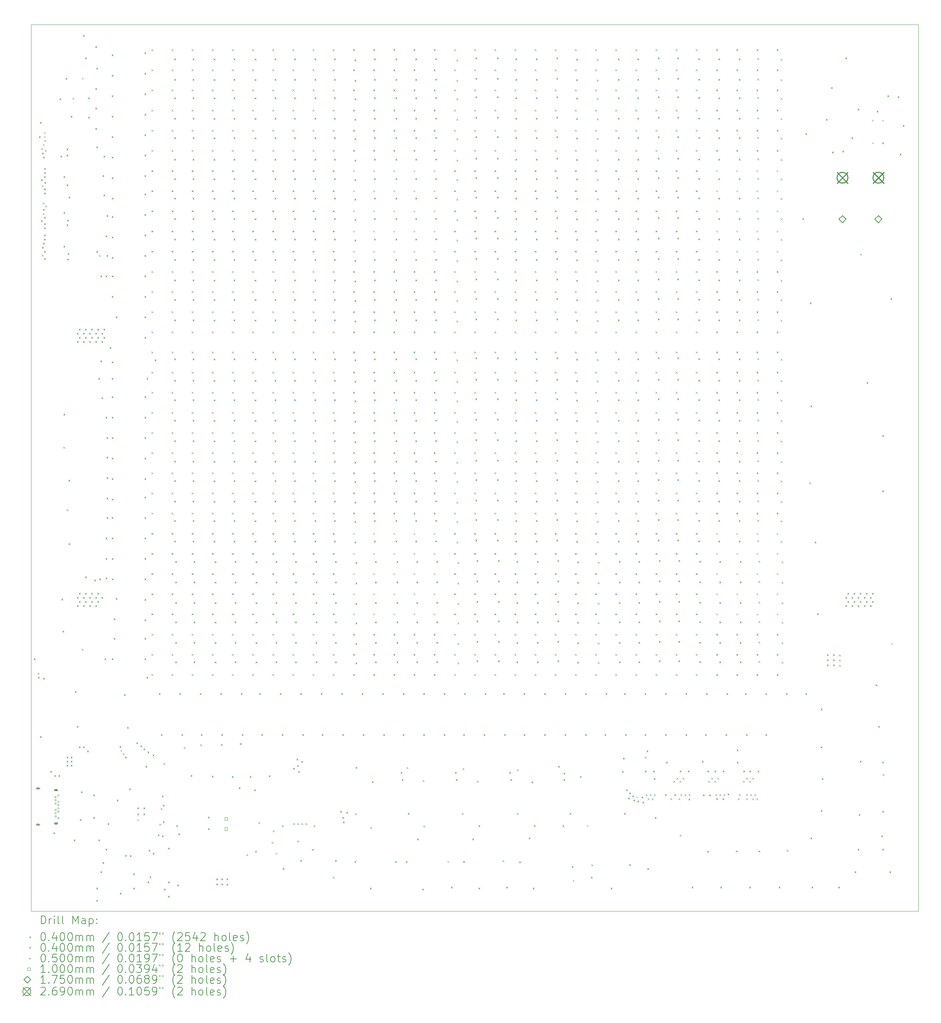
<source format=gbr>
%FSLAX45Y45*%
G04 Gerber Fmt 4.5, Leading zero omitted, Abs format (unit mm)*
G04 Created by KiCad (PCBNEW (6.0.0)) date 2022-01-30 17:44:56*
%MOMM*%
%LPD*%
G01*
G04 APERTURE LIST*
%TA.AperFunction,Profile*%
%ADD10C,0.100000*%
%TD*%
%ADD11C,0.200000*%
%ADD12C,0.040000*%
%ADD13C,0.050000*%
%ADD14C,0.100000*%
%ADD15C,0.175000*%
%ADD16C,0.269000*%
G04 APERTURE END LIST*
D10*
X-1000000Y0D02*
X21000000Y0D01*
X21000000Y0D02*
X21000000Y-22000000D01*
X21000000Y-22000000D02*
X-1000000Y-22000000D01*
X-1000000Y-22000000D02*
X-1000000Y0D01*
D11*
D12*
X-935947Y-15726674D02*
X-895947Y-15766674D01*
X-895947Y-15726674D02*
X-935947Y-15766674D01*
X-840050Y-16083600D02*
X-800050Y-16123600D01*
X-800050Y-16083600D02*
X-840050Y-16123600D01*
X-832800Y-16185200D02*
X-792800Y-16225200D01*
X-792800Y-16185200D02*
X-832800Y-16225200D01*
X-807400Y-2774000D02*
X-767400Y-2814000D01*
X-767400Y-2774000D02*
X-807400Y-2814000D01*
X-782000Y-2418400D02*
X-742000Y-2458400D01*
X-742000Y-2418400D02*
X-782000Y-2458400D01*
X-782000Y-17658400D02*
X-742000Y-17698400D01*
X-742000Y-17658400D02*
X-782000Y-17698400D01*
X-756600Y-3840800D02*
X-716600Y-3880800D01*
X-716600Y-3840800D02*
X-756600Y-3880800D01*
X-756600Y-4856800D02*
X-716600Y-4896800D01*
X-716600Y-4856800D02*
X-756600Y-4896800D01*
X-752358Y-3069710D02*
X-712358Y-3109710D01*
X-712358Y-3069710D02*
X-752358Y-3109710D01*
X-736163Y-3985734D02*
X-696163Y-4025734D01*
X-696163Y-3985734D02*
X-736163Y-4025734D01*
X-736163Y-5712934D02*
X-696163Y-5752934D01*
X-696163Y-5712934D02*
X-736163Y-5752934D01*
X-731200Y-3180400D02*
X-691200Y-3220400D01*
X-691200Y-3180400D02*
X-731200Y-3220400D01*
X-731200Y-5517200D02*
X-691200Y-5557200D01*
X-691200Y-5517200D02*
X-731200Y-5557200D01*
X-713467Y-4677042D02*
X-673468Y-4717042D01*
X-673468Y-4677042D02*
X-713467Y-4717042D01*
X-712836Y-4416216D02*
X-672836Y-4456216D01*
X-672836Y-4416216D02*
X-712836Y-4456216D01*
X-705800Y-2964263D02*
X-665800Y-3004263D01*
X-665800Y-2964263D02*
X-705800Y-3004263D01*
X-705800Y-3282000D02*
X-665800Y-3322000D01*
X-665800Y-3282000D02*
X-705800Y-3322000D01*
X-705800Y-5415600D02*
X-665800Y-5455600D01*
X-665800Y-5415600D02*
X-705800Y-5455600D01*
X-705800Y-16210600D02*
X-665800Y-16250600D01*
X-665800Y-16210600D02*
X-705800Y-16250600D01*
X-705799Y-4577386D02*
X-665799Y-4617386D01*
X-665799Y-4577386D02*
X-705799Y-4617386D01*
X-680830Y-4068970D02*
X-640830Y-4108970D01*
X-640830Y-4068970D02*
X-680830Y-4108970D01*
X-680830Y-4932570D02*
X-640830Y-4972570D01*
X-640830Y-4932570D02*
X-680830Y-4972570D01*
X-680830Y-5796170D02*
X-640830Y-5836170D01*
X-640830Y-5796170D02*
X-680830Y-5836170D01*
X-680530Y-2768253D02*
X-640530Y-2808253D01*
X-640530Y-2768253D02*
X-680530Y-2808253D01*
X-680400Y-3562962D02*
X-640400Y-3602962D01*
X-640400Y-3562962D02*
X-680400Y-3602962D01*
X-680400Y-3662912D02*
X-640400Y-3702912D01*
X-640400Y-3662912D02*
X-680400Y-3702912D01*
X-680400Y-3762863D02*
X-640400Y-3802863D01*
X-640400Y-3762863D02*
X-680400Y-3802863D01*
X-680400Y-4171000D02*
X-640400Y-4211000D01*
X-640400Y-4171000D02*
X-680400Y-4211000D01*
X-680400Y-4771364D02*
X-640400Y-4811364D01*
X-640400Y-4771364D02*
X-680400Y-4811364D01*
X-680400Y-5034600D02*
X-640400Y-5074600D01*
X-640400Y-5034600D02*
X-680400Y-5074600D01*
X-680400Y-5214050D02*
X-640400Y-5254050D01*
X-640400Y-5214050D02*
X-680400Y-5254050D01*
X-680400Y-5314000D02*
X-640400Y-5354000D01*
X-640400Y-5314000D02*
X-680400Y-5354000D01*
X-680400Y-5618800D02*
X-640400Y-5658800D01*
X-640400Y-5618800D02*
X-680400Y-5658800D01*
X-680395Y-2668303D02*
X-640395Y-2708303D01*
X-640395Y-2668303D02*
X-680395Y-2708303D01*
X-678274Y-2868178D02*
X-638274Y-2908178D01*
X-638274Y-2868178D02*
X-678274Y-2908178D01*
X-673192Y-3907764D02*
X-633192Y-3947764D01*
X-633192Y-3907764D02*
X-673192Y-3947764D01*
X-660525Y-3109164D02*
X-620525Y-3149164D01*
X-620525Y-3109164D02*
X-660525Y-3149164D01*
X-650351Y-4494227D02*
X-610351Y-4534227D01*
X-610351Y-4494227D02*
X-650351Y-4534227D01*
X-528000Y-18522000D02*
X-488000Y-18562000D01*
X-488000Y-18522000D02*
X-528000Y-18562000D01*
X-451800Y-20046000D02*
X-411800Y-20086000D01*
X-411800Y-20046000D02*
X-451800Y-20086000D01*
X-426400Y-18623600D02*
X-386400Y-18663600D01*
X-386400Y-18623600D02*
X-426400Y-18663600D01*
X-324800Y-18623600D02*
X-284800Y-18663600D01*
X-284800Y-18623600D02*
X-324800Y-18663600D01*
X-299400Y-1834200D02*
X-259400Y-1874200D01*
X-259400Y-1834200D02*
X-299400Y-1874200D01*
X-274000Y-3256600D02*
X-234000Y-3296600D01*
X-234000Y-3256600D02*
X-274000Y-3296600D01*
X-248917Y-14248470D02*
X-208917Y-14288470D01*
X-208917Y-14248470D02*
X-248917Y-14288470D01*
X-223200Y-15042200D02*
X-183200Y-15082200D01*
X-183200Y-15042200D02*
X-223200Y-15082200D01*
X-205791Y-10475398D02*
X-165791Y-10515398D01*
X-165791Y-10475398D02*
X-205791Y-10515398D01*
X-197800Y-3764600D02*
X-157800Y-3804600D01*
X-157800Y-3764600D02*
X-197800Y-3804600D01*
X-197800Y-4653600D02*
X-157800Y-4693600D01*
X-157800Y-4653600D02*
X-197800Y-4693600D01*
X-197800Y-5491800D02*
X-157800Y-5531800D01*
X-157800Y-5491800D02*
X-197800Y-5531800D01*
X-197800Y-9657400D02*
X-157800Y-9697400D01*
X-157800Y-9657400D02*
X-197800Y-9697400D01*
X-147000Y-1326200D02*
X-107000Y-1366200D01*
X-107000Y-1326200D02*
X-147000Y-1366200D01*
X-121600Y-3078800D02*
X-81600Y-3118800D01*
X-81600Y-3078800D02*
X-121600Y-3118800D01*
X-121600Y-3231200D02*
X-81600Y-3271200D01*
X-81600Y-3231200D02*
X-121600Y-3271200D01*
X-121600Y-3967800D02*
X-81600Y-4007800D01*
X-81600Y-3967800D02*
X-121600Y-4007800D01*
X-121600Y-4958400D02*
X-81600Y-4998400D01*
X-81600Y-4958400D02*
X-121600Y-4998400D01*
X-121600Y-18166400D02*
X-81600Y-18206400D01*
X-81600Y-18166400D02*
X-121600Y-18206400D01*
X-121600Y-18268000D02*
X-81600Y-18308000D01*
X-81600Y-18268000D02*
X-121600Y-18308000D01*
X-121600Y-18369600D02*
X-81600Y-18409600D01*
X-81600Y-18369600D02*
X-121600Y-18409600D01*
X-117840Y-12029205D02*
X-77840Y-12069205D01*
X-77840Y-12029205D02*
X-117840Y-12069205D01*
X-109330Y-4843670D02*
X-69330Y-4883670D01*
X-69330Y-4843670D02*
X-109330Y-4883670D01*
X-108900Y-5809300D02*
X-68900Y-5849300D01*
X-68900Y-5809300D02*
X-108900Y-5849300D01*
X-96200Y-5669600D02*
X-56200Y-5709600D01*
X-56200Y-5669600D02*
X-96200Y-5709600D01*
X-78750Y-11296277D02*
X-38750Y-11336277D01*
X-38750Y-11296277D02*
X-78750Y-11336277D01*
X-78750Y-12869630D02*
X-38750Y-12909630D01*
X-38750Y-12869630D02*
X-78750Y-12909630D01*
X-70800Y-4272600D02*
X-30800Y-4312600D01*
X-30800Y-4272600D02*
X-70800Y-4312600D01*
X-21890Y-2265665D02*
X18110Y-2305665D01*
X18110Y-2265665D02*
X-21890Y-2305665D01*
X-20000Y-18166400D02*
X20000Y-18206400D01*
X20000Y-18166400D02*
X-20000Y-18206400D01*
X-20000Y-18268000D02*
X20000Y-18308000D01*
X20000Y-18268000D02*
X-20000Y-18308000D01*
X-20000Y-18369600D02*
X20000Y-18409600D01*
X20000Y-18369600D02*
X-20000Y-18409600D01*
X27756Y-1818848D02*
X67756Y-1858848D01*
X67756Y-1818848D02*
X27756Y-1858848D01*
X56200Y-20223800D02*
X96200Y-20263800D01*
X96200Y-20223800D02*
X56200Y-20263800D01*
X81600Y-16540800D02*
X121600Y-16580800D01*
X121600Y-16540800D02*
X81600Y-16580800D01*
X132400Y-7650800D02*
X172400Y-7690800D01*
X172400Y-7650800D02*
X132400Y-7690800D01*
X132400Y-7854000D02*
X172400Y-7894000D01*
X172400Y-7854000D02*
X132400Y-7894000D01*
X132400Y-14204000D02*
X172400Y-14244000D01*
X172400Y-14204000D02*
X132400Y-14244000D01*
X132400Y-14407200D02*
X172400Y-14447200D01*
X172400Y-14407200D02*
X132400Y-14447200D01*
X132400Y-17404400D02*
X172400Y-17444400D01*
X172400Y-17404400D02*
X132400Y-17444400D01*
X183200Y-7549200D02*
X223200Y-7589200D01*
X223200Y-7549200D02*
X183200Y-7589200D01*
X183200Y-7752400D02*
X223200Y-7792400D01*
X223200Y-7752400D02*
X183200Y-7792400D01*
X183200Y-14102400D02*
X223200Y-14142400D01*
X223200Y-14102400D02*
X183200Y-14142400D01*
X183200Y-14305600D02*
X223200Y-14345600D01*
X223200Y-14305600D02*
X183200Y-14345600D01*
X183200Y-17912400D02*
X223200Y-17952400D01*
X223200Y-17912400D02*
X183200Y-17952400D01*
X208600Y-19715800D02*
X248600Y-19755800D01*
X248600Y-19715800D02*
X208600Y-19755800D01*
X234000Y-19030000D02*
X274000Y-19070000D01*
X274000Y-19030000D02*
X234000Y-19070000D01*
X252560Y-15487658D02*
X292560Y-15527658D01*
X292560Y-15487658D02*
X252560Y-15527658D01*
X259438Y-1322386D02*
X299438Y-1362386D01*
X299438Y-1322386D02*
X259438Y-1362386D01*
X284800Y-259400D02*
X324800Y-299400D01*
X324800Y-259400D02*
X284800Y-299400D01*
X284800Y-7650800D02*
X324800Y-7690800D01*
X324800Y-7650800D02*
X284800Y-7690800D01*
X284800Y-7854000D02*
X324800Y-7894000D01*
X324800Y-7854000D02*
X284800Y-7894000D01*
X284800Y-14204000D02*
X324800Y-14244000D01*
X324800Y-14204000D02*
X284800Y-14244000D01*
X284800Y-14407200D02*
X324800Y-14447200D01*
X324800Y-14407200D02*
X284800Y-14447200D01*
X284800Y-17912400D02*
X324800Y-17952400D01*
X324800Y-17912400D02*
X284800Y-17952400D01*
X335600Y-818200D02*
X375600Y-858200D01*
X375600Y-818200D02*
X335600Y-858200D01*
X335600Y-7549200D02*
X375600Y-7589200D01*
X375600Y-7549200D02*
X335600Y-7589200D01*
X335600Y-7752400D02*
X375600Y-7792400D01*
X375600Y-7752400D02*
X335600Y-7792400D01*
X335600Y-13696000D02*
X375600Y-13736000D01*
X375600Y-13696000D02*
X335600Y-13736000D01*
X335600Y-14102400D02*
X375600Y-14142400D01*
X375600Y-14102400D02*
X335600Y-14142400D01*
X335600Y-14305600D02*
X375600Y-14345600D01*
X375600Y-14305600D02*
X335600Y-14345600D01*
X386400Y-18014000D02*
X426400Y-18054000D01*
X426400Y-18014000D02*
X386400Y-18054000D01*
X411800Y-1808800D02*
X451800Y-1848800D01*
X451800Y-1808800D02*
X411800Y-1848800D01*
X411800Y-2291400D02*
X451800Y-2331400D01*
X451800Y-2291400D02*
X411800Y-2331400D01*
X437200Y-7650800D02*
X477200Y-7690800D01*
X477200Y-7650800D02*
X437200Y-7690800D01*
X437200Y-7854000D02*
X477200Y-7894000D01*
X477200Y-7854000D02*
X437200Y-7894000D01*
X437200Y-14204000D02*
X477200Y-14244000D01*
X477200Y-14204000D02*
X437200Y-14244000D01*
X437200Y-14407200D02*
X477200Y-14447200D01*
X477200Y-14407200D02*
X437200Y-14447200D01*
X488000Y-7549200D02*
X528000Y-7589200D01*
X528000Y-7549200D02*
X488000Y-7589200D01*
X488000Y-7752400D02*
X528000Y-7792400D01*
X528000Y-7752400D02*
X488000Y-7792400D01*
X488000Y-14102400D02*
X528000Y-14142400D01*
X528000Y-14102400D02*
X488000Y-14142400D01*
X488000Y-14305600D02*
X528000Y-14345600D01*
X528000Y-14305600D02*
X488000Y-14345600D01*
X538800Y-19106200D02*
X578800Y-19146200D01*
X578800Y-19106200D02*
X538800Y-19146200D01*
X538800Y-19665000D02*
X578800Y-19705000D01*
X578800Y-19665000D02*
X538800Y-19705000D01*
X564200Y-13772200D02*
X604200Y-13812200D01*
X604200Y-13772200D02*
X564200Y-13812200D01*
X589600Y-538800D02*
X629600Y-578800D01*
X629600Y-538800D02*
X589600Y-578800D01*
X589600Y-1580200D02*
X629600Y-1620200D01*
X629600Y-1580200D02*
X589600Y-1620200D01*
X589600Y-2062800D02*
X629600Y-2102800D01*
X629600Y-2062800D02*
X589600Y-2102800D01*
X589600Y-2570800D02*
X629600Y-2610800D01*
X629600Y-2570800D02*
X589600Y-2610800D01*
X589600Y-7650800D02*
X629600Y-7690800D01*
X629600Y-7650800D02*
X589600Y-7690800D01*
X589600Y-7854000D02*
X629600Y-7894000D01*
X629600Y-7854000D02*
X589600Y-7894000D01*
X589600Y-14204000D02*
X629600Y-14244000D01*
X629600Y-14204000D02*
X589600Y-14244000D01*
X589600Y-14407200D02*
X629600Y-14447200D01*
X629600Y-14407200D02*
X589600Y-14447200D01*
X615000Y-1072200D02*
X655000Y-1112200D01*
X655000Y-1072200D02*
X615000Y-1112200D01*
X615000Y-3028000D02*
X655000Y-3068000D01*
X655000Y-3028000D02*
X615000Y-3068000D01*
X615000Y-5618800D02*
X655000Y-5658800D01*
X655000Y-5618800D02*
X615000Y-5658800D01*
X615000Y-21417600D02*
X655000Y-21457600D01*
X655000Y-21417600D02*
X615000Y-21457600D01*
X615000Y-21722400D02*
X655000Y-21762400D01*
X655000Y-21722400D02*
X615000Y-21762400D01*
X640400Y-7549200D02*
X680400Y-7589200D01*
X680400Y-7549200D02*
X640400Y-7589200D01*
X640400Y-7752400D02*
X680400Y-7792400D01*
X680400Y-7752400D02*
X640400Y-7792400D01*
X640400Y-14102400D02*
X680400Y-14142400D01*
X680400Y-14102400D02*
X640400Y-14142400D01*
X640400Y-14305600D02*
X680400Y-14345600D01*
X680400Y-14305600D02*
X640400Y-14345600D01*
X665800Y-8768400D02*
X705800Y-8808400D01*
X705800Y-8768400D02*
X665800Y-8808400D01*
X665800Y-20223800D02*
X705800Y-20263800D01*
X705800Y-20223800D02*
X665800Y-20263800D01*
X675398Y-5720400D02*
X715398Y-5760400D01*
X715398Y-5720400D02*
X675398Y-5760400D01*
X691200Y-13746800D02*
X731200Y-13786800D01*
X731200Y-13746800D02*
X691200Y-13786800D01*
X716600Y-6228400D02*
X756600Y-6268400D01*
X756600Y-6228400D02*
X716600Y-6268400D01*
X716600Y-8336600D02*
X756600Y-8376600D01*
X756600Y-8336600D02*
X716600Y-8376600D01*
X716600Y-21011200D02*
X756600Y-21051200D01*
X756600Y-21011200D02*
X716600Y-21051200D01*
X742000Y-7650800D02*
X782000Y-7690800D01*
X782000Y-7650800D02*
X742000Y-7690800D01*
X742000Y-7854000D02*
X782000Y-7894000D01*
X782000Y-7854000D02*
X742000Y-7894000D01*
X742000Y-9251000D02*
X782000Y-9291000D01*
X782000Y-9251000D02*
X742000Y-9291000D01*
X742000Y-14204000D02*
X782000Y-14244000D01*
X782000Y-14204000D02*
X742000Y-14244000D01*
X767400Y-3739200D02*
X807400Y-3779200D01*
X807400Y-3739200D02*
X767400Y-3779200D01*
X767400Y-20782600D02*
X807400Y-20822600D01*
X807400Y-20782600D02*
X767400Y-20822600D01*
X792800Y-3256600D02*
X832800Y-3296600D01*
X832800Y-3256600D02*
X792800Y-3296600D01*
X792800Y-4221800D02*
X832800Y-4261800D01*
X832800Y-4221800D02*
X792800Y-4261800D01*
X792800Y-7549200D02*
X832800Y-7589200D01*
X832800Y-7549200D02*
X792800Y-7589200D01*
X792800Y-7752400D02*
X832800Y-7792400D01*
X832800Y-7752400D02*
X792800Y-7792400D01*
X818200Y-15728000D02*
X858200Y-15768000D01*
X858200Y-15728000D02*
X818200Y-15768000D01*
X843600Y-5237800D02*
X883600Y-5277800D01*
X883600Y-5237800D02*
X843600Y-5277800D01*
X843600Y-6228400D02*
X883600Y-6268400D01*
X883600Y-6228400D02*
X843600Y-6268400D01*
X843600Y-9733600D02*
X883600Y-9773600D01*
X883600Y-9733600D02*
X843600Y-9773600D01*
X843600Y-12730800D02*
X883600Y-12770800D01*
X883600Y-12730800D02*
X843600Y-12770800D01*
X843600Y-13238800D02*
X883600Y-13278800D01*
X883600Y-13238800D02*
X843600Y-13278800D01*
X843600Y-13721400D02*
X883600Y-13761400D01*
X883600Y-13721400D02*
X843600Y-13761400D01*
X843600Y-20452400D02*
X883600Y-20492400D01*
X883600Y-20452400D02*
X843600Y-20492400D01*
X869000Y-4729800D02*
X909000Y-4769800D01*
X909000Y-4729800D02*
X869000Y-4769800D01*
X869000Y-5720400D02*
X909000Y-5760400D01*
X909000Y-5720400D02*
X869000Y-5760400D01*
X869000Y-10241600D02*
X909000Y-10281600D01*
X909000Y-10241600D02*
X869000Y-10281600D01*
X869000Y-10724200D02*
X909000Y-10764200D01*
X909000Y-10724200D02*
X869000Y-10764200D01*
X869000Y-11232200D02*
X909000Y-11272200D01*
X909000Y-11232200D02*
X869000Y-11272200D01*
X869000Y-11740200D02*
X909000Y-11780200D01*
X909000Y-11740200D02*
X869000Y-11780200D01*
X869000Y-12222800D02*
X909000Y-12262800D01*
X909000Y-12222800D02*
X869000Y-12262800D01*
X894400Y-19817400D02*
X934400Y-19857400D01*
X934400Y-19817400D02*
X894400Y-19857400D01*
X945200Y-8006400D02*
X985200Y-8046400D01*
X985200Y-8006400D02*
X945200Y-8046400D01*
X996000Y-742000D02*
X1036000Y-782000D01*
X1036000Y-742000D02*
X996000Y-782000D01*
X996000Y-1250000D02*
X1036000Y-1290000D01*
X1036000Y-1250000D02*
X996000Y-1290000D01*
X996000Y-1758000D02*
X1036000Y-1798000D01*
X1036000Y-1758000D02*
X996000Y-1798000D01*
X996000Y-2266000D02*
X1036000Y-2306000D01*
X1036000Y-2266000D02*
X996000Y-2306000D01*
X996000Y-2774000D02*
X1036000Y-2814000D01*
X1036000Y-2774000D02*
X996000Y-2814000D01*
X996000Y-3282000D02*
X1036000Y-3322000D01*
X1036000Y-3282000D02*
X996000Y-3322000D01*
X996000Y-3790000D02*
X1036000Y-3830000D01*
X1036000Y-3790000D02*
X996000Y-3830000D01*
X996000Y-4298000D02*
X1036000Y-4338000D01*
X1036000Y-4298000D02*
X996000Y-4338000D01*
X996000Y-4755200D02*
X1036000Y-4795200D01*
X1036000Y-4755200D02*
X996000Y-4795200D01*
X996000Y-5263200D02*
X1036000Y-5303200D01*
X1036000Y-5263200D02*
X996000Y-5303200D01*
X996000Y-5771200D02*
X1036000Y-5811200D01*
X1036000Y-5771200D02*
X996000Y-5811200D01*
X996000Y-6228400D02*
X1036000Y-6268400D01*
X1036000Y-6228400D02*
X996000Y-6268400D01*
X996000Y-6736400D02*
X1036000Y-6776400D01*
X1036000Y-6736400D02*
X996000Y-6776400D01*
X996000Y-8362000D02*
X1036000Y-8402000D01*
X1036000Y-8362000D02*
X996000Y-8402000D01*
X996000Y-8768400D02*
X1036000Y-8808400D01*
X1036000Y-8768400D02*
X996000Y-8808400D01*
X996000Y-9225600D02*
X1036000Y-9265600D01*
X1036000Y-9225600D02*
X996000Y-9265600D01*
X996000Y-9733600D02*
X1036000Y-9773600D01*
X1036000Y-9733600D02*
X996000Y-9773600D01*
X996000Y-10241600D02*
X1036000Y-10281600D01*
X1036000Y-10241600D02*
X996000Y-10281600D01*
X996000Y-10749600D02*
X1036000Y-10789600D01*
X1036000Y-10749600D02*
X996000Y-10789600D01*
X996000Y-11257600D02*
X1036000Y-11297600D01*
X1036000Y-11257600D02*
X996000Y-11297600D01*
X996000Y-11765600D02*
X1036000Y-11805600D01*
X1036000Y-11765600D02*
X996000Y-11805600D01*
X996000Y-12222800D02*
X1036000Y-12262800D01*
X1036000Y-12222800D02*
X996000Y-12262800D01*
X996000Y-12730800D02*
X1036000Y-12770800D01*
X1036000Y-12730800D02*
X996000Y-12770800D01*
X996000Y-13238800D02*
X1036000Y-13278800D01*
X1036000Y-13238800D02*
X996000Y-13278800D01*
X996000Y-13746800D02*
X1036000Y-13786800D01*
X1036000Y-13746800D02*
X996000Y-13786800D01*
X996000Y-15728000D02*
X1036000Y-15768000D01*
X1036000Y-15728000D02*
X996000Y-15768000D01*
X1046800Y-14737400D02*
X1086800Y-14777400D01*
X1086800Y-14737400D02*
X1046800Y-14777400D01*
X1046800Y-15220000D02*
X1086800Y-15260000D01*
X1086800Y-15220000D02*
X1046800Y-15260000D01*
X1097600Y-7244400D02*
X1137600Y-7284400D01*
X1137600Y-7244400D02*
X1097600Y-7284400D01*
X1097600Y-14229400D02*
X1137600Y-14269400D01*
X1137600Y-14229400D02*
X1097600Y-14269400D01*
X1123000Y-19233200D02*
X1163000Y-19273200D01*
X1163000Y-19233200D02*
X1123000Y-19273200D01*
X1190275Y-17903310D02*
X1230275Y-17943310D01*
X1230275Y-17903310D02*
X1190275Y-17943310D01*
X1199200Y-21544600D02*
X1239200Y-21584600D01*
X1239200Y-21544600D02*
X1199200Y-21584600D01*
X1215315Y-18000073D02*
X1255315Y-18040073D01*
X1255315Y-18000073D02*
X1215315Y-18040073D01*
X1270758Y-18083236D02*
X1310758Y-18123236D01*
X1310758Y-18083236D02*
X1270758Y-18123236D01*
X1300800Y-16617000D02*
X1340800Y-16657000D01*
X1340800Y-16617000D02*
X1300800Y-16657000D01*
X1326200Y-18166400D02*
X1366200Y-18206400D01*
X1366200Y-18166400D02*
X1326200Y-18206400D01*
X1326200Y-20604800D02*
X1366200Y-20644800D01*
X1366200Y-20604800D02*
X1326200Y-20644800D01*
X1377000Y-17429800D02*
X1417000Y-17469800D01*
X1417000Y-17429800D02*
X1377000Y-17469800D01*
X1427800Y-18953800D02*
X1467800Y-18993800D01*
X1467800Y-18953800D02*
X1427800Y-18993800D01*
X1442545Y-20612475D02*
X1482545Y-20652475D01*
X1482545Y-20612475D02*
X1442545Y-20652475D01*
X1529400Y-21062000D02*
X1569400Y-21102000D01*
X1569400Y-21062000D02*
X1529400Y-21102000D01*
X1529400Y-21417600D02*
X1569400Y-21457600D01*
X1569400Y-21417600D02*
X1529400Y-21457600D01*
X1605600Y-17810800D02*
X1645600Y-17850800D01*
X1645600Y-17810800D02*
X1605600Y-17850800D01*
X1631000Y-19428970D02*
X1671000Y-19468970D01*
X1671000Y-19428970D02*
X1631000Y-19468970D01*
X1631000Y-19581370D02*
X1671000Y-19621370D01*
X1671000Y-19581370D02*
X1631000Y-19621370D01*
X1631000Y-19720120D02*
X1671000Y-19760120D01*
X1671000Y-19720120D02*
X1631000Y-19760120D01*
X1707200Y-17887000D02*
X1747200Y-17927000D01*
X1747200Y-17887000D02*
X1707200Y-17927000D01*
X1783400Y-17963200D02*
X1823400Y-18003200D01*
X1823400Y-17963200D02*
X1783400Y-18003200D01*
X1783400Y-19428970D02*
X1823400Y-19468970D01*
X1823400Y-19428970D02*
X1783400Y-19468970D01*
X1783400Y-19581370D02*
X1823400Y-19621370D01*
X1823400Y-19581370D02*
X1783400Y-19621370D01*
X1808800Y-691200D02*
X1848800Y-731200D01*
X1848800Y-691200D02*
X1808800Y-731200D01*
X1808800Y-1199200D02*
X1848800Y-1239200D01*
X1848800Y-1199200D02*
X1808800Y-1239200D01*
X1808800Y-1707200D02*
X1848800Y-1747200D01*
X1848800Y-1707200D02*
X1808800Y-1747200D01*
X1808800Y-2215200D02*
X1848800Y-2255200D01*
X1848800Y-2215200D02*
X1808800Y-2255200D01*
X1808800Y-2723200D02*
X1848800Y-2763200D01*
X1848800Y-2723200D02*
X1808800Y-2763200D01*
X1808800Y-3231200D02*
X1848800Y-3271200D01*
X1848800Y-3231200D02*
X1808800Y-3271200D01*
X1808800Y-3739200D02*
X1848800Y-3779200D01*
X1848800Y-3739200D02*
X1808800Y-3779200D01*
X1808800Y-4196400D02*
X1848800Y-4236400D01*
X1848800Y-4196400D02*
X1808800Y-4236400D01*
X1808800Y-4704400D02*
X1848800Y-4744400D01*
X1848800Y-4704400D02*
X1808800Y-4744400D01*
X1808800Y-5212400D02*
X1848800Y-5252400D01*
X1848800Y-5212400D02*
X1808800Y-5252400D01*
X1808800Y-5720400D02*
X1848800Y-5760400D01*
X1848800Y-5720400D02*
X1808800Y-5760400D01*
X1808800Y-6228400D02*
X1848800Y-6268400D01*
X1848800Y-6228400D02*
X1808800Y-6268400D01*
X1808800Y-6736400D02*
X1848800Y-6776400D01*
X1848800Y-6736400D02*
X1808800Y-6776400D01*
X1808800Y-7244400D02*
X1848800Y-7284400D01*
X1848800Y-7244400D02*
X1808800Y-7284400D01*
X1808800Y-7752400D02*
X1848800Y-7792400D01*
X1848800Y-7752400D02*
X1808800Y-7792400D01*
X1808800Y-9225600D02*
X1848800Y-9265600D01*
X1848800Y-9225600D02*
X1808800Y-9265600D01*
X1808800Y-9733600D02*
X1848800Y-9773600D01*
X1848800Y-9733600D02*
X1808800Y-9773600D01*
X1808800Y-10241600D02*
X1848800Y-10281600D01*
X1848800Y-10241600D02*
X1808800Y-10281600D01*
X1808800Y-10749600D02*
X1848800Y-10789600D01*
X1848800Y-10749600D02*
X1808800Y-10789600D01*
X1808800Y-11257600D02*
X1848800Y-11297600D01*
X1848800Y-11257600D02*
X1808800Y-11297600D01*
X1808800Y-11714800D02*
X1848800Y-11754800D01*
X1848800Y-11714800D02*
X1808800Y-11754800D01*
X1808800Y-12222800D02*
X1848800Y-12262800D01*
X1848800Y-12222800D02*
X1808800Y-12262800D01*
X1808800Y-12730800D02*
X1848800Y-12770800D01*
X1848800Y-12730800D02*
X1808800Y-12770800D01*
X1808800Y-13238800D02*
X1848800Y-13278800D01*
X1848800Y-13238800D02*
X1808800Y-13278800D01*
X1808800Y-13746800D02*
X1848800Y-13786800D01*
X1848800Y-13746800D02*
X1808800Y-13786800D01*
X1808800Y-14254800D02*
X1848800Y-14294800D01*
X1848800Y-14254800D02*
X1808800Y-14294800D01*
X1808800Y-14762800D02*
X1848800Y-14802800D01*
X1848800Y-14762800D02*
X1808800Y-14802800D01*
X1808800Y-15220000D02*
X1848800Y-15260000D01*
X1848800Y-15220000D02*
X1808800Y-15260000D01*
X1808800Y-15728000D02*
X1848800Y-15768000D01*
X1848800Y-15728000D02*
X1808800Y-15768000D01*
X1834200Y-18395000D02*
X1874200Y-18435000D01*
X1874200Y-18395000D02*
X1834200Y-18435000D01*
X1859600Y-8768400D02*
X1899600Y-8808400D01*
X1899600Y-8768400D02*
X1859600Y-8808400D01*
X1859600Y-16185200D02*
X1899600Y-16225200D01*
X1899600Y-16185200D02*
X1859600Y-16225200D01*
X1885000Y-18039400D02*
X1925000Y-18079400D01*
X1925000Y-18039400D02*
X1885000Y-18079400D01*
X1885000Y-21265200D02*
X1925000Y-21305200D01*
X1925000Y-21265200D02*
X1885000Y-21305200D01*
X1910400Y-20477800D02*
X1950400Y-20517800D01*
X1950400Y-20477800D02*
X1910400Y-20517800D01*
X1935800Y-21138200D02*
X1975800Y-21178200D01*
X1975800Y-21138200D02*
X1935800Y-21178200D01*
X1980000Y-615000D02*
X2020000Y-655000D01*
X2020000Y-615000D02*
X1980000Y-655000D01*
X1980000Y-1115000D02*
X2020000Y-1155000D01*
X2020000Y-1115000D02*
X1980000Y-1155000D01*
X1980000Y-1615000D02*
X2020000Y-1655000D01*
X2020000Y-1615000D02*
X1980000Y-1655000D01*
X1980000Y-2115000D02*
X2020000Y-2155000D01*
X2020000Y-2115000D02*
X1980000Y-2155000D01*
X1980000Y-2615000D02*
X2020000Y-2655000D01*
X2020000Y-2615000D02*
X1980000Y-2655000D01*
X1980000Y-3115000D02*
X2020000Y-3155000D01*
X2020000Y-3115000D02*
X1980000Y-3155000D01*
X1980000Y-3615000D02*
X2020000Y-3655000D01*
X2020000Y-3615000D02*
X1980000Y-3655000D01*
X1980000Y-4115000D02*
X2020000Y-4155000D01*
X2020000Y-4115000D02*
X1980000Y-4155000D01*
X1980000Y-4615000D02*
X2020000Y-4655000D01*
X2020000Y-4615000D02*
X1980000Y-4655000D01*
X1980000Y-5115000D02*
X2020000Y-5155000D01*
X2020000Y-5115000D02*
X1980000Y-5155000D01*
X1980000Y-5615000D02*
X2020000Y-5655000D01*
X2020000Y-5615000D02*
X1980000Y-5655000D01*
X1980000Y-6115000D02*
X2020000Y-6155000D01*
X2020000Y-6115000D02*
X1980000Y-6155000D01*
X1980000Y-6615000D02*
X2020000Y-6655000D01*
X2020000Y-6615000D02*
X1980000Y-6655000D01*
X1980000Y-7115000D02*
X2020000Y-7155000D01*
X2020000Y-7115000D02*
X1980000Y-7155000D01*
X1980000Y-7615000D02*
X2020000Y-7655000D01*
X2020000Y-7615000D02*
X1980000Y-7655000D01*
X1980000Y-8115000D02*
X2020000Y-8155000D01*
X2020000Y-8115000D02*
X1980000Y-8155000D01*
X1980000Y-8615000D02*
X2020000Y-8655000D01*
X2020000Y-8615000D02*
X1980000Y-8655000D01*
X1980000Y-9115000D02*
X2020000Y-9155000D01*
X2020000Y-9115000D02*
X1980000Y-9155000D01*
X1980000Y-9615000D02*
X2020000Y-9655000D01*
X2020000Y-9615000D02*
X1980000Y-9655000D01*
X1980000Y-10115000D02*
X2020000Y-10155000D01*
X2020000Y-10115000D02*
X1980000Y-10155000D01*
X1980000Y-10615000D02*
X2020000Y-10655000D01*
X2020000Y-10615000D02*
X1980000Y-10655000D01*
X1980000Y-11115000D02*
X2020000Y-11155000D01*
X2020000Y-11115000D02*
X1980000Y-11155000D01*
X1980000Y-11615000D02*
X2020000Y-11655000D01*
X2020000Y-11615000D02*
X1980000Y-11655000D01*
X1980000Y-12115000D02*
X2020000Y-12155000D01*
X2020000Y-12115000D02*
X1980000Y-12155000D01*
X1980000Y-12615000D02*
X2020000Y-12655000D01*
X2020000Y-12615000D02*
X1980000Y-12655000D01*
X1980000Y-13115000D02*
X2020000Y-13155000D01*
X2020000Y-13115000D02*
X1980000Y-13155000D01*
X1980000Y-13615000D02*
X2020000Y-13655000D01*
X2020000Y-13615000D02*
X1980000Y-13655000D01*
X1980000Y-14115000D02*
X2020000Y-14155000D01*
X2020000Y-14115000D02*
X1980000Y-14155000D01*
X1980000Y-14615000D02*
X2020000Y-14655000D01*
X2020000Y-14615000D02*
X1980000Y-14655000D01*
X1980000Y-15115000D02*
X2020000Y-15155000D01*
X2020000Y-15115000D02*
X1980000Y-15155000D01*
X1980000Y-15615000D02*
X2020000Y-15655000D01*
X2020000Y-15615000D02*
X1980000Y-15655000D01*
X1980000Y-16115000D02*
X2020000Y-16155000D01*
X2020000Y-16115000D02*
X1980000Y-16155000D01*
X2012000Y-18115600D02*
X2052000Y-18155600D01*
X2052000Y-18115600D02*
X2012000Y-18155600D01*
X2012000Y-20554000D02*
X2052000Y-20594000D01*
X2052000Y-20554000D02*
X2012000Y-20594000D01*
X2062800Y-8311200D02*
X2102800Y-8351200D01*
X2102800Y-8311200D02*
X2062800Y-8351200D01*
X2139000Y-20096800D02*
X2179000Y-20136800D01*
X2179000Y-20096800D02*
X2139000Y-20136800D01*
X2164400Y-16591600D02*
X2204400Y-16631600D01*
X2204400Y-16591600D02*
X2164400Y-16631600D01*
X2175055Y-19832145D02*
X2215055Y-19872145D01*
X2215055Y-19832145D02*
X2175055Y-19872145D01*
X2210558Y-19443364D02*
X2250558Y-19483364D01*
X2250558Y-19443364D02*
X2210558Y-19483364D01*
X2215200Y-17607600D02*
X2255200Y-17647600D01*
X2255200Y-17607600D02*
X2215200Y-17647600D01*
X2240600Y-19131600D02*
X2280600Y-19171600D01*
X2280600Y-19131600D02*
X2240600Y-19171600D01*
X2240600Y-20122200D02*
X2280600Y-20162200D01*
X2280600Y-20122200D02*
X2240600Y-20162200D01*
X2266000Y-19360200D02*
X2306000Y-19400200D01*
X2306000Y-19360200D02*
X2266000Y-19400200D01*
X2266000Y-19766600D02*
X2306000Y-19806600D01*
X2306000Y-19766600D02*
X2266000Y-19806600D01*
X2280502Y-18328465D02*
X2320502Y-18368465D01*
X2320502Y-18328465D02*
X2280502Y-18368465D01*
X2291400Y-21443000D02*
X2331400Y-21483000D01*
X2331400Y-21443000D02*
X2291400Y-21483000D01*
X2393000Y-20427000D02*
X2433000Y-20467000D01*
X2433000Y-20427000D02*
X2393000Y-20467000D01*
X2393000Y-21265200D02*
X2433000Y-21305200D01*
X2433000Y-21265200D02*
X2393000Y-21305200D01*
X2393000Y-21620800D02*
X2433000Y-21660800D01*
X2433000Y-21620800D02*
X2393000Y-21660800D01*
X2480000Y-615000D02*
X2520000Y-655000D01*
X2520000Y-615000D02*
X2480000Y-655000D01*
X2480000Y-1115000D02*
X2520000Y-1155000D01*
X2520000Y-1115000D02*
X2480000Y-1155000D01*
X2480000Y-1615000D02*
X2520000Y-1655000D01*
X2520000Y-1615000D02*
X2480000Y-1655000D01*
X2480000Y-2115000D02*
X2520000Y-2155000D01*
X2520000Y-2115000D02*
X2480000Y-2155000D01*
X2480000Y-2615000D02*
X2520000Y-2655000D01*
X2520000Y-2615000D02*
X2480000Y-2655000D01*
X2480000Y-3115000D02*
X2520000Y-3155000D01*
X2520000Y-3115000D02*
X2480000Y-3155000D01*
X2480000Y-3615000D02*
X2520000Y-3655000D01*
X2520000Y-3615000D02*
X2480000Y-3655000D01*
X2480000Y-4115000D02*
X2520000Y-4155000D01*
X2520000Y-4115000D02*
X2480000Y-4155000D01*
X2480000Y-4615000D02*
X2520000Y-4655000D01*
X2520000Y-4615000D02*
X2480000Y-4655000D01*
X2480000Y-5115000D02*
X2520000Y-5155000D01*
X2520000Y-5115000D02*
X2480000Y-5155000D01*
X2480000Y-5615000D02*
X2520000Y-5655000D01*
X2520000Y-5615000D02*
X2480000Y-5655000D01*
X2480000Y-6115000D02*
X2520000Y-6155000D01*
X2520000Y-6115000D02*
X2480000Y-6155000D01*
X2480000Y-6615000D02*
X2520000Y-6655000D01*
X2520000Y-6615000D02*
X2480000Y-6655000D01*
X2480000Y-7115000D02*
X2520000Y-7155000D01*
X2520000Y-7115000D02*
X2480000Y-7155000D01*
X2480000Y-7615000D02*
X2520000Y-7655000D01*
X2520000Y-7615000D02*
X2480000Y-7655000D01*
X2480000Y-8115000D02*
X2520000Y-8155000D01*
X2520000Y-8115000D02*
X2480000Y-8155000D01*
X2480000Y-8615000D02*
X2520000Y-8655000D01*
X2520000Y-8615000D02*
X2480000Y-8655000D01*
X2480000Y-9115000D02*
X2520000Y-9155000D01*
X2520000Y-9115000D02*
X2480000Y-9155000D01*
X2480000Y-9615000D02*
X2520000Y-9655000D01*
X2520000Y-9615000D02*
X2480000Y-9655000D01*
X2480000Y-10115000D02*
X2520000Y-10155000D01*
X2520000Y-10115000D02*
X2480000Y-10155000D01*
X2480000Y-10615000D02*
X2520000Y-10655000D01*
X2520000Y-10615000D02*
X2480000Y-10655000D01*
X2480000Y-11115000D02*
X2520000Y-11155000D01*
X2520000Y-11115000D02*
X2480000Y-11155000D01*
X2480000Y-11615000D02*
X2520000Y-11655000D01*
X2520000Y-11615000D02*
X2480000Y-11655000D01*
X2480000Y-12115000D02*
X2520000Y-12155000D01*
X2520000Y-12115000D02*
X2480000Y-12155000D01*
X2480000Y-12615000D02*
X2520000Y-12655000D01*
X2520000Y-12615000D02*
X2480000Y-12655000D01*
X2480000Y-13115000D02*
X2520000Y-13155000D01*
X2520000Y-13115000D02*
X2480000Y-13155000D01*
X2480000Y-13615000D02*
X2520000Y-13655000D01*
X2520000Y-13615000D02*
X2480000Y-13655000D01*
X2480000Y-14115000D02*
X2520000Y-14155000D01*
X2520000Y-14115000D02*
X2480000Y-14155000D01*
X2480000Y-14615000D02*
X2520000Y-14655000D01*
X2520000Y-14615000D02*
X2480000Y-14655000D01*
X2480000Y-15115000D02*
X2520000Y-15155000D01*
X2520000Y-15115000D02*
X2480000Y-15155000D01*
X2480000Y-15615000D02*
X2520000Y-15655000D01*
X2520000Y-15615000D02*
X2480000Y-15655000D01*
X2480000Y-16115000D02*
X2520000Y-16155000D01*
X2520000Y-16115000D02*
X2480000Y-16155000D01*
X2545400Y-843600D02*
X2585400Y-883600D01*
X2585400Y-843600D02*
X2545400Y-883600D01*
X2545400Y-1351600D02*
X2585400Y-1391600D01*
X2585400Y-1351600D02*
X2545400Y-1391600D01*
X2545400Y-1808800D02*
X2585400Y-1848800D01*
X2585400Y-1808800D02*
X2545400Y-1848800D01*
X2545400Y-2316800D02*
X2585400Y-2356800D01*
X2585400Y-2316800D02*
X2545400Y-2356800D01*
X2545400Y-2799400D02*
X2585400Y-2839400D01*
X2585400Y-2799400D02*
X2545400Y-2839400D01*
X2545400Y-3332800D02*
X2585400Y-3372800D01*
X2585400Y-3332800D02*
X2545400Y-3372800D01*
X2545400Y-3815400D02*
X2585400Y-3855400D01*
X2585400Y-3815400D02*
X2545400Y-3855400D01*
X2545400Y-4298000D02*
X2585400Y-4338000D01*
X2585400Y-4298000D02*
X2545400Y-4338000D01*
X2545400Y-4806000D02*
X2585400Y-4846000D01*
X2585400Y-4806000D02*
X2545400Y-4846000D01*
X2545400Y-5314000D02*
X2585400Y-5354000D01*
X2585400Y-5314000D02*
X2545400Y-5354000D01*
X2545400Y-5822000D02*
X2585400Y-5862000D01*
X2585400Y-5822000D02*
X2545400Y-5862000D01*
X2545400Y-6330000D02*
X2585400Y-6370000D01*
X2585400Y-6330000D02*
X2545400Y-6370000D01*
X2545400Y-6812600D02*
X2585400Y-6852600D01*
X2585400Y-6812600D02*
X2545400Y-6852600D01*
X2545400Y-7320600D02*
X2585400Y-7360600D01*
X2585400Y-7320600D02*
X2545400Y-7360600D01*
X2545400Y-8285800D02*
X2585400Y-8325800D01*
X2585400Y-8285800D02*
X2545400Y-8325800D01*
X2545400Y-8819200D02*
X2585400Y-8859200D01*
X2585400Y-8819200D02*
X2545400Y-8859200D01*
X2545400Y-9301800D02*
X2585400Y-9341800D01*
X2585400Y-9301800D02*
X2545400Y-9341800D01*
X2545400Y-9809800D02*
X2585400Y-9849800D01*
X2585400Y-9809800D02*
X2545400Y-9849800D01*
X2545400Y-10317800D02*
X2585400Y-10357800D01*
X2585400Y-10317800D02*
X2545400Y-10357800D01*
X2545400Y-10825800D02*
X2585400Y-10865800D01*
X2585400Y-10825800D02*
X2545400Y-10865800D01*
X2545400Y-11308400D02*
X2585400Y-11348400D01*
X2585400Y-11308400D02*
X2545400Y-11348400D01*
X2545400Y-11816400D02*
X2585400Y-11856400D01*
X2585400Y-11816400D02*
X2545400Y-11856400D01*
X2545400Y-12299000D02*
X2585400Y-12339000D01*
X2585400Y-12299000D02*
X2545400Y-12339000D01*
X2545400Y-12807000D02*
X2585400Y-12847000D01*
X2585400Y-12807000D02*
X2545400Y-12847000D01*
X2570800Y-13315000D02*
X2610800Y-13355000D01*
X2610800Y-13315000D02*
X2570800Y-13355000D01*
X2570800Y-13823000D02*
X2610800Y-13863000D01*
X2610800Y-13823000D02*
X2570800Y-13863000D01*
X2570800Y-14331000D02*
X2610800Y-14371000D01*
X2610800Y-14331000D02*
X2570800Y-14371000D01*
X2570800Y-14813600D02*
X2610800Y-14853600D01*
X2610800Y-14813600D02*
X2570800Y-14853600D01*
X2570800Y-15321600D02*
X2610800Y-15361600D01*
X2610800Y-15321600D02*
X2570800Y-15361600D01*
X2570800Y-15804200D02*
X2610800Y-15844200D01*
X2610800Y-15804200D02*
X2570800Y-15844200D01*
X2596200Y-19868200D02*
X2636200Y-19908200D01*
X2636200Y-19868200D02*
X2596200Y-19908200D01*
X2621600Y-21341400D02*
X2661600Y-21381400D01*
X2661600Y-21341400D02*
X2621600Y-21381400D01*
X2647000Y-20071400D02*
X2687000Y-20111400D01*
X2687000Y-20071400D02*
X2647000Y-20111400D01*
X2672400Y-16591600D02*
X2712400Y-16631600D01*
X2712400Y-16591600D02*
X2672400Y-16631600D01*
X2723200Y-17607600D02*
X2763200Y-17647600D01*
X2763200Y-17607600D02*
X2723200Y-17647600D01*
X2784001Y-17927722D02*
X2824001Y-17967722D01*
X2824001Y-17927722D02*
X2784001Y-17967722D01*
X2951800Y-18623600D02*
X2991800Y-18663600D01*
X2991800Y-18623600D02*
X2951800Y-18663600D01*
X2980000Y-615000D02*
X3020000Y-655000D01*
X3020000Y-615000D02*
X2980000Y-655000D01*
X2980000Y-1115000D02*
X3020000Y-1155000D01*
X3020000Y-1115000D02*
X2980000Y-1155000D01*
X2980000Y-1615000D02*
X3020000Y-1655000D01*
X3020000Y-1615000D02*
X2980000Y-1655000D01*
X2980000Y-2115000D02*
X3020000Y-2155000D01*
X3020000Y-2115000D02*
X2980000Y-2155000D01*
X2980000Y-2615000D02*
X3020000Y-2655000D01*
X3020000Y-2615000D02*
X2980000Y-2655000D01*
X2980000Y-3115000D02*
X3020000Y-3155000D01*
X3020000Y-3115000D02*
X2980000Y-3155000D01*
X2980000Y-3615000D02*
X3020000Y-3655000D01*
X3020000Y-3615000D02*
X2980000Y-3655000D01*
X2980000Y-4115000D02*
X3020000Y-4155000D01*
X3020000Y-4115000D02*
X2980000Y-4155000D01*
X2980000Y-4615000D02*
X3020000Y-4655000D01*
X3020000Y-4615000D02*
X2980000Y-4655000D01*
X2980000Y-5115000D02*
X3020000Y-5155000D01*
X3020000Y-5115000D02*
X2980000Y-5155000D01*
X2980000Y-5615000D02*
X3020000Y-5655000D01*
X3020000Y-5615000D02*
X2980000Y-5655000D01*
X2980000Y-6115000D02*
X3020000Y-6155000D01*
X3020000Y-6115000D02*
X2980000Y-6155000D01*
X2980000Y-6615000D02*
X3020000Y-6655000D01*
X3020000Y-6615000D02*
X2980000Y-6655000D01*
X2980000Y-7115000D02*
X3020000Y-7155000D01*
X3020000Y-7115000D02*
X2980000Y-7155000D01*
X2980000Y-7615000D02*
X3020000Y-7655000D01*
X3020000Y-7615000D02*
X2980000Y-7655000D01*
X2980000Y-8115000D02*
X3020000Y-8155000D01*
X3020000Y-8115000D02*
X2980000Y-8155000D01*
X2980000Y-8615000D02*
X3020000Y-8655000D01*
X3020000Y-8615000D02*
X2980000Y-8655000D01*
X2980000Y-9115000D02*
X3020000Y-9155000D01*
X3020000Y-9115000D02*
X2980000Y-9155000D01*
X2980000Y-9615000D02*
X3020000Y-9655000D01*
X3020000Y-9615000D02*
X2980000Y-9655000D01*
X2980000Y-10115000D02*
X3020000Y-10155000D01*
X3020000Y-10115000D02*
X2980000Y-10155000D01*
X2980000Y-10615000D02*
X3020000Y-10655000D01*
X3020000Y-10615000D02*
X2980000Y-10655000D01*
X2980000Y-11115000D02*
X3020000Y-11155000D01*
X3020000Y-11115000D02*
X2980000Y-11155000D01*
X2980000Y-11615000D02*
X3020000Y-11655000D01*
X3020000Y-11615000D02*
X2980000Y-11655000D01*
X2980000Y-12115000D02*
X3020000Y-12155000D01*
X3020000Y-12115000D02*
X2980000Y-12155000D01*
X2980000Y-12615000D02*
X3020000Y-12655000D01*
X3020000Y-12615000D02*
X2980000Y-12655000D01*
X2980000Y-13115000D02*
X3020000Y-13155000D01*
X3020000Y-13115000D02*
X2980000Y-13155000D01*
X2980000Y-13615000D02*
X3020000Y-13655000D01*
X3020000Y-13615000D02*
X2980000Y-13655000D01*
X2980000Y-14115000D02*
X3020000Y-14155000D01*
X3020000Y-14115000D02*
X2980000Y-14155000D01*
X2980000Y-14615000D02*
X3020000Y-14655000D01*
X3020000Y-14615000D02*
X2980000Y-14655000D01*
X2980000Y-15115000D02*
X3020000Y-15155000D01*
X3020000Y-15115000D02*
X2980000Y-15155000D01*
X2980000Y-15615000D02*
X3020000Y-15655000D01*
X3020000Y-15615000D02*
X2980000Y-15655000D01*
X2980000Y-16115000D02*
X3020000Y-16155000D01*
X3020000Y-16115000D02*
X2980000Y-16155000D01*
X3002600Y-843600D02*
X3042600Y-883600D01*
X3042600Y-843600D02*
X3002600Y-883600D01*
X3002600Y-1351600D02*
X3042600Y-1391600D01*
X3042600Y-1351600D02*
X3002600Y-1391600D01*
X3002600Y-1808800D02*
X3042600Y-1848800D01*
X3042600Y-1808800D02*
X3002600Y-1848800D01*
X3002600Y-2316800D02*
X3042600Y-2356800D01*
X3042600Y-2316800D02*
X3002600Y-2356800D01*
X3002600Y-2799400D02*
X3042600Y-2839400D01*
X3042600Y-2799400D02*
X3002600Y-2839400D01*
X3002600Y-3332800D02*
X3042600Y-3372800D01*
X3042600Y-3332800D02*
X3002600Y-3372800D01*
X3002600Y-3815400D02*
X3042600Y-3855400D01*
X3042600Y-3815400D02*
X3002600Y-3855400D01*
X3002600Y-4298000D02*
X3042600Y-4338000D01*
X3042600Y-4298000D02*
X3002600Y-4338000D01*
X3002600Y-4806000D02*
X3042600Y-4846000D01*
X3042600Y-4806000D02*
X3002600Y-4846000D01*
X3002600Y-5314000D02*
X3042600Y-5354000D01*
X3042600Y-5314000D02*
X3002600Y-5354000D01*
X3002600Y-5822000D02*
X3042600Y-5862000D01*
X3042600Y-5822000D02*
X3002600Y-5862000D01*
X3002600Y-6330000D02*
X3042600Y-6370000D01*
X3042600Y-6330000D02*
X3002600Y-6370000D01*
X3002600Y-6812600D02*
X3042600Y-6852600D01*
X3042600Y-6812600D02*
X3002600Y-6852600D01*
X3002600Y-7320600D02*
X3042600Y-7360600D01*
X3042600Y-7320600D02*
X3002600Y-7360600D01*
X3002600Y-8285800D02*
X3042600Y-8325800D01*
X3042600Y-8285800D02*
X3002600Y-8325800D01*
X3002600Y-8819200D02*
X3042600Y-8859200D01*
X3042600Y-8819200D02*
X3002600Y-8859200D01*
X3002600Y-9301800D02*
X3042600Y-9341800D01*
X3042600Y-9301800D02*
X3002600Y-9341800D01*
X3002600Y-9809800D02*
X3042600Y-9849800D01*
X3042600Y-9809800D02*
X3002600Y-9849800D01*
X3002600Y-10317800D02*
X3042600Y-10357800D01*
X3042600Y-10317800D02*
X3002600Y-10357800D01*
X3002600Y-10825800D02*
X3042600Y-10865800D01*
X3042600Y-10825800D02*
X3002600Y-10865800D01*
X3002600Y-11308400D02*
X3042600Y-11348400D01*
X3042600Y-11308400D02*
X3002600Y-11348400D01*
X3002600Y-11816400D02*
X3042600Y-11856400D01*
X3042600Y-11816400D02*
X3002600Y-11856400D01*
X3002600Y-12299000D02*
X3042600Y-12339000D01*
X3042600Y-12299000D02*
X3002600Y-12339000D01*
X3002600Y-12807000D02*
X3042600Y-12847000D01*
X3042600Y-12807000D02*
X3002600Y-12847000D01*
X3028000Y-13315000D02*
X3068000Y-13355000D01*
X3068000Y-13315000D02*
X3028000Y-13355000D01*
X3028000Y-13823000D02*
X3068000Y-13863000D01*
X3068000Y-13823000D02*
X3028000Y-13863000D01*
X3028000Y-14331000D02*
X3068000Y-14371000D01*
X3068000Y-14331000D02*
X3028000Y-14371000D01*
X3028000Y-14813600D02*
X3068000Y-14853600D01*
X3068000Y-14813600D02*
X3028000Y-14853600D01*
X3028000Y-15321600D02*
X3068000Y-15361600D01*
X3068000Y-15321600D02*
X3028000Y-15361600D01*
X3028000Y-15804200D02*
X3068000Y-15844200D01*
X3068000Y-15804200D02*
X3028000Y-15844200D01*
X3180400Y-16591600D02*
X3220400Y-16631600D01*
X3220400Y-16591600D02*
X3180400Y-16631600D01*
X3195019Y-17859218D02*
X3235019Y-17899218D01*
X3235019Y-17859218D02*
X3195019Y-17899218D01*
X3205800Y-17607600D02*
X3245800Y-17647600D01*
X3245800Y-17607600D02*
X3205800Y-17647600D01*
X3383600Y-19654950D02*
X3423600Y-19694950D01*
X3423600Y-19654950D02*
X3383600Y-19694950D01*
X3383600Y-19944400D02*
X3423600Y-19984400D01*
X3423600Y-19944400D02*
X3383600Y-19984400D01*
X3475882Y-18640154D02*
X3515882Y-18680154D01*
X3515882Y-18640154D02*
X3475882Y-18680154D01*
X3480000Y-615000D02*
X3520000Y-655000D01*
X3520000Y-615000D02*
X3480000Y-655000D01*
X3480000Y-1115000D02*
X3520000Y-1155000D01*
X3520000Y-1115000D02*
X3480000Y-1155000D01*
X3480000Y-1615000D02*
X3520000Y-1655000D01*
X3520000Y-1615000D02*
X3480000Y-1655000D01*
X3480000Y-2115000D02*
X3520000Y-2155000D01*
X3520000Y-2115000D02*
X3480000Y-2155000D01*
X3480000Y-2615000D02*
X3520000Y-2655000D01*
X3520000Y-2615000D02*
X3480000Y-2655000D01*
X3480000Y-3115000D02*
X3520000Y-3155000D01*
X3520000Y-3115000D02*
X3480000Y-3155000D01*
X3480000Y-3615000D02*
X3520000Y-3655000D01*
X3520000Y-3615000D02*
X3480000Y-3655000D01*
X3480000Y-4115000D02*
X3520000Y-4155000D01*
X3520000Y-4115000D02*
X3480000Y-4155000D01*
X3480000Y-4615000D02*
X3520000Y-4655000D01*
X3520000Y-4615000D02*
X3480000Y-4655000D01*
X3480000Y-5115000D02*
X3520000Y-5155000D01*
X3520000Y-5115000D02*
X3480000Y-5155000D01*
X3480000Y-5615000D02*
X3520000Y-5655000D01*
X3520000Y-5615000D02*
X3480000Y-5655000D01*
X3480000Y-6115000D02*
X3520000Y-6155000D01*
X3520000Y-6115000D02*
X3480000Y-6155000D01*
X3480000Y-6615000D02*
X3520000Y-6655000D01*
X3520000Y-6615000D02*
X3480000Y-6655000D01*
X3480000Y-7115000D02*
X3520000Y-7155000D01*
X3520000Y-7115000D02*
X3480000Y-7155000D01*
X3480000Y-7615000D02*
X3520000Y-7655000D01*
X3520000Y-7615000D02*
X3480000Y-7655000D01*
X3480000Y-8115000D02*
X3520000Y-8155000D01*
X3520000Y-8115000D02*
X3480000Y-8155000D01*
X3480000Y-8615000D02*
X3520000Y-8655000D01*
X3520000Y-8615000D02*
X3480000Y-8655000D01*
X3480000Y-9115000D02*
X3520000Y-9155000D01*
X3520000Y-9115000D02*
X3480000Y-9155000D01*
X3480000Y-9615000D02*
X3520000Y-9655000D01*
X3520000Y-9615000D02*
X3480000Y-9655000D01*
X3480000Y-10115000D02*
X3520000Y-10155000D01*
X3520000Y-10115000D02*
X3480000Y-10155000D01*
X3480000Y-10615000D02*
X3520000Y-10655000D01*
X3520000Y-10615000D02*
X3480000Y-10655000D01*
X3480000Y-11115000D02*
X3520000Y-11155000D01*
X3520000Y-11115000D02*
X3480000Y-11155000D01*
X3480000Y-11615000D02*
X3520000Y-11655000D01*
X3520000Y-11615000D02*
X3480000Y-11655000D01*
X3480000Y-12115000D02*
X3520000Y-12155000D01*
X3520000Y-12115000D02*
X3480000Y-12155000D01*
X3480000Y-12615000D02*
X3520000Y-12655000D01*
X3520000Y-12615000D02*
X3480000Y-12655000D01*
X3480000Y-13115000D02*
X3520000Y-13155000D01*
X3520000Y-13115000D02*
X3480000Y-13155000D01*
X3480000Y-13615000D02*
X3520000Y-13655000D01*
X3520000Y-13615000D02*
X3480000Y-13655000D01*
X3480000Y-14115000D02*
X3520000Y-14155000D01*
X3520000Y-14115000D02*
X3480000Y-14155000D01*
X3480000Y-14615000D02*
X3520000Y-14655000D01*
X3520000Y-14615000D02*
X3480000Y-14655000D01*
X3480000Y-15115000D02*
X3520000Y-15155000D01*
X3520000Y-15115000D02*
X3480000Y-15155000D01*
X3480000Y-15615000D02*
X3520000Y-15655000D01*
X3520000Y-15615000D02*
X3480000Y-15655000D01*
X3480000Y-16115000D02*
X3520000Y-16155000D01*
X3520000Y-16115000D02*
X3480000Y-16155000D01*
X3523416Y-847265D02*
X3563416Y-887265D01*
X3563416Y-847265D02*
X3523416Y-887265D01*
X3523416Y-1355265D02*
X3563416Y-1395265D01*
X3563416Y-1355265D02*
X3523416Y-1395265D01*
X3523416Y-1812465D02*
X3563416Y-1852465D01*
X3563416Y-1812465D02*
X3523416Y-1852465D01*
X3523416Y-2320465D02*
X3563416Y-2360465D01*
X3563416Y-2320465D02*
X3523416Y-2360465D01*
X3523416Y-2803065D02*
X3563416Y-2843065D01*
X3563416Y-2803065D02*
X3523416Y-2843065D01*
X3523416Y-3336465D02*
X3563416Y-3376465D01*
X3563416Y-3336465D02*
X3523416Y-3376465D01*
X3523416Y-3819065D02*
X3563416Y-3859065D01*
X3563416Y-3819065D02*
X3523416Y-3859065D01*
X3523416Y-4301665D02*
X3563416Y-4341665D01*
X3563416Y-4301665D02*
X3523416Y-4341665D01*
X3523416Y-4809665D02*
X3563416Y-4849665D01*
X3563416Y-4809665D02*
X3523416Y-4849665D01*
X3523416Y-5317665D02*
X3563416Y-5357665D01*
X3563416Y-5317665D02*
X3523416Y-5357665D01*
X3523416Y-5825665D02*
X3563416Y-5865665D01*
X3563416Y-5825665D02*
X3523416Y-5865665D01*
X3523416Y-6333665D02*
X3563416Y-6373665D01*
X3563416Y-6333665D02*
X3523416Y-6373665D01*
X3523416Y-6816265D02*
X3563416Y-6856265D01*
X3563416Y-6816265D02*
X3523416Y-6856265D01*
X3523416Y-7324265D02*
X3563416Y-7364265D01*
X3563416Y-7324265D02*
X3523416Y-7364265D01*
X3523416Y-8289465D02*
X3563416Y-8329465D01*
X3563416Y-8289465D02*
X3523416Y-8329465D01*
X3523416Y-8822865D02*
X3563416Y-8862865D01*
X3563416Y-8822865D02*
X3523416Y-8862865D01*
X3523416Y-9305465D02*
X3563416Y-9345465D01*
X3563416Y-9305465D02*
X3523416Y-9345465D01*
X3523416Y-9813465D02*
X3563416Y-9853465D01*
X3563416Y-9813465D02*
X3523416Y-9853465D01*
X3523416Y-10321465D02*
X3563416Y-10361465D01*
X3563416Y-10321465D02*
X3523416Y-10361465D01*
X3523416Y-10829465D02*
X3563416Y-10869465D01*
X3563416Y-10829465D02*
X3523416Y-10869465D01*
X3523416Y-11312065D02*
X3563416Y-11352065D01*
X3563416Y-11312065D02*
X3523416Y-11352065D01*
X3523416Y-11820065D02*
X3563416Y-11860065D01*
X3563416Y-11820065D02*
X3523416Y-11860065D01*
X3523416Y-12302665D02*
X3563416Y-12342665D01*
X3563416Y-12302665D02*
X3523416Y-12342665D01*
X3523416Y-12810665D02*
X3563416Y-12850665D01*
X3563416Y-12810665D02*
X3523416Y-12850665D01*
X3548816Y-13318665D02*
X3588816Y-13358665D01*
X3588816Y-13318665D02*
X3548816Y-13358665D01*
X3548816Y-13826665D02*
X3588816Y-13866665D01*
X3588816Y-13826665D02*
X3548816Y-13866665D01*
X3548816Y-14334665D02*
X3588816Y-14374665D01*
X3588816Y-14334665D02*
X3548816Y-14374665D01*
X3548816Y-14817265D02*
X3588816Y-14857265D01*
X3588816Y-14817265D02*
X3548816Y-14857265D01*
X3548816Y-15325265D02*
X3588816Y-15365265D01*
X3588816Y-15325265D02*
X3548816Y-15365265D01*
X3548816Y-15807865D02*
X3588816Y-15847865D01*
X3588816Y-15807865D02*
X3548816Y-15847865D01*
X3586800Y-21189000D02*
X3626800Y-21229000D01*
X3626800Y-21189000D02*
X3586800Y-21229000D01*
X3586800Y-21316000D02*
X3626800Y-21356000D01*
X3626800Y-21316000D02*
X3586800Y-21356000D01*
X3688400Y-16591600D02*
X3728400Y-16631600D01*
X3728400Y-16591600D02*
X3688400Y-16631600D01*
X3705368Y-17852368D02*
X3745368Y-17892368D01*
X3745368Y-17852368D02*
X3705368Y-17892368D01*
X3713800Y-17607600D02*
X3753800Y-17647600D01*
X3753800Y-17607600D02*
X3713800Y-17647600D01*
X3713800Y-21189000D02*
X3753800Y-21229000D01*
X3753800Y-21189000D02*
X3713800Y-21229000D01*
X3713800Y-21316000D02*
X3753800Y-21356000D01*
X3753800Y-21316000D02*
X3713800Y-21356000D01*
X3840800Y-21189000D02*
X3880800Y-21229000D01*
X3880800Y-21189000D02*
X3840800Y-21229000D01*
X3840800Y-21321152D02*
X3880800Y-21361152D01*
X3880800Y-21321152D02*
X3840800Y-21361152D01*
X3975955Y-18647005D02*
X4015955Y-18687005D01*
X4015955Y-18647005D02*
X3975955Y-18687005D01*
X3980000Y-615000D02*
X4020000Y-655000D01*
X4020000Y-615000D02*
X3980000Y-655000D01*
X3980000Y-1115000D02*
X4020000Y-1155000D01*
X4020000Y-1115000D02*
X3980000Y-1155000D01*
X3980000Y-1615000D02*
X4020000Y-1655000D01*
X4020000Y-1615000D02*
X3980000Y-1655000D01*
X3980000Y-2115000D02*
X4020000Y-2155000D01*
X4020000Y-2115000D02*
X3980000Y-2155000D01*
X3980000Y-2615000D02*
X4020000Y-2655000D01*
X4020000Y-2615000D02*
X3980000Y-2655000D01*
X3980000Y-3115000D02*
X4020000Y-3155000D01*
X4020000Y-3115000D02*
X3980000Y-3155000D01*
X3980000Y-3615000D02*
X4020000Y-3655000D01*
X4020000Y-3615000D02*
X3980000Y-3655000D01*
X3980000Y-4115000D02*
X4020000Y-4155000D01*
X4020000Y-4115000D02*
X3980000Y-4155000D01*
X3980000Y-4615000D02*
X4020000Y-4655000D01*
X4020000Y-4615000D02*
X3980000Y-4655000D01*
X3980000Y-5115000D02*
X4020000Y-5155000D01*
X4020000Y-5115000D02*
X3980000Y-5155000D01*
X3980000Y-5615000D02*
X4020000Y-5655000D01*
X4020000Y-5615000D02*
X3980000Y-5655000D01*
X3980000Y-6115000D02*
X4020000Y-6155000D01*
X4020000Y-6115000D02*
X3980000Y-6155000D01*
X3980000Y-6615000D02*
X4020000Y-6655000D01*
X4020000Y-6615000D02*
X3980000Y-6655000D01*
X3980000Y-7115000D02*
X4020000Y-7155000D01*
X4020000Y-7115000D02*
X3980000Y-7155000D01*
X3980000Y-7615000D02*
X4020000Y-7655000D01*
X4020000Y-7615000D02*
X3980000Y-7655000D01*
X3980000Y-8115000D02*
X4020000Y-8155000D01*
X4020000Y-8115000D02*
X3980000Y-8155000D01*
X3980000Y-8615000D02*
X4020000Y-8655000D01*
X4020000Y-8615000D02*
X3980000Y-8655000D01*
X3980000Y-9115000D02*
X4020000Y-9155000D01*
X4020000Y-9115000D02*
X3980000Y-9155000D01*
X3980000Y-9615000D02*
X4020000Y-9655000D01*
X4020000Y-9615000D02*
X3980000Y-9655000D01*
X3980000Y-10115000D02*
X4020000Y-10155000D01*
X4020000Y-10115000D02*
X3980000Y-10155000D01*
X3980000Y-10615000D02*
X4020000Y-10655000D01*
X4020000Y-10615000D02*
X3980000Y-10655000D01*
X3980000Y-11115000D02*
X4020000Y-11155000D01*
X4020000Y-11115000D02*
X3980000Y-11155000D01*
X3980000Y-11615000D02*
X4020000Y-11655000D01*
X4020000Y-11615000D02*
X3980000Y-11655000D01*
X3980000Y-12115000D02*
X4020000Y-12155000D01*
X4020000Y-12115000D02*
X3980000Y-12155000D01*
X3980000Y-12615000D02*
X4020000Y-12655000D01*
X4020000Y-12615000D02*
X3980000Y-12655000D01*
X3980000Y-13115000D02*
X4020000Y-13155000D01*
X4020000Y-13115000D02*
X3980000Y-13155000D01*
X3980000Y-13615000D02*
X4020000Y-13655000D01*
X4020000Y-13615000D02*
X3980000Y-13655000D01*
X3980000Y-14115000D02*
X4020000Y-14155000D01*
X4020000Y-14115000D02*
X3980000Y-14155000D01*
X3980000Y-14615000D02*
X4020000Y-14655000D01*
X4020000Y-14615000D02*
X3980000Y-14655000D01*
X3980000Y-15115000D02*
X4020000Y-15155000D01*
X4020000Y-15115000D02*
X3980000Y-15155000D01*
X3980000Y-15615000D02*
X4020000Y-15655000D01*
X4020000Y-15615000D02*
X3980000Y-15655000D01*
X3980000Y-16115000D02*
X4020000Y-16155000D01*
X4020000Y-16115000D02*
X3980000Y-16155000D01*
X4018600Y-843600D02*
X4058600Y-883600D01*
X4058600Y-843600D02*
X4018600Y-883600D01*
X4018600Y-1351600D02*
X4058600Y-1391600D01*
X4058600Y-1351600D02*
X4018600Y-1391600D01*
X4018600Y-1808800D02*
X4058600Y-1848800D01*
X4058600Y-1808800D02*
X4018600Y-1848800D01*
X4018600Y-2316800D02*
X4058600Y-2356800D01*
X4058600Y-2316800D02*
X4018600Y-2356800D01*
X4018600Y-2799400D02*
X4058600Y-2839400D01*
X4058600Y-2799400D02*
X4018600Y-2839400D01*
X4018600Y-3332800D02*
X4058600Y-3372800D01*
X4058600Y-3332800D02*
X4018600Y-3372800D01*
X4018600Y-3815400D02*
X4058600Y-3855400D01*
X4058600Y-3815400D02*
X4018600Y-3855400D01*
X4018600Y-4298000D02*
X4058600Y-4338000D01*
X4058600Y-4298000D02*
X4018600Y-4338000D01*
X4018600Y-4806000D02*
X4058600Y-4846000D01*
X4058600Y-4806000D02*
X4018600Y-4846000D01*
X4018600Y-5314000D02*
X4058600Y-5354000D01*
X4058600Y-5314000D02*
X4018600Y-5354000D01*
X4018600Y-5822000D02*
X4058600Y-5862000D01*
X4058600Y-5822000D02*
X4018600Y-5862000D01*
X4018600Y-6330000D02*
X4058600Y-6370000D01*
X4058600Y-6330000D02*
X4018600Y-6370000D01*
X4018600Y-6812600D02*
X4058600Y-6852600D01*
X4058600Y-6812600D02*
X4018600Y-6852600D01*
X4018600Y-7320600D02*
X4058600Y-7360600D01*
X4058600Y-7320600D02*
X4018600Y-7360600D01*
X4018600Y-8285800D02*
X4058600Y-8325800D01*
X4058600Y-8285800D02*
X4018600Y-8325800D01*
X4018600Y-8819200D02*
X4058600Y-8859200D01*
X4058600Y-8819200D02*
X4018600Y-8859200D01*
X4018600Y-9301800D02*
X4058600Y-9341800D01*
X4058600Y-9301800D02*
X4018600Y-9341800D01*
X4018600Y-9809800D02*
X4058600Y-9849800D01*
X4058600Y-9809800D02*
X4018600Y-9849800D01*
X4018600Y-10317800D02*
X4058600Y-10357800D01*
X4058600Y-10317800D02*
X4018600Y-10357800D01*
X4018600Y-10825800D02*
X4058600Y-10865800D01*
X4058600Y-10825800D02*
X4018600Y-10865800D01*
X4018600Y-11308400D02*
X4058600Y-11348400D01*
X4058600Y-11308400D02*
X4018600Y-11348400D01*
X4018600Y-11816400D02*
X4058600Y-11856400D01*
X4058600Y-11816400D02*
X4018600Y-11856400D01*
X4018600Y-12299000D02*
X4058600Y-12339000D01*
X4058600Y-12299000D02*
X4018600Y-12339000D01*
X4018600Y-12807000D02*
X4058600Y-12847000D01*
X4058600Y-12807000D02*
X4018600Y-12847000D01*
X4044000Y-13315000D02*
X4084000Y-13355000D01*
X4084000Y-13315000D02*
X4044000Y-13355000D01*
X4044000Y-13823000D02*
X4084000Y-13863000D01*
X4084000Y-13823000D02*
X4044000Y-13863000D01*
X4044000Y-14331000D02*
X4084000Y-14371000D01*
X4084000Y-14331000D02*
X4044000Y-14371000D01*
X4044000Y-14813600D02*
X4084000Y-14853600D01*
X4084000Y-14813600D02*
X4044000Y-14853600D01*
X4044000Y-15321600D02*
X4084000Y-15361600D01*
X4084000Y-15321600D02*
X4044000Y-15361600D01*
X4044000Y-15804200D02*
X4084000Y-15844200D01*
X4084000Y-15804200D02*
X4044000Y-15844200D01*
X4143788Y-18927868D02*
X4183788Y-18967868D01*
X4183788Y-18927868D02*
X4143788Y-18967868D01*
X4174615Y-17831817D02*
X4214615Y-17871817D01*
X4214615Y-17831817D02*
X4174615Y-17871817D01*
X4196400Y-16591600D02*
X4236400Y-16631600D01*
X4236400Y-16591600D02*
X4196400Y-16631600D01*
X4221800Y-17607600D02*
X4261800Y-17647600D01*
X4261800Y-17607600D02*
X4221800Y-17647600D01*
X4332635Y-20588737D02*
X4372635Y-20628737D01*
X4372635Y-20588737D02*
X4332635Y-20628737D01*
X4414376Y-18650430D02*
X4454376Y-18690430D01*
X4454376Y-18650430D02*
X4414376Y-18690430D01*
X4480000Y-615000D02*
X4520000Y-655000D01*
X4520000Y-615000D02*
X4480000Y-655000D01*
X4480000Y-1115000D02*
X4520000Y-1155000D01*
X4520000Y-1115000D02*
X4480000Y-1155000D01*
X4480000Y-1615000D02*
X4520000Y-1655000D01*
X4520000Y-1615000D02*
X4480000Y-1655000D01*
X4480000Y-2115000D02*
X4520000Y-2155000D01*
X4520000Y-2115000D02*
X4480000Y-2155000D01*
X4480000Y-2615000D02*
X4520000Y-2655000D01*
X4520000Y-2615000D02*
X4480000Y-2655000D01*
X4480000Y-3115000D02*
X4520000Y-3155000D01*
X4520000Y-3115000D02*
X4480000Y-3155000D01*
X4480000Y-3615000D02*
X4520000Y-3655000D01*
X4520000Y-3615000D02*
X4480000Y-3655000D01*
X4480000Y-4115000D02*
X4520000Y-4155000D01*
X4520000Y-4115000D02*
X4480000Y-4155000D01*
X4480000Y-4615000D02*
X4520000Y-4655000D01*
X4520000Y-4615000D02*
X4480000Y-4655000D01*
X4480000Y-5115000D02*
X4520000Y-5155000D01*
X4520000Y-5115000D02*
X4480000Y-5155000D01*
X4480000Y-5615000D02*
X4520000Y-5655000D01*
X4520000Y-5615000D02*
X4480000Y-5655000D01*
X4480000Y-6115000D02*
X4520000Y-6155000D01*
X4520000Y-6115000D02*
X4480000Y-6155000D01*
X4480000Y-6615000D02*
X4520000Y-6655000D01*
X4520000Y-6615000D02*
X4480000Y-6655000D01*
X4480000Y-7115000D02*
X4520000Y-7155000D01*
X4520000Y-7115000D02*
X4480000Y-7155000D01*
X4480000Y-7615000D02*
X4520000Y-7655000D01*
X4520000Y-7615000D02*
X4480000Y-7655000D01*
X4480000Y-8115000D02*
X4520000Y-8155000D01*
X4520000Y-8115000D02*
X4480000Y-8155000D01*
X4480000Y-8615000D02*
X4520000Y-8655000D01*
X4520000Y-8615000D02*
X4480000Y-8655000D01*
X4480000Y-9115000D02*
X4520000Y-9155000D01*
X4520000Y-9115000D02*
X4480000Y-9155000D01*
X4480000Y-9615000D02*
X4520000Y-9655000D01*
X4520000Y-9615000D02*
X4480000Y-9655000D01*
X4480000Y-10115000D02*
X4520000Y-10155000D01*
X4520000Y-10115000D02*
X4480000Y-10155000D01*
X4480000Y-10615000D02*
X4520000Y-10655000D01*
X4520000Y-10615000D02*
X4480000Y-10655000D01*
X4480000Y-11115000D02*
X4520000Y-11155000D01*
X4520000Y-11115000D02*
X4480000Y-11155000D01*
X4480000Y-11615000D02*
X4520000Y-11655000D01*
X4520000Y-11615000D02*
X4480000Y-11655000D01*
X4480000Y-12115000D02*
X4520000Y-12155000D01*
X4520000Y-12115000D02*
X4480000Y-12155000D01*
X4480000Y-12615000D02*
X4520000Y-12655000D01*
X4520000Y-12615000D02*
X4480000Y-12655000D01*
X4480000Y-13115000D02*
X4520000Y-13155000D01*
X4520000Y-13115000D02*
X4480000Y-13155000D01*
X4480000Y-13615000D02*
X4520000Y-13655000D01*
X4520000Y-13615000D02*
X4480000Y-13655000D01*
X4480000Y-14115000D02*
X4520000Y-14155000D01*
X4520000Y-14115000D02*
X4480000Y-14155000D01*
X4480000Y-14615000D02*
X4520000Y-14655000D01*
X4520000Y-14615000D02*
X4480000Y-14655000D01*
X4480000Y-15115000D02*
X4520000Y-15155000D01*
X4520000Y-15115000D02*
X4480000Y-15155000D01*
X4480000Y-15615000D02*
X4520000Y-15655000D01*
X4520000Y-15615000D02*
X4480000Y-15655000D01*
X4480000Y-16115000D02*
X4520000Y-16155000D01*
X4520000Y-16115000D02*
X4480000Y-16155000D01*
X4526600Y-18979200D02*
X4566600Y-19019200D01*
X4566600Y-18979200D02*
X4526600Y-19019200D01*
X4536810Y-847265D02*
X4576810Y-887265D01*
X4576810Y-847265D02*
X4536810Y-887265D01*
X4536810Y-1355265D02*
X4576810Y-1395265D01*
X4576810Y-1355265D02*
X4536810Y-1395265D01*
X4536810Y-1812465D02*
X4576810Y-1852465D01*
X4576810Y-1812465D02*
X4536810Y-1852465D01*
X4536810Y-2320465D02*
X4576810Y-2360465D01*
X4576810Y-2320465D02*
X4536810Y-2360465D01*
X4536810Y-2803065D02*
X4576810Y-2843065D01*
X4576810Y-2803065D02*
X4536810Y-2843065D01*
X4536810Y-3336465D02*
X4576810Y-3376465D01*
X4576810Y-3336465D02*
X4536810Y-3376465D01*
X4536810Y-3819065D02*
X4576810Y-3859065D01*
X4576810Y-3819065D02*
X4536810Y-3859065D01*
X4536810Y-4301665D02*
X4576810Y-4341665D01*
X4576810Y-4301665D02*
X4536810Y-4341665D01*
X4536810Y-4809665D02*
X4576810Y-4849665D01*
X4576810Y-4809665D02*
X4536810Y-4849665D01*
X4536810Y-5317665D02*
X4576810Y-5357665D01*
X4576810Y-5317665D02*
X4536810Y-5357665D01*
X4536810Y-5825665D02*
X4576810Y-5865665D01*
X4576810Y-5825665D02*
X4536810Y-5865665D01*
X4536810Y-6333665D02*
X4576810Y-6373665D01*
X4576810Y-6333665D02*
X4536810Y-6373665D01*
X4536810Y-6816265D02*
X4576810Y-6856265D01*
X4576810Y-6816265D02*
X4536810Y-6856265D01*
X4536810Y-7324265D02*
X4576810Y-7364265D01*
X4576810Y-7324265D02*
X4536810Y-7364265D01*
X4536810Y-8289465D02*
X4576810Y-8329465D01*
X4576810Y-8289465D02*
X4536810Y-8329465D01*
X4536810Y-8822865D02*
X4576810Y-8862865D01*
X4576810Y-8822865D02*
X4536810Y-8862865D01*
X4536810Y-9305465D02*
X4576810Y-9345465D01*
X4576810Y-9305465D02*
X4536810Y-9345465D01*
X4536810Y-9813465D02*
X4576810Y-9853465D01*
X4576810Y-9813465D02*
X4536810Y-9853465D01*
X4536810Y-10321465D02*
X4576810Y-10361465D01*
X4576810Y-10321465D02*
X4536810Y-10361465D01*
X4536810Y-10829465D02*
X4576810Y-10869465D01*
X4576810Y-10829465D02*
X4536810Y-10869465D01*
X4536810Y-11312065D02*
X4576810Y-11352065D01*
X4576810Y-11312065D02*
X4536810Y-11352065D01*
X4536810Y-11820065D02*
X4576810Y-11860065D01*
X4576810Y-11820065D02*
X4536810Y-11860065D01*
X4536810Y-12302665D02*
X4576810Y-12342665D01*
X4576810Y-12302665D02*
X4536810Y-12342665D01*
X4536810Y-12810665D02*
X4576810Y-12850665D01*
X4576810Y-12810665D02*
X4536810Y-12850665D01*
X4552000Y-20503200D02*
X4592000Y-20543200D01*
X4592000Y-20503200D02*
X4552000Y-20543200D01*
X4562210Y-13318665D02*
X4602210Y-13358665D01*
X4602210Y-13318665D02*
X4562210Y-13358665D01*
X4562210Y-13826665D02*
X4602210Y-13866665D01*
X4602210Y-13826665D02*
X4562210Y-13866665D01*
X4562210Y-14334665D02*
X4602210Y-14374665D01*
X4602210Y-14334665D02*
X4562210Y-14374665D01*
X4562210Y-14817265D02*
X4602210Y-14857265D01*
X4602210Y-14817265D02*
X4562210Y-14857265D01*
X4562210Y-15325265D02*
X4602210Y-15365265D01*
X4602210Y-15325265D02*
X4562210Y-15365265D01*
X4562210Y-15807865D02*
X4602210Y-15847865D01*
X4602210Y-15807865D02*
X4562210Y-15847865D01*
X4630800Y-19790200D02*
X4670800Y-19830200D01*
X4670800Y-19790200D02*
X4630800Y-19830200D01*
X4653600Y-16591600D02*
X4693600Y-16631600D01*
X4693600Y-16591600D02*
X4653600Y-16631600D01*
X4704400Y-17607600D02*
X4744400Y-17647600D01*
X4744400Y-17607600D02*
X4704400Y-17647600D01*
X4890473Y-18629879D02*
X4930473Y-18669879D01*
X4930473Y-18629879D02*
X4890473Y-18669879D01*
X4963883Y-20283020D02*
X5003883Y-20323020D01*
X5003883Y-20283020D02*
X4963883Y-20323020D01*
X4980000Y-615000D02*
X5020000Y-655000D01*
X5020000Y-615000D02*
X4980000Y-655000D01*
X4980000Y-1115000D02*
X5020000Y-1155000D01*
X5020000Y-1115000D02*
X4980000Y-1155000D01*
X4980000Y-1615000D02*
X5020000Y-1655000D01*
X5020000Y-1615000D02*
X4980000Y-1655000D01*
X4980000Y-2115000D02*
X5020000Y-2155000D01*
X5020000Y-2115000D02*
X4980000Y-2155000D01*
X4980000Y-2615000D02*
X5020000Y-2655000D01*
X5020000Y-2615000D02*
X4980000Y-2655000D01*
X4980000Y-3115000D02*
X5020000Y-3155000D01*
X5020000Y-3115000D02*
X4980000Y-3155000D01*
X4980000Y-3615000D02*
X5020000Y-3655000D01*
X5020000Y-3615000D02*
X4980000Y-3655000D01*
X4980000Y-4115000D02*
X5020000Y-4155000D01*
X5020000Y-4115000D02*
X4980000Y-4155000D01*
X4980000Y-4615000D02*
X5020000Y-4655000D01*
X5020000Y-4615000D02*
X4980000Y-4655000D01*
X4980000Y-5115000D02*
X5020000Y-5155000D01*
X5020000Y-5115000D02*
X4980000Y-5155000D01*
X4980000Y-5615000D02*
X5020000Y-5655000D01*
X5020000Y-5615000D02*
X4980000Y-5655000D01*
X4980000Y-6115000D02*
X5020000Y-6155000D01*
X5020000Y-6115000D02*
X4980000Y-6155000D01*
X4980000Y-6615000D02*
X5020000Y-6655000D01*
X5020000Y-6615000D02*
X4980000Y-6655000D01*
X4980000Y-7115000D02*
X5020000Y-7155000D01*
X5020000Y-7115000D02*
X4980000Y-7155000D01*
X4980000Y-7615000D02*
X5020000Y-7655000D01*
X5020000Y-7615000D02*
X4980000Y-7655000D01*
X4980000Y-8115000D02*
X5020000Y-8155000D01*
X5020000Y-8115000D02*
X4980000Y-8155000D01*
X4980000Y-8615000D02*
X5020000Y-8655000D01*
X5020000Y-8615000D02*
X4980000Y-8655000D01*
X4980000Y-9115000D02*
X5020000Y-9155000D01*
X5020000Y-9115000D02*
X4980000Y-9155000D01*
X4980000Y-9615000D02*
X5020000Y-9655000D01*
X5020000Y-9615000D02*
X4980000Y-9655000D01*
X4980000Y-10115000D02*
X5020000Y-10155000D01*
X5020000Y-10115000D02*
X4980000Y-10155000D01*
X4980000Y-10615000D02*
X5020000Y-10655000D01*
X5020000Y-10615000D02*
X4980000Y-10655000D01*
X4980000Y-11115000D02*
X5020000Y-11155000D01*
X5020000Y-11115000D02*
X4980000Y-11155000D01*
X4980000Y-11615000D02*
X5020000Y-11655000D01*
X5020000Y-11615000D02*
X4980000Y-11655000D01*
X4980000Y-12115000D02*
X5020000Y-12155000D01*
X5020000Y-12115000D02*
X4980000Y-12155000D01*
X4980000Y-12615000D02*
X5020000Y-12655000D01*
X5020000Y-12615000D02*
X4980000Y-12655000D01*
X4980000Y-13115000D02*
X5020000Y-13155000D01*
X5020000Y-13115000D02*
X4980000Y-13155000D01*
X4980000Y-13615000D02*
X5020000Y-13655000D01*
X5020000Y-13615000D02*
X4980000Y-13655000D01*
X4980000Y-14115000D02*
X5020000Y-14155000D01*
X5020000Y-14115000D02*
X4980000Y-14155000D01*
X4980000Y-14615000D02*
X5020000Y-14655000D01*
X5020000Y-14615000D02*
X4980000Y-14655000D01*
X4980000Y-15115000D02*
X5020000Y-15155000D01*
X5020000Y-15115000D02*
X4980000Y-15155000D01*
X4980000Y-15615000D02*
X5020000Y-15655000D01*
X5020000Y-15615000D02*
X4980000Y-15655000D01*
X4980000Y-16115000D02*
X5020000Y-16155000D01*
X5020000Y-16115000D02*
X4980000Y-16155000D01*
X4986400Y-19993400D02*
X5026400Y-20033400D01*
X5026400Y-19993400D02*
X4986400Y-20033400D01*
X5034600Y-843600D02*
X5074600Y-883600D01*
X5074600Y-843600D02*
X5034600Y-883600D01*
X5034600Y-1351600D02*
X5074600Y-1391600D01*
X5074600Y-1351600D02*
X5034600Y-1391600D01*
X5034600Y-1808800D02*
X5074600Y-1848800D01*
X5074600Y-1808800D02*
X5034600Y-1848800D01*
X5034600Y-2316800D02*
X5074600Y-2356800D01*
X5074600Y-2316800D02*
X5034600Y-2356800D01*
X5034600Y-2799400D02*
X5074600Y-2839400D01*
X5074600Y-2799400D02*
X5034600Y-2839400D01*
X5034600Y-3332800D02*
X5074600Y-3372800D01*
X5074600Y-3332800D02*
X5034600Y-3372800D01*
X5034600Y-3815400D02*
X5074600Y-3855400D01*
X5074600Y-3815400D02*
X5034600Y-3855400D01*
X5034600Y-4298000D02*
X5074600Y-4338000D01*
X5074600Y-4298000D02*
X5034600Y-4338000D01*
X5034600Y-4806000D02*
X5074600Y-4846000D01*
X5074600Y-4806000D02*
X5034600Y-4846000D01*
X5034600Y-5314000D02*
X5074600Y-5354000D01*
X5074600Y-5314000D02*
X5034600Y-5354000D01*
X5034600Y-5822000D02*
X5074600Y-5862000D01*
X5074600Y-5822000D02*
X5034600Y-5862000D01*
X5034600Y-6330000D02*
X5074600Y-6370000D01*
X5074600Y-6330000D02*
X5034600Y-6370000D01*
X5034600Y-6812600D02*
X5074600Y-6852600D01*
X5074600Y-6812600D02*
X5034600Y-6852600D01*
X5034600Y-7320600D02*
X5074600Y-7360600D01*
X5074600Y-7320600D02*
X5034600Y-7360600D01*
X5034600Y-8285800D02*
X5074600Y-8325800D01*
X5074600Y-8285800D02*
X5034600Y-8325800D01*
X5034600Y-8819200D02*
X5074600Y-8859200D01*
X5074600Y-8819200D02*
X5034600Y-8859200D01*
X5034600Y-9301800D02*
X5074600Y-9341800D01*
X5074600Y-9301800D02*
X5034600Y-9341800D01*
X5034600Y-9809800D02*
X5074600Y-9849800D01*
X5074600Y-9809800D02*
X5034600Y-9849800D01*
X5034600Y-10317800D02*
X5074600Y-10357800D01*
X5074600Y-10317800D02*
X5034600Y-10357800D01*
X5034600Y-10825800D02*
X5074600Y-10865800D01*
X5074600Y-10825800D02*
X5034600Y-10865800D01*
X5034600Y-11308400D02*
X5074600Y-11348400D01*
X5074600Y-11308400D02*
X5034600Y-11348400D01*
X5034600Y-11816400D02*
X5074600Y-11856400D01*
X5074600Y-11816400D02*
X5034600Y-11856400D01*
X5034600Y-12299000D02*
X5074600Y-12339000D01*
X5074600Y-12299000D02*
X5034600Y-12339000D01*
X5034600Y-12807000D02*
X5074600Y-12847000D01*
X5074600Y-12807000D02*
X5034600Y-12847000D01*
X5060000Y-13315000D02*
X5100000Y-13355000D01*
X5100000Y-13315000D02*
X5060000Y-13355000D01*
X5060000Y-13823000D02*
X5100000Y-13863000D01*
X5100000Y-13823000D02*
X5060000Y-13863000D01*
X5060000Y-14331000D02*
X5100000Y-14371000D01*
X5100000Y-14331000D02*
X5060000Y-14371000D01*
X5060000Y-14813600D02*
X5100000Y-14853600D01*
X5100000Y-14813600D02*
X5060000Y-14853600D01*
X5060000Y-15321600D02*
X5100000Y-15361600D01*
X5100000Y-15321600D02*
X5060000Y-15361600D01*
X5060000Y-15804200D02*
X5100000Y-15844200D01*
X5100000Y-15804200D02*
X5060000Y-15844200D01*
X5060000Y-20548698D02*
X5100000Y-20588698D01*
X5100000Y-20548698D02*
X5060000Y-20588698D01*
X5161600Y-16591600D02*
X5201600Y-16631600D01*
X5201600Y-16591600D02*
X5161600Y-16631600D01*
X5212400Y-17607600D02*
X5252400Y-17647600D01*
X5252400Y-17607600D02*
X5212400Y-17647600D01*
X5215000Y-19866400D02*
X5255000Y-19906400D01*
X5255000Y-19866400D02*
X5215000Y-19906400D01*
X5232800Y-20931252D02*
X5272800Y-20971252D01*
X5272800Y-20931252D02*
X5232800Y-20971252D01*
X5480000Y-615000D02*
X5520000Y-655000D01*
X5520000Y-615000D02*
X5480000Y-655000D01*
X5480000Y-1115000D02*
X5520000Y-1155000D01*
X5520000Y-1115000D02*
X5480000Y-1155000D01*
X5480000Y-1615000D02*
X5520000Y-1655000D01*
X5520000Y-1615000D02*
X5480000Y-1655000D01*
X5480000Y-2115000D02*
X5520000Y-2155000D01*
X5520000Y-2115000D02*
X5480000Y-2155000D01*
X5480000Y-2615000D02*
X5520000Y-2655000D01*
X5520000Y-2615000D02*
X5480000Y-2655000D01*
X5480000Y-3115000D02*
X5520000Y-3155000D01*
X5520000Y-3115000D02*
X5480000Y-3155000D01*
X5480000Y-3615000D02*
X5520000Y-3655000D01*
X5520000Y-3615000D02*
X5480000Y-3655000D01*
X5480000Y-4115000D02*
X5520000Y-4155000D01*
X5520000Y-4115000D02*
X5480000Y-4155000D01*
X5480000Y-4615000D02*
X5520000Y-4655000D01*
X5520000Y-4615000D02*
X5480000Y-4655000D01*
X5480000Y-5115000D02*
X5520000Y-5155000D01*
X5520000Y-5115000D02*
X5480000Y-5155000D01*
X5480000Y-5615000D02*
X5520000Y-5655000D01*
X5520000Y-5615000D02*
X5480000Y-5655000D01*
X5480000Y-6115000D02*
X5520000Y-6155000D01*
X5520000Y-6115000D02*
X5480000Y-6155000D01*
X5480000Y-6615000D02*
X5520000Y-6655000D01*
X5520000Y-6615000D02*
X5480000Y-6655000D01*
X5480000Y-7115000D02*
X5520000Y-7155000D01*
X5520000Y-7115000D02*
X5480000Y-7155000D01*
X5480000Y-7615000D02*
X5520000Y-7655000D01*
X5520000Y-7615000D02*
X5480000Y-7655000D01*
X5480000Y-8115000D02*
X5520000Y-8155000D01*
X5520000Y-8115000D02*
X5480000Y-8155000D01*
X5480000Y-8615000D02*
X5520000Y-8655000D01*
X5520000Y-8615000D02*
X5480000Y-8655000D01*
X5480000Y-9115000D02*
X5520000Y-9155000D01*
X5520000Y-9115000D02*
X5480000Y-9155000D01*
X5480000Y-9615000D02*
X5520000Y-9655000D01*
X5520000Y-9615000D02*
X5480000Y-9655000D01*
X5480000Y-10115000D02*
X5520000Y-10155000D01*
X5520000Y-10115000D02*
X5480000Y-10155000D01*
X5480000Y-10615000D02*
X5520000Y-10655000D01*
X5520000Y-10615000D02*
X5480000Y-10655000D01*
X5480000Y-11115000D02*
X5520000Y-11155000D01*
X5520000Y-11115000D02*
X5480000Y-11155000D01*
X5480000Y-11615000D02*
X5520000Y-11655000D01*
X5520000Y-11615000D02*
X5480000Y-11655000D01*
X5480000Y-12115000D02*
X5520000Y-12155000D01*
X5520000Y-12115000D02*
X5480000Y-12155000D01*
X5480000Y-12615000D02*
X5520000Y-12655000D01*
X5520000Y-12615000D02*
X5480000Y-12655000D01*
X5480000Y-13115000D02*
X5520000Y-13155000D01*
X5520000Y-13115000D02*
X5480000Y-13155000D01*
X5480000Y-13615000D02*
X5520000Y-13655000D01*
X5520000Y-13615000D02*
X5480000Y-13655000D01*
X5480000Y-14115000D02*
X5520000Y-14155000D01*
X5520000Y-14115000D02*
X5480000Y-14155000D01*
X5480000Y-14615000D02*
X5520000Y-14655000D01*
X5520000Y-14615000D02*
X5480000Y-14655000D01*
X5480000Y-15115000D02*
X5520000Y-15155000D01*
X5520000Y-15115000D02*
X5480000Y-15155000D01*
X5480000Y-15615000D02*
X5520000Y-15655000D01*
X5520000Y-15615000D02*
X5480000Y-15655000D01*
X5480000Y-16115000D02*
X5520000Y-16155000D01*
X5520000Y-16115000D02*
X5480000Y-16155000D01*
X5491800Y-18445800D02*
X5531800Y-18485800D01*
X5531800Y-18445800D02*
X5491800Y-18485800D01*
X5494400Y-19815600D02*
X5534400Y-19855600D01*
X5534400Y-19815600D02*
X5494400Y-19855600D01*
X5517200Y-843600D02*
X5557200Y-883600D01*
X5557200Y-843600D02*
X5517200Y-883600D01*
X5517200Y-1351600D02*
X5557200Y-1391600D01*
X5557200Y-1351600D02*
X5517200Y-1391600D01*
X5517200Y-1808800D02*
X5557200Y-1848800D01*
X5557200Y-1808800D02*
X5517200Y-1848800D01*
X5517200Y-2316800D02*
X5557200Y-2356800D01*
X5557200Y-2316800D02*
X5517200Y-2356800D01*
X5517200Y-2799400D02*
X5557200Y-2839400D01*
X5557200Y-2799400D02*
X5517200Y-2839400D01*
X5517200Y-3332800D02*
X5557200Y-3372800D01*
X5557200Y-3332800D02*
X5517200Y-3372800D01*
X5517200Y-3815400D02*
X5557200Y-3855400D01*
X5557200Y-3815400D02*
X5517200Y-3855400D01*
X5517200Y-4298000D02*
X5557200Y-4338000D01*
X5557200Y-4298000D02*
X5517200Y-4338000D01*
X5517200Y-4806000D02*
X5557200Y-4846000D01*
X5557200Y-4806000D02*
X5517200Y-4846000D01*
X5517200Y-5314000D02*
X5557200Y-5354000D01*
X5557200Y-5314000D02*
X5517200Y-5354000D01*
X5517200Y-5822000D02*
X5557200Y-5862000D01*
X5557200Y-5822000D02*
X5517200Y-5862000D01*
X5517200Y-6330000D02*
X5557200Y-6370000D01*
X5557200Y-6330000D02*
X5517200Y-6370000D01*
X5517200Y-6812600D02*
X5557200Y-6852600D01*
X5557200Y-6812600D02*
X5517200Y-6852600D01*
X5517200Y-7320600D02*
X5557200Y-7360600D01*
X5557200Y-7320600D02*
X5517200Y-7360600D01*
X5517200Y-8285800D02*
X5557200Y-8325800D01*
X5557200Y-8285800D02*
X5517200Y-8325800D01*
X5517200Y-8819200D02*
X5557200Y-8859200D01*
X5557200Y-8819200D02*
X5517200Y-8859200D01*
X5517200Y-9301800D02*
X5557200Y-9341800D01*
X5557200Y-9301800D02*
X5517200Y-9341800D01*
X5517200Y-9809800D02*
X5557200Y-9849800D01*
X5557200Y-9809800D02*
X5517200Y-9849800D01*
X5517200Y-10317800D02*
X5557200Y-10357800D01*
X5557200Y-10317800D02*
X5517200Y-10357800D01*
X5517200Y-10825800D02*
X5557200Y-10865800D01*
X5557200Y-10825800D02*
X5517200Y-10865800D01*
X5517200Y-11308400D02*
X5557200Y-11348400D01*
X5557200Y-11308400D02*
X5517200Y-11348400D01*
X5517200Y-11816400D02*
X5557200Y-11856400D01*
X5557200Y-11816400D02*
X5517200Y-11856400D01*
X5517200Y-12299000D02*
X5557200Y-12339000D01*
X5557200Y-12299000D02*
X5517200Y-12339000D01*
X5517200Y-12807000D02*
X5557200Y-12847000D01*
X5557200Y-12807000D02*
X5517200Y-12847000D01*
X5542600Y-13315000D02*
X5582600Y-13355000D01*
X5582600Y-13315000D02*
X5542600Y-13355000D01*
X5542600Y-13823000D02*
X5582600Y-13863000D01*
X5582600Y-13823000D02*
X5542600Y-13863000D01*
X5542600Y-14331000D02*
X5582600Y-14371000D01*
X5582600Y-14331000D02*
X5542600Y-14371000D01*
X5542600Y-14813600D02*
X5582600Y-14853600D01*
X5582600Y-14813600D02*
X5542600Y-14853600D01*
X5542600Y-15321600D02*
X5582600Y-15361600D01*
X5582600Y-15321600D02*
X5542600Y-15361600D01*
X5542600Y-15804200D02*
X5582600Y-15844200D01*
X5582600Y-15804200D02*
X5542600Y-15844200D01*
X5576489Y-18215186D02*
X5616489Y-18255186D01*
X5616489Y-18215186D02*
X5576489Y-18255186D01*
X5593400Y-18376850D02*
X5633400Y-18416850D01*
X5633400Y-18376850D02*
X5593400Y-18416850D01*
X5596000Y-19815600D02*
X5636000Y-19855600D01*
X5636000Y-19815600D02*
X5596000Y-19855600D01*
X5596000Y-20247400D02*
X5636000Y-20287400D01*
X5636000Y-20247400D02*
X5596000Y-20287400D01*
X5618800Y-18522000D02*
X5658800Y-18562000D01*
X5658800Y-18522000D02*
X5618800Y-18562000D01*
X5669600Y-16591600D02*
X5709600Y-16631600D01*
X5709600Y-16591600D02*
X5669600Y-16631600D01*
X5669600Y-20731800D02*
X5709600Y-20771800D01*
X5709600Y-20731800D02*
X5669600Y-20771800D01*
X5695000Y-18275250D02*
X5735000Y-18315250D01*
X5735000Y-18275250D02*
X5695000Y-18315250D01*
X5697600Y-19815600D02*
X5737600Y-19855600D01*
X5737600Y-19815600D02*
X5697600Y-19855600D01*
X5720400Y-17607600D02*
X5760400Y-17647600D01*
X5760400Y-17607600D02*
X5720400Y-17647600D01*
X5799200Y-19815600D02*
X5839200Y-19855600D01*
X5839200Y-19815600D02*
X5799200Y-19855600D01*
X5960292Y-20455693D02*
X6000292Y-20495693D01*
X6000292Y-20455693D02*
X5960292Y-20495693D01*
X5980000Y-615000D02*
X6020000Y-655000D01*
X6020000Y-615000D02*
X5980000Y-655000D01*
X5980000Y-1115000D02*
X6020000Y-1155000D01*
X6020000Y-1115000D02*
X5980000Y-1155000D01*
X5980000Y-1615000D02*
X6020000Y-1655000D01*
X6020000Y-1615000D02*
X5980000Y-1655000D01*
X5980000Y-2115000D02*
X6020000Y-2155000D01*
X6020000Y-2115000D02*
X5980000Y-2155000D01*
X5980000Y-2615000D02*
X6020000Y-2655000D01*
X6020000Y-2615000D02*
X5980000Y-2655000D01*
X5980000Y-3115000D02*
X6020000Y-3155000D01*
X6020000Y-3115000D02*
X5980000Y-3155000D01*
X5980000Y-3615000D02*
X6020000Y-3655000D01*
X6020000Y-3615000D02*
X5980000Y-3655000D01*
X5980000Y-4115000D02*
X6020000Y-4155000D01*
X6020000Y-4115000D02*
X5980000Y-4155000D01*
X5980000Y-4615000D02*
X6020000Y-4655000D01*
X6020000Y-4615000D02*
X5980000Y-4655000D01*
X5980000Y-5115000D02*
X6020000Y-5155000D01*
X6020000Y-5115000D02*
X5980000Y-5155000D01*
X5980000Y-5615000D02*
X6020000Y-5655000D01*
X6020000Y-5615000D02*
X5980000Y-5655000D01*
X5980000Y-6115000D02*
X6020000Y-6155000D01*
X6020000Y-6115000D02*
X5980000Y-6155000D01*
X5980000Y-6615000D02*
X6020000Y-6655000D01*
X6020000Y-6615000D02*
X5980000Y-6655000D01*
X5980000Y-7115000D02*
X6020000Y-7155000D01*
X6020000Y-7115000D02*
X5980000Y-7155000D01*
X5980000Y-7615000D02*
X6020000Y-7655000D01*
X6020000Y-7615000D02*
X5980000Y-7655000D01*
X5980000Y-8115000D02*
X6020000Y-8155000D01*
X6020000Y-8115000D02*
X5980000Y-8155000D01*
X5980000Y-8615000D02*
X6020000Y-8655000D01*
X6020000Y-8615000D02*
X5980000Y-8655000D01*
X5980000Y-9115000D02*
X6020000Y-9155000D01*
X6020000Y-9115000D02*
X5980000Y-9155000D01*
X5980000Y-9615000D02*
X6020000Y-9655000D01*
X6020000Y-9615000D02*
X5980000Y-9655000D01*
X5980000Y-10115000D02*
X6020000Y-10155000D01*
X6020000Y-10115000D02*
X5980000Y-10155000D01*
X5980000Y-10615000D02*
X6020000Y-10655000D01*
X6020000Y-10615000D02*
X5980000Y-10655000D01*
X5980000Y-11115000D02*
X6020000Y-11155000D01*
X6020000Y-11115000D02*
X5980000Y-11155000D01*
X5980000Y-11615000D02*
X6020000Y-11655000D01*
X6020000Y-11615000D02*
X5980000Y-11655000D01*
X5980000Y-12115000D02*
X6020000Y-12155000D01*
X6020000Y-12115000D02*
X5980000Y-12155000D01*
X5980000Y-12615000D02*
X6020000Y-12655000D01*
X6020000Y-12615000D02*
X5980000Y-12655000D01*
X5980000Y-13115000D02*
X6020000Y-13155000D01*
X6020000Y-13115000D02*
X5980000Y-13155000D01*
X5980000Y-13615000D02*
X6020000Y-13655000D01*
X6020000Y-13615000D02*
X5980000Y-13655000D01*
X5980000Y-14115000D02*
X6020000Y-14155000D01*
X6020000Y-14115000D02*
X5980000Y-14155000D01*
X5980000Y-14615000D02*
X6020000Y-14655000D01*
X6020000Y-14615000D02*
X5980000Y-14655000D01*
X5980000Y-15115000D02*
X6020000Y-15155000D01*
X6020000Y-15115000D02*
X5980000Y-15155000D01*
X5980000Y-15615000D02*
X6020000Y-15655000D01*
X6020000Y-15615000D02*
X5980000Y-15655000D01*
X5980000Y-16115000D02*
X6020000Y-16155000D01*
X6020000Y-16115000D02*
X5980000Y-16155000D01*
X6002400Y-19866400D02*
X6042400Y-19906400D01*
X6042400Y-19866400D02*
X6002400Y-19906400D01*
X6025200Y-843600D02*
X6065200Y-883600D01*
X6065200Y-843600D02*
X6025200Y-883600D01*
X6025200Y-1351600D02*
X6065200Y-1391600D01*
X6065200Y-1351600D02*
X6025200Y-1391600D01*
X6025200Y-1808800D02*
X6065200Y-1848800D01*
X6065200Y-1808800D02*
X6025200Y-1848800D01*
X6025200Y-2316800D02*
X6065200Y-2356800D01*
X6065200Y-2316800D02*
X6025200Y-2356800D01*
X6025200Y-2799400D02*
X6065200Y-2839400D01*
X6065200Y-2799400D02*
X6025200Y-2839400D01*
X6025200Y-3332800D02*
X6065200Y-3372800D01*
X6065200Y-3332800D02*
X6025200Y-3372800D01*
X6025200Y-3815400D02*
X6065200Y-3855400D01*
X6065200Y-3815400D02*
X6025200Y-3855400D01*
X6025200Y-4298000D02*
X6065200Y-4338000D01*
X6065200Y-4298000D02*
X6025200Y-4338000D01*
X6025200Y-4806000D02*
X6065200Y-4846000D01*
X6065200Y-4806000D02*
X6025200Y-4846000D01*
X6025200Y-5314000D02*
X6065200Y-5354000D01*
X6065200Y-5314000D02*
X6025200Y-5354000D01*
X6025200Y-5822000D02*
X6065200Y-5862000D01*
X6065200Y-5822000D02*
X6025200Y-5862000D01*
X6025200Y-6330000D02*
X6065200Y-6370000D01*
X6065200Y-6330000D02*
X6025200Y-6370000D01*
X6025200Y-6812600D02*
X6065200Y-6852600D01*
X6065200Y-6812600D02*
X6025200Y-6852600D01*
X6025200Y-7320600D02*
X6065200Y-7360600D01*
X6065200Y-7320600D02*
X6025200Y-7360600D01*
X6025200Y-8285800D02*
X6065200Y-8325800D01*
X6065200Y-8285800D02*
X6025200Y-8325800D01*
X6025200Y-8819200D02*
X6065200Y-8859200D01*
X6065200Y-8819200D02*
X6025200Y-8859200D01*
X6025200Y-9301800D02*
X6065200Y-9341800D01*
X6065200Y-9301800D02*
X6025200Y-9341800D01*
X6025200Y-9809800D02*
X6065200Y-9849800D01*
X6065200Y-9809800D02*
X6025200Y-9849800D01*
X6025200Y-10317800D02*
X6065200Y-10357800D01*
X6065200Y-10317800D02*
X6025200Y-10357800D01*
X6025200Y-10825800D02*
X6065200Y-10865800D01*
X6065200Y-10825800D02*
X6025200Y-10865800D01*
X6025200Y-11308400D02*
X6065200Y-11348400D01*
X6065200Y-11308400D02*
X6025200Y-11348400D01*
X6025200Y-11816400D02*
X6065200Y-11856400D01*
X6065200Y-11816400D02*
X6025200Y-11856400D01*
X6025200Y-12299000D02*
X6065200Y-12339000D01*
X6065200Y-12299000D02*
X6025200Y-12339000D01*
X6025200Y-12807000D02*
X6065200Y-12847000D01*
X6065200Y-12807000D02*
X6025200Y-12847000D01*
X6050600Y-13315000D02*
X6090600Y-13355000D01*
X6090600Y-13315000D02*
X6050600Y-13355000D01*
X6050600Y-13823000D02*
X6090600Y-13863000D01*
X6090600Y-13823000D02*
X6050600Y-13863000D01*
X6050600Y-14331000D02*
X6090600Y-14371000D01*
X6090600Y-14331000D02*
X6050600Y-14371000D01*
X6050600Y-14813600D02*
X6090600Y-14853600D01*
X6090600Y-14813600D02*
X6050600Y-14853600D01*
X6050600Y-15321600D02*
X6090600Y-15361600D01*
X6090600Y-15321600D02*
X6050600Y-15361600D01*
X6050600Y-15804200D02*
X6090600Y-15844200D01*
X6090600Y-15804200D02*
X6050600Y-15844200D01*
X6177600Y-16591600D02*
X6217600Y-16631600D01*
X6217600Y-16591600D02*
X6177600Y-16631600D01*
X6203000Y-17607600D02*
X6243000Y-17647600D01*
X6243000Y-17607600D02*
X6203000Y-17647600D01*
X6477410Y-21147939D02*
X6517410Y-21187939D01*
X6517410Y-21147939D02*
X6477410Y-21187939D01*
X6480000Y-615000D02*
X6520000Y-655000D01*
X6520000Y-615000D02*
X6480000Y-655000D01*
X6480000Y-1115000D02*
X6520000Y-1155000D01*
X6520000Y-1115000D02*
X6480000Y-1155000D01*
X6480000Y-1615000D02*
X6520000Y-1655000D01*
X6520000Y-1615000D02*
X6480000Y-1655000D01*
X6480000Y-2115000D02*
X6520000Y-2155000D01*
X6520000Y-2115000D02*
X6480000Y-2155000D01*
X6480000Y-2615000D02*
X6520000Y-2655000D01*
X6520000Y-2615000D02*
X6480000Y-2655000D01*
X6480000Y-3115000D02*
X6520000Y-3155000D01*
X6520000Y-3115000D02*
X6480000Y-3155000D01*
X6480000Y-3615000D02*
X6520000Y-3655000D01*
X6520000Y-3615000D02*
X6480000Y-3655000D01*
X6480000Y-4115000D02*
X6520000Y-4155000D01*
X6520000Y-4115000D02*
X6480000Y-4155000D01*
X6480000Y-4615000D02*
X6520000Y-4655000D01*
X6520000Y-4615000D02*
X6480000Y-4655000D01*
X6480000Y-5115000D02*
X6520000Y-5155000D01*
X6520000Y-5115000D02*
X6480000Y-5155000D01*
X6480000Y-5615000D02*
X6520000Y-5655000D01*
X6520000Y-5615000D02*
X6480000Y-5655000D01*
X6480000Y-6115000D02*
X6520000Y-6155000D01*
X6520000Y-6115000D02*
X6480000Y-6155000D01*
X6480000Y-6615000D02*
X6520000Y-6655000D01*
X6520000Y-6615000D02*
X6480000Y-6655000D01*
X6480000Y-7115000D02*
X6520000Y-7155000D01*
X6520000Y-7115000D02*
X6480000Y-7155000D01*
X6480000Y-7615000D02*
X6520000Y-7655000D01*
X6520000Y-7615000D02*
X6480000Y-7655000D01*
X6480000Y-8115000D02*
X6520000Y-8155000D01*
X6520000Y-8115000D02*
X6480000Y-8155000D01*
X6480000Y-8615000D02*
X6520000Y-8655000D01*
X6520000Y-8615000D02*
X6480000Y-8655000D01*
X6480000Y-9115000D02*
X6520000Y-9155000D01*
X6520000Y-9115000D02*
X6480000Y-9155000D01*
X6480000Y-9615000D02*
X6520000Y-9655000D01*
X6520000Y-9615000D02*
X6480000Y-9655000D01*
X6480000Y-10115000D02*
X6520000Y-10155000D01*
X6520000Y-10115000D02*
X6480000Y-10155000D01*
X6480000Y-10615000D02*
X6520000Y-10655000D01*
X6520000Y-10615000D02*
X6480000Y-10655000D01*
X6480000Y-11115000D02*
X6520000Y-11155000D01*
X6520000Y-11115000D02*
X6480000Y-11155000D01*
X6480000Y-11615000D02*
X6520000Y-11655000D01*
X6520000Y-11615000D02*
X6480000Y-11655000D01*
X6480000Y-12115000D02*
X6520000Y-12155000D01*
X6520000Y-12115000D02*
X6480000Y-12155000D01*
X6480000Y-12615000D02*
X6520000Y-12655000D01*
X6520000Y-12615000D02*
X6480000Y-12655000D01*
X6480000Y-13115000D02*
X6520000Y-13155000D01*
X6520000Y-13115000D02*
X6480000Y-13155000D01*
X6480000Y-13615000D02*
X6520000Y-13655000D01*
X6520000Y-13615000D02*
X6480000Y-13655000D01*
X6480000Y-14115000D02*
X6520000Y-14155000D01*
X6520000Y-14115000D02*
X6480000Y-14155000D01*
X6480000Y-14615000D02*
X6520000Y-14655000D01*
X6520000Y-14615000D02*
X6480000Y-14655000D01*
X6480000Y-15115000D02*
X6520000Y-15155000D01*
X6520000Y-15115000D02*
X6480000Y-15155000D01*
X6480000Y-15615000D02*
X6520000Y-15655000D01*
X6520000Y-15615000D02*
X6480000Y-15655000D01*
X6480000Y-16115000D02*
X6520000Y-16155000D01*
X6520000Y-16115000D02*
X6480000Y-16155000D01*
X6507800Y-843600D02*
X6547800Y-883600D01*
X6547800Y-843600D02*
X6507800Y-883600D01*
X6507800Y-1351600D02*
X6547800Y-1391600D01*
X6547800Y-1351600D02*
X6507800Y-1391600D01*
X6507800Y-1808800D02*
X6547800Y-1848800D01*
X6547800Y-1808800D02*
X6507800Y-1848800D01*
X6507800Y-2316800D02*
X6547800Y-2356800D01*
X6547800Y-2316800D02*
X6507800Y-2356800D01*
X6507800Y-2799400D02*
X6547800Y-2839400D01*
X6547800Y-2799400D02*
X6507800Y-2839400D01*
X6507800Y-3332800D02*
X6547800Y-3372800D01*
X6547800Y-3332800D02*
X6507800Y-3372800D01*
X6507800Y-3815400D02*
X6547800Y-3855400D01*
X6547800Y-3815400D02*
X6507800Y-3855400D01*
X6507800Y-4298000D02*
X6547800Y-4338000D01*
X6547800Y-4298000D02*
X6507800Y-4338000D01*
X6507800Y-4806000D02*
X6547800Y-4846000D01*
X6547800Y-4806000D02*
X6507800Y-4846000D01*
X6507800Y-5314000D02*
X6547800Y-5354000D01*
X6547800Y-5314000D02*
X6507800Y-5354000D01*
X6507800Y-5822000D02*
X6547800Y-5862000D01*
X6547800Y-5822000D02*
X6507800Y-5862000D01*
X6507800Y-6330000D02*
X6547800Y-6370000D01*
X6547800Y-6330000D02*
X6507800Y-6370000D01*
X6507800Y-6812600D02*
X6547800Y-6852600D01*
X6547800Y-6812600D02*
X6507800Y-6852600D01*
X6507800Y-7320600D02*
X6547800Y-7360600D01*
X6547800Y-7320600D02*
X6507800Y-7360600D01*
X6507800Y-8285800D02*
X6547800Y-8325800D01*
X6547800Y-8285800D02*
X6507800Y-8325800D01*
X6507800Y-8819200D02*
X6547800Y-8859200D01*
X6547800Y-8819200D02*
X6507800Y-8859200D01*
X6507800Y-9301800D02*
X6547800Y-9341800D01*
X6547800Y-9301800D02*
X6507800Y-9341800D01*
X6507800Y-9809800D02*
X6547800Y-9849800D01*
X6547800Y-9809800D02*
X6507800Y-9849800D01*
X6507800Y-10317800D02*
X6547800Y-10357800D01*
X6547800Y-10317800D02*
X6507800Y-10357800D01*
X6507800Y-10825800D02*
X6547800Y-10865800D01*
X6547800Y-10825800D02*
X6507800Y-10865800D01*
X6507800Y-11308400D02*
X6547800Y-11348400D01*
X6547800Y-11308400D02*
X6507800Y-11348400D01*
X6507800Y-11816400D02*
X6547800Y-11856400D01*
X6547800Y-11816400D02*
X6507800Y-11856400D01*
X6507800Y-12299000D02*
X6547800Y-12339000D01*
X6547800Y-12299000D02*
X6507800Y-12339000D01*
X6507800Y-12807000D02*
X6547800Y-12847000D01*
X6547800Y-12807000D02*
X6507800Y-12847000D01*
X6533200Y-13315000D02*
X6573200Y-13355000D01*
X6573200Y-13315000D02*
X6533200Y-13355000D01*
X6533200Y-13823000D02*
X6573200Y-13863000D01*
X6573200Y-13823000D02*
X6533200Y-13863000D01*
X6533200Y-14331000D02*
X6573200Y-14371000D01*
X6573200Y-14331000D02*
X6533200Y-14371000D01*
X6533200Y-14813600D02*
X6573200Y-14853600D01*
X6573200Y-14813600D02*
X6533200Y-14853600D01*
X6533200Y-15321600D02*
X6573200Y-15361600D01*
X6573200Y-15321600D02*
X6533200Y-15361600D01*
X6533200Y-15804200D02*
X6573200Y-15844200D01*
X6573200Y-15804200D02*
X6533200Y-15844200D01*
X6533200Y-20731800D02*
X6573200Y-20771800D01*
X6573200Y-20731800D02*
X6533200Y-20771800D01*
X6660200Y-19512600D02*
X6700200Y-19552600D01*
X6700200Y-19512600D02*
X6660200Y-19552600D01*
X6685600Y-16591600D02*
X6725600Y-16631600D01*
X6725600Y-16591600D02*
X6685600Y-16631600D01*
X6711000Y-17607600D02*
X6751000Y-17647600D01*
X6751000Y-17607600D02*
X6711000Y-17647600D01*
X6711000Y-19665000D02*
X6751000Y-19705000D01*
X6751000Y-19665000D02*
X6711000Y-19705000D01*
X6725745Y-19777255D02*
X6765745Y-19817255D01*
X6765745Y-19777255D02*
X6725745Y-19817255D01*
X6812600Y-19538000D02*
X6852600Y-19578000D01*
X6852600Y-19538000D02*
X6812600Y-19578000D01*
X6980000Y-615000D02*
X7020000Y-655000D01*
X7020000Y-615000D02*
X6980000Y-655000D01*
X6980000Y-1115000D02*
X7020000Y-1155000D01*
X7020000Y-1115000D02*
X6980000Y-1155000D01*
X6980000Y-1615000D02*
X7020000Y-1655000D01*
X7020000Y-1615000D02*
X6980000Y-1655000D01*
X6980000Y-2115000D02*
X7020000Y-2155000D01*
X7020000Y-2115000D02*
X6980000Y-2155000D01*
X6980000Y-2615000D02*
X7020000Y-2655000D01*
X7020000Y-2615000D02*
X6980000Y-2655000D01*
X6980000Y-3115000D02*
X7020000Y-3155000D01*
X7020000Y-3115000D02*
X6980000Y-3155000D01*
X6980000Y-3615000D02*
X7020000Y-3655000D01*
X7020000Y-3615000D02*
X6980000Y-3655000D01*
X6980000Y-4115000D02*
X7020000Y-4155000D01*
X7020000Y-4115000D02*
X6980000Y-4155000D01*
X6980000Y-4615000D02*
X7020000Y-4655000D01*
X7020000Y-4615000D02*
X6980000Y-4655000D01*
X6980000Y-5115000D02*
X7020000Y-5155000D01*
X7020000Y-5115000D02*
X6980000Y-5155000D01*
X6980000Y-5615000D02*
X7020000Y-5655000D01*
X7020000Y-5615000D02*
X6980000Y-5655000D01*
X6980000Y-6115000D02*
X7020000Y-6155000D01*
X7020000Y-6115000D02*
X6980000Y-6155000D01*
X6980000Y-6615000D02*
X7020000Y-6655000D01*
X7020000Y-6615000D02*
X6980000Y-6655000D01*
X6980000Y-7115000D02*
X7020000Y-7155000D01*
X7020000Y-7115000D02*
X6980000Y-7155000D01*
X6980000Y-7615000D02*
X7020000Y-7655000D01*
X7020000Y-7615000D02*
X6980000Y-7655000D01*
X6980000Y-8115000D02*
X7020000Y-8155000D01*
X7020000Y-8115000D02*
X6980000Y-8155000D01*
X6980000Y-8615000D02*
X7020000Y-8655000D01*
X7020000Y-8615000D02*
X6980000Y-8655000D01*
X6980000Y-9115000D02*
X7020000Y-9155000D01*
X7020000Y-9115000D02*
X6980000Y-9155000D01*
X6980000Y-9615000D02*
X7020000Y-9655000D01*
X7020000Y-9615000D02*
X6980000Y-9655000D01*
X6980000Y-10115000D02*
X7020000Y-10155000D01*
X7020000Y-10115000D02*
X6980000Y-10155000D01*
X6980000Y-10615000D02*
X7020000Y-10655000D01*
X7020000Y-10615000D02*
X6980000Y-10655000D01*
X6980000Y-11115000D02*
X7020000Y-11155000D01*
X7020000Y-11115000D02*
X6980000Y-11155000D01*
X6980000Y-11615000D02*
X7020000Y-11655000D01*
X7020000Y-11615000D02*
X6980000Y-11655000D01*
X6980000Y-12115000D02*
X7020000Y-12155000D01*
X7020000Y-12115000D02*
X6980000Y-12155000D01*
X6980000Y-12615000D02*
X7020000Y-12655000D01*
X7020000Y-12615000D02*
X6980000Y-12655000D01*
X6980000Y-13115000D02*
X7020000Y-13155000D01*
X7020000Y-13115000D02*
X6980000Y-13155000D01*
X6980000Y-13615000D02*
X7020000Y-13655000D01*
X7020000Y-13615000D02*
X6980000Y-13655000D01*
X6980000Y-14115000D02*
X7020000Y-14155000D01*
X7020000Y-14115000D02*
X6980000Y-14155000D01*
X6980000Y-14615000D02*
X7020000Y-14655000D01*
X7020000Y-14615000D02*
X6980000Y-14655000D01*
X6980000Y-15115000D02*
X7020000Y-15155000D01*
X7020000Y-15115000D02*
X6980000Y-15155000D01*
X6980000Y-15615000D02*
X7020000Y-15655000D01*
X7020000Y-15615000D02*
X6980000Y-15655000D01*
X6980000Y-16115000D02*
X7020000Y-16155000D01*
X7020000Y-16115000D02*
X6980000Y-16155000D01*
X7015800Y-869000D02*
X7055800Y-909000D01*
X7055800Y-869000D02*
X7015800Y-909000D01*
X7015800Y-1377000D02*
X7055800Y-1417000D01*
X7055800Y-1377000D02*
X7015800Y-1417000D01*
X7015800Y-1834200D02*
X7055800Y-1874200D01*
X7055800Y-1834200D02*
X7015800Y-1874200D01*
X7015800Y-2342200D02*
X7055800Y-2382200D01*
X7055800Y-2342200D02*
X7015800Y-2382200D01*
X7015800Y-2824800D02*
X7055800Y-2864800D01*
X7055800Y-2824800D02*
X7015800Y-2864800D01*
X7015800Y-3358200D02*
X7055800Y-3398200D01*
X7055800Y-3358200D02*
X7015800Y-3398200D01*
X7015800Y-3840800D02*
X7055800Y-3880800D01*
X7055800Y-3840800D02*
X7015800Y-3880800D01*
X7015800Y-4323400D02*
X7055800Y-4363400D01*
X7055800Y-4323400D02*
X7015800Y-4363400D01*
X7015800Y-4831400D02*
X7055800Y-4871400D01*
X7055800Y-4831400D02*
X7015800Y-4871400D01*
X7015800Y-5339400D02*
X7055800Y-5379400D01*
X7055800Y-5339400D02*
X7015800Y-5379400D01*
X7015800Y-5847400D02*
X7055800Y-5887400D01*
X7055800Y-5847400D02*
X7015800Y-5887400D01*
X7015800Y-6355400D02*
X7055800Y-6395400D01*
X7055800Y-6355400D02*
X7015800Y-6395400D01*
X7015800Y-6838000D02*
X7055800Y-6878000D01*
X7055800Y-6838000D02*
X7015800Y-6878000D01*
X7015800Y-7346000D02*
X7055800Y-7386000D01*
X7055800Y-7346000D02*
X7015800Y-7386000D01*
X7015800Y-8311200D02*
X7055800Y-8351200D01*
X7055800Y-8311200D02*
X7015800Y-8351200D01*
X7015800Y-8844600D02*
X7055800Y-8884600D01*
X7055800Y-8844600D02*
X7015800Y-8884600D01*
X7015800Y-9327200D02*
X7055800Y-9367200D01*
X7055800Y-9327200D02*
X7015800Y-9367200D01*
X7015800Y-9835200D02*
X7055800Y-9875200D01*
X7055800Y-9835200D02*
X7015800Y-9875200D01*
X7015800Y-10343200D02*
X7055800Y-10383200D01*
X7055800Y-10343200D02*
X7015800Y-10383200D01*
X7015800Y-10851200D02*
X7055800Y-10891200D01*
X7055800Y-10851200D02*
X7015800Y-10891200D01*
X7015800Y-11333800D02*
X7055800Y-11373800D01*
X7055800Y-11333800D02*
X7015800Y-11373800D01*
X7015800Y-11841800D02*
X7055800Y-11881800D01*
X7055800Y-11841800D02*
X7015800Y-11881800D01*
X7015800Y-12324400D02*
X7055800Y-12364400D01*
X7055800Y-12324400D02*
X7015800Y-12364400D01*
X7015800Y-12832400D02*
X7055800Y-12872400D01*
X7055800Y-12832400D02*
X7015800Y-12872400D01*
X7015800Y-20758950D02*
X7055800Y-20798950D01*
X7055800Y-20758950D02*
X7015800Y-20798950D01*
X7025375Y-19572975D02*
X7065375Y-19612975D01*
X7065375Y-19572975D02*
X7025375Y-19612975D01*
X7041200Y-13340400D02*
X7081200Y-13380400D01*
X7081200Y-13340400D02*
X7041200Y-13380400D01*
X7041200Y-13848400D02*
X7081200Y-13888400D01*
X7081200Y-13848400D02*
X7041200Y-13888400D01*
X7041200Y-14356400D02*
X7081200Y-14396400D01*
X7081200Y-14356400D02*
X7041200Y-14396400D01*
X7041200Y-14839000D02*
X7081200Y-14879000D01*
X7081200Y-14839000D02*
X7041200Y-14879000D01*
X7041200Y-15347000D02*
X7081200Y-15387000D01*
X7081200Y-15347000D02*
X7041200Y-15387000D01*
X7041200Y-15829600D02*
X7081200Y-15869600D01*
X7081200Y-15829600D02*
X7041200Y-15869600D01*
X7041200Y-18420400D02*
X7081200Y-18460400D01*
X7081200Y-18420400D02*
X7041200Y-18460400D01*
X7193600Y-16591600D02*
X7233600Y-16631600D01*
X7233600Y-16591600D02*
X7193600Y-16631600D01*
X7219000Y-17607600D02*
X7259000Y-17647600D01*
X7259000Y-17607600D02*
X7219000Y-17647600D01*
X7396800Y-21417600D02*
X7436800Y-21457600D01*
X7436800Y-21417600D02*
X7396800Y-21457600D01*
X7411425Y-19908225D02*
X7451425Y-19948225D01*
X7451425Y-19908225D02*
X7411425Y-19948225D01*
X7447600Y-18776000D02*
X7487600Y-18816000D01*
X7487600Y-18776000D02*
X7447600Y-18816000D01*
X7480000Y-615000D02*
X7520000Y-655000D01*
X7520000Y-615000D02*
X7480000Y-655000D01*
X7480000Y-1115000D02*
X7520000Y-1155000D01*
X7520000Y-1115000D02*
X7480000Y-1155000D01*
X7480000Y-1615000D02*
X7520000Y-1655000D01*
X7520000Y-1615000D02*
X7480000Y-1655000D01*
X7480000Y-2115000D02*
X7520000Y-2155000D01*
X7520000Y-2115000D02*
X7480000Y-2155000D01*
X7480000Y-2615000D02*
X7520000Y-2655000D01*
X7520000Y-2615000D02*
X7480000Y-2655000D01*
X7480000Y-3115000D02*
X7520000Y-3155000D01*
X7520000Y-3115000D02*
X7480000Y-3155000D01*
X7480000Y-3615000D02*
X7520000Y-3655000D01*
X7520000Y-3615000D02*
X7480000Y-3655000D01*
X7480000Y-4115000D02*
X7520000Y-4155000D01*
X7520000Y-4115000D02*
X7480000Y-4155000D01*
X7480000Y-4615000D02*
X7520000Y-4655000D01*
X7520000Y-4615000D02*
X7480000Y-4655000D01*
X7480000Y-5115000D02*
X7520000Y-5155000D01*
X7520000Y-5115000D02*
X7480000Y-5155000D01*
X7480000Y-5615000D02*
X7520000Y-5655000D01*
X7520000Y-5615000D02*
X7480000Y-5655000D01*
X7480000Y-6115000D02*
X7520000Y-6155000D01*
X7520000Y-6115000D02*
X7480000Y-6155000D01*
X7480000Y-6615000D02*
X7520000Y-6655000D01*
X7520000Y-6615000D02*
X7480000Y-6655000D01*
X7480000Y-7115000D02*
X7520000Y-7155000D01*
X7520000Y-7115000D02*
X7480000Y-7155000D01*
X7480000Y-7615000D02*
X7520000Y-7655000D01*
X7520000Y-7615000D02*
X7480000Y-7655000D01*
X7480000Y-8115000D02*
X7520000Y-8155000D01*
X7520000Y-8115000D02*
X7480000Y-8155000D01*
X7480000Y-8615000D02*
X7520000Y-8655000D01*
X7520000Y-8615000D02*
X7480000Y-8655000D01*
X7480000Y-9115000D02*
X7520000Y-9155000D01*
X7520000Y-9115000D02*
X7480000Y-9155000D01*
X7480000Y-9615000D02*
X7520000Y-9655000D01*
X7520000Y-9615000D02*
X7480000Y-9655000D01*
X7480000Y-10115000D02*
X7520000Y-10155000D01*
X7520000Y-10115000D02*
X7480000Y-10155000D01*
X7480000Y-10615000D02*
X7520000Y-10655000D01*
X7520000Y-10615000D02*
X7480000Y-10655000D01*
X7480000Y-11115000D02*
X7520000Y-11155000D01*
X7520000Y-11115000D02*
X7480000Y-11155000D01*
X7480000Y-11615000D02*
X7520000Y-11655000D01*
X7520000Y-11615000D02*
X7480000Y-11655000D01*
X7480000Y-12115000D02*
X7520000Y-12155000D01*
X7520000Y-12115000D02*
X7480000Y-12155000D01*
X7480000Y-12615000D02*
X7520000Y-12655000D01*
X7520000Y-12615000D02*
X7480000Y-12655000D01*
X7480000Y-13115000D02*
X7520000Y-13155000D01*
X7520000Y-13115000D02*
X7480000Y-13155000D01*
X7480000Y-13615000D02*
X7520000Y-13655000D01*
X7520000Y-13615000D02*
X7480000Y-13655000D01*
X7480000Y-14115000D02*
X7520000Y-14155000D01*
X7520000Y-14115000D02*
X7480000Y-14155000D01*
X7480000Y-14615000D02*
X7520000Y-14655000D01*
X7520000Y-14615000D02*
X7480000Y-14655000D01*
X7480000Y-15115000D02*
X7520000Y-15155000D01*
X7520000Y-15115000D02*
X7480000Y-15155000D01*
X7480000Y-15615000D02*
X7520000Y-15655000D01*
X7520000Y-15615000D02*
X7480000Y-15655000D01*
X7480000Y-16115000D02*
X7520000Y-16155000D01*
X7520000Y-16115000D02*
X7480000Y-16155000D01*
X7498400Y-843600D02*
X7538400Y-883600D01*
X7538400Y-843600D02*
X7498400Y-883600D01*
X7498400Y-1351600D02*
X7538400Y-1391600D01*
X7538400Y-1351600D02*
X7498400Y-1391600D01*
X7498400Y-1808800D02*
X7538400Y-1848800D01*
X7538400Y-1808800D02*
X7498400Y-1848800D01*
X7498400Y-2316800D02*
X7538400Y-2356800D01*
X7538400Y-2316800D02*
X7498400Y-2356800D01*
X7498400Y-2799400D02*
X7538400Y-2839400D01*
X7538400Y-2799400D02*
X7498400Y-2839400D01*
X7498400Y-3332800D02*
X7538400Y-3372800D01*
X7538400Y-3332800D02*
X7498400Y-3372800D01*
X7498400Y-3815400D02*
X7538400Y-3855400D01*
X7538400Y-3815400D02*
X7498400Y-3855400D01*
X7498400Y-4298000D02*
X7538400Y-4338000D01*
X7538400Y-4298000D02*
X7498400Y-4338000D01*
X7498400Y-4806000D02*
X7538400Y-4846000D01*
X7538400Y-4806000D02*
X7498400Y-4846000D01*
X7498400Y-5314000D02*
X7538400Y-5354000D01*
X7538400Y-5314000D02*
X7498400Y-5354000D01*
X7498400Y-5822000D02*
X7538400Y-5862000D01*
X7538400Y-5822000D02*
X7498400Y-5862000D01*
X7498400Y-6330000D02*
X7538400Y-6370000D01*
X7538400Y-6330000D02*
X7498400Y-6370000D01*
X7498400Y-6812600D02*
X7538400Y-6852600D01*
X7538400Y-6812600D02*
X7498400Y-6852600D01*
X7498400Y-7320600D02*
X7538400Y-7360600D01*
X7538400Y-7320600D02*
X7498400Y-7360600D01*
X7498400Y-8285800D02*
X7538400Y-8325800D01*
X7538400Y-8285800D02*
X7498400Y-8325800D01*
X7498400Y-8819200D02*
X7538400Y-8859200D01*
X7538400Y-8819200D02*
X7498400Y-8859200D01*
X7498400Y-9301800D02*
X7538400Y-9341800D01*
X7538400Y-9301800D02*
X7498400Y-9341800D01*
X7498400Y-9809800D02*
X7538400Y-9849800D01*
X7538400Y-9809800D02*
X7498400Y-9849800D01*
X7498400Y-10317800D02*
X7538400Y-10357800D01*
X7538400Y-10317800D02*
X7498400Y-10357800D01*
X7498400Y-10825800D02*
X7538400Y-10865800D01*
X7538400Y-10825800D02*
X7498400Y-10865800D01*
X7498400Y-11308400D02*
X7538400Y-11348400D01*
X7538400Y-11308400D02*
X7498400Y-11348400D01*
X7498400Y-11816400D02*
X7538400Y-11856400D01*
X7538400Y-11816400D02*
X7498400Y-11856400D01*
X7498400Y-12299000D02*
X7538400Y-12339000D01*
X7538400Y-12299000D02*
X7498400Y-12339000D01*
X7498400Y-12807000D02*
X7538400Y-12847000D01*
X7538400Y-12807000D02*
X7498400Y-12847000D01*
X7523800Y-13315000D02*
X7563800Y-13355000D01*
X7563800Y-13315000D02*
X7523800Y-13355000D01*
X7523800Y-13823000D02*
X7563800Y-13863000D01*
X7563800Y-13823000D02*
X7523800Y-13863000D01*
X7523800Y-14331000D02*
X7563800Y-14371000D01*
X7563800Y-14331000D02*
X7523800Y-14371000D01*
X7523800Y-14813600D02*
X7563800Y-14853600D01*
X7563800Y-14813600D02*
X7523800Y-14853600D01*
X7523800Y-15321600D02*
X7563800Y-15361600D01*
X7563800Y-15321600D02*
X7523800Y-15361600D01*
X7523800Y-15804200D02*
X7563800Y-15844200D01*
X7563800Y-15804200D02*
X7523800Y-15844200D01*
X7701600Y-16591600D02*
X7741600Y-16631600D01*
X7741600Y-16591600D02*
X7701600Y-16631600D01*
X7727000Y-17607600D02*
X7767000Y-17647600D01*
X7767000Y-17607600D02*
X7727000Y-17647600D01*
X7980000Y-615000D02*
X8020000Y-655000D01*
X8020000Y-615000D02*
X7980000Y-655000D01*
X7980000Y-1115000D02*
X8020000Y-1155000D01*
X8020000Y-1115000D02*
X7980000Y-1155000D01*
X7980000Y-1615000D02*
X8020000Y-1655000D01*
X8020000Y-1615000D02*
X7980000Y-1655000D01*
X7980000Y-2115000D02*
X8020000Y-2155000D01*
X8020000Y-2115000D02*
X7980000Y-2155000D01*
X7980000Y-2615000D02*
X8020000Y-2655000D01*
X8020000Y-2615000D02*
X7980000Y-2655000D01*
X7980000Y-3115000D02*
X8020000Y-3155000D01*
X8020000Y-3115000D02*
X7980000Y-3155000D01*
X7980000Y-3615000D02*
X8020000Y-3655000D01*
X8020000Y-3615000D02*
X7980000Y-3655000D01*
X7980000Y-4115000D02*
X8020000Y-4155000D01*
X8020000Y-4115000D02*
X7980000Y-4155000D01*
X7980000Y-4615000D02*
X8020000Y-4655000D01*
X8020000Y-4615000D02*
X7980000Y-4655000D01*
X7980000Y-5115000D02*
X8020000Y-5155000D01*
X8020000Y-5115000D02*
X7980000Y-5155000D01*
X7980000Y-5615000D02*
X8020000Y-5655000D01*
X8020000Y-5615000D02*
X7980000Y-5655000D01*
X7980000Y-6115000D02*
X8020000Y-6155000D01*
X8020000Y-6115000D02*
X7980000Y-6155000D01*
X7980000Y-6615000D02*
X8020000Y-6655000D01*
X8020000Y-6615000D02*
X7980000Y-6655000D01*
X7980000Y-7115000D02*
X8020000Y-7155000D01*
X8020000Y-7115000D02*
X7980000Y-7155000D01*
X7980000Y-7615000D02*
X8020000Y-7655000D01*
X8020000Y-7615000D02*
X7980000Y-7655000D01*
X7980000Y-8115000D02*
X8020000Y-8155000D01*
X8020000Y-8115000D02*
X7980000Y-8155000D01*
X7980000Y-8615000D02*
X8020000Y-8655000D01*
X8020000Y-8615000D02*
X7980000Y-8655000D01*
X7980000Y-9115000D02*
X8020000Y-9155000D01*
X8020000Y-9115000D02*
X7980000Y-9155000D01*
X7980000Y-9615000D02*
X8020000Y-9655000D01*
X8020000Y-9615000D02*
X7980000Y-9655000D01*
X7980000Y-10115000D02*
X8020000Y-10155000D01*
X8020000Y-10115000D02*
X7980000Y-10155000D01*
X7980000Y-10615000D02*
X8020000Y-10655000D01*
X8020000Y-10615000D02*
X7980000Y-10655000D01*
X7980000Y-11115000D02*
X8020000Y-11155000D01*
X8020000Y-11115000D02*
X7980000Y-11155000D01*
X7980000Y-11615000D02*
X8020000Y-11655000D01*
X8020000Y-11615000D02*
X7980000Y-11655000D01*
X7980000Y-12115000D02*
X8020000Y-12155000D01*
X8020000Y-12115000D02*
X7980000Y-12155000D01*
X7980000Y-12615000D02*
X8020000Y-12655000D01*
X8020000Y-12615000D02*
X7980000Y-12655000D01*
X7980000Y-13115000D02*
X8020000Y-13155000D01*
X8020000Y-13115000D02*
X7980000Y-13155000D01*
X7980000Y-13615000D02*
X8020000Y-13655000D01*
X8020000Y-13615000D02*
X7980000Y-13655000D01*
X7980000Y-14115000D02*
X8020000Y-14155000D01*
X8020000Y-14115000D02*
X7980000Y-14155000D01*
X7980000Y-14615000D02*
X8020000Y-14655000D01*
X8020000Y-14615000D02*
X7980000Y-14655000D01*
X7980000Y-15115000D02*
X8020000Y-15155000D01*
X8020000Y-15115000D02*
X7980000Y-15155000D01*
X7980000Y-15615000D02*
X8020000Y-15655000D01*
X8020000Y-15615000D02*
X7980000Y-15655000D01*
X7980000Y-16115000D02*
X8020000Y-16155000D01*
X8020000Y-16115000D02*
X7980000Y-16155000D01*
X8020242Y-20761532D02*
X8060242Y-20801532D01*
X8060242Y-20761532D02*
X8020242Y-20801532D01*
X8031800Y-843600D02*
X8071800Y-883600D01*
X8071800Y-843600D02*
X8031800Y-883600D01*
X8031800Y-1351600D02*
X8071800Y-1391600D01*
X8071800Y-1351600D02*
X8031800Y-1391600D01*
X8031800Y-1808800D02*
X8071800Y-1848800D01*
X8071800Y-1808800D02*
X8031800Y-1848800D01*
X8031800Y-2316800D02*
X8071800Y-2356800D01*
X8071800Y-2316800D02*
X8031800Y-2356800D01*
X8031800Y-2799400D02*
X8071800Y-2839400D01*
X8071800Y-2799400D02*
X8031800Y-2839400D01*
X8031800Y-3332800D02*
X8071800Y-3372800D01*
X8071800Y-3332800D02*
X8031800Y-3372800D01*
X8031800Y-3815400D02*
X8071800Y-3855400D01*
X8071800Y-3815400D02*
X8031800Y-3855400D01*
X8031800Y-4298000D02*
X8071800Y-4338000D01*
X8071800Y-4298000D02*
X8031800Y-4338000D01*
X8031800Y-4806000D02*
X8071800Y-4846000D01*
X8071800Y-4806000D02*
X8031800Y-4846000D01*
X8031800Y-5314000D02*
X8071800Y-5354000D01*
X8071800Y-5314000D02*
X8031800Y-5354000D01*
X8031800Y-5822000D02*
X8071800Y-5862000D01*
X8071800Y-5822000D02*
X8031800Y-5862000D01*
X8031800Y-6330000D02*
X8071800Y-6370000D01*
X8071800Y-6330000D02*
X8031800Y-6370000D01*
X8031800Y-6812600D02*
X8071800Y-6852600D01*
X8071800Y-6812600D02*
X8031800Y-6852600D01*
X8031800Y-7320600D02*
X8071800Y-7360600D01*
X8071800Y-7320600D02*
X8031800Y-7360600D01*
X8031800Y-8285800D02*
X8071800Y-8325800D01*
X8071800Y-8285800D02*
X8031800Y-8325800D01*
X8031800Y-8819200D02*
X8071800Y-8859200D01*
X8071800Y-8819200D02*
X8031800Y-8859200D01*
X8031800Y-9301800D02*
X8071800Y-9341800D01*
X8071800Y-9301800D02*
X8031800Y-9341800D01*
X8031800Y-9809800D02*
X8071800Y-9849800D01*
X8071800Y-9809800D02*
X8031800Y-9849800D01*
X8031800Y-10317800D02*
X8071800Y-10357800D01*
X8071800Y-10317800D02*
X8031800Y-10357800D01*
X8031800Y-10825800D02*
X8071800Y-10865800D01*
X8071800Y-10825800D02*
X8031800Y-10865800D01*
X8031800Y-11308400D02*
X8071800Y-11348400D01*
X8071800Y-11308400D02*
X8031800Y-11348400D01*
X8031800Y-11816400D02*
X8071800Y-11856400D01*
X8071800Y-11816400D02*
X8031800Y-11856400D01*
X8031800Y-12299000D02*
X8071800Y-12339000D01*
X8071800Y-12299000D02*
X8031800Y-12339000D01*
X8031800Y-12807000D02*
X8071800Y-12847000D01*
X8071800Y-12807000D02*
X8031800Y-12847000D01*
X8057200Y-13315000D02*
X8097200Y-13355000D01*
X8097200Y-13315000D02*
X8057200Y-13355000D01*
X8057200Y-13823000D02*
X8097200Y-13863000D01*
X8097200Y-13823000D02*
X8057200Y-13863000D01*
X8057200Y-14331000D02*
X8097200Y-14371000D01*
X8097200Y-14331000D02*
X8057200Y-14371000D01*
X8057200Y-14813600D02*
X8097200Y-14853600D01*
X8097200Y-14813600D02*
X8057200Y-14853600D01*
X8057200Y-15321600D02*
X8097200Y-15361600D01*
X8097200Y-15321600D02*
X8057200Y-15361600D01*
X8057200Y-15804200D02*
X8097200Y-15844200D01*
X8097200Y-15804200D02*
X8057200Y-15844200D01*
X8158800Y-18547400D02*
X8198800Y-18587400D01*
X8198800Y-18547400D02*
X8158800Y-18587400D01*
X8184200Y-18725200D02*
X8224200Y-18765200D01*
X8224200Y-18725200D02*
X8184200Y-18765200D01*
X8209600Y-16591600D02*
X8249600Y-16631600D01*
X8249600Y-16591600D02*
X8209600Y-16631600D01*
X8209600Y-17607600D02*
X8249600Y-17647600D01*
X8249600Y-17607600D02*
X8209600Y-17647600D01*
X8285800Y-20757200D02*
X8325800Y-20797200D01*
X8325800Y-20757200D02*
X8285800Y-20797200D01*
X8305775Y-18425350D02*
X8345775Y-18465350D01*
X8345775Y-18425350D02*
X8305775Y-18465350D01*
X8336600Y-19563400D02*
X8376600Y-19603400D01*
X8376600Y-19563400D02*
X8336600Y-19603400D01*
X8480000Y-615000D02*
X8520000Y-655000D01*
X8520000Y-615000D02*
X8480000Y-655000D01*
X8480000Y-1115000D02*
X8520000Y-1155000D01*
X8520000Y-1115000D02*
X8480000Y-1155000D01*
X8480000Y-1615000D02*
X8520000Y-1655000D01*
X8520000Y-1615000D02*
X8480000Y-1655000D01*
X8480000Y-2115000D02*
X8520000Y-2155000D01*
X8520000Y-2115000D02*
X8480000Y-2155000D01*
X8480000Y-2615000D02*
X8520000Y-2655000D01*
X8520000Y-2615000D02*
X8480000Y-2655000D01*
X8480000Y-3115000D02*
X8520000Y-3155000D01*
X8520000Y-3115000D02*
X8480000Y-3155000D01*
X8480000Y-3615000D02*
X8520000Y-3655000D01*
X8520000Y-3615000D02*
X8480000Y-3655000D01*
X8480000Y-4115000D02*
X8520000Y-4155000D01*
X8520000Y-4115000D02*
X8480000Y-4155000D01*
X8480000Y-4615000D02*
X8520000Y-4655000D01*
X8520000Y-4615000D02*
X8480000Y-4655000D01*
X8480000Y-5115000D02*
X8520000Y-5155000D01*
X8520000Y-5115000D02*
X8480000Y-5155000D01*
X8480000Y-5615000D02*
X8520000Y-5655000D01*
X8520000Y-5615000D02*
X8480000Y-5655000D01*
X8480000Y-6115000D02*
X8520000Y-6155000D01*
X8520000Y-6115000D02*
X8480000Y-6155000D01*
X8480000Y-6615000D02*
X8520000Y-6655000D01*
X8520000Y-6615000D02*
X8480000Y-6655000D01*
X8480000Y-7115000D02*
X8520000Y-7155000D01*
X8520000Y-7115000D02*
X8480000Y-7155000D01*
X8480000Y-7615000D02*
X8520000Y-7655000D01*
X8520000Y-7615000D02*
X8480000Y-7655000D01*
X8480000Y-8115000D02*
X8520000Y-8155000D01*
X8520000Y-8115000D02*
X8480000Y-8155000D01*
X8480000Y-8615000D02*
X8520000Y-8655000D01*
X8520000Y-8615000D02*
X8480000Y-8655000D01*
X8480000Y-9115000D02*
X8520000Y-9155000D01*
X8520000Y-9115000D02*
X8480000Y-9155000D01*
X8480000Y-9615000D02*
X8520000Y-9655000D01*
X8520000Y-9615000D02*
X8480000Y-9655000D01*
X8480000Y-10115000D02*
X8520000Y-10155000D01*
X8520000Y-10115000D02*
X8480000Y-10155000D01*
X8480000Y-10615000D02*
X8520000Y-10655000D01*
X8520000Y-10615000D02*
X8480000Y-10655000D01*
X8480000Y-11115000D02*
X8520000Y-11155000D01*
X8520000Y-11115000D02*
X8480000Y-11155000D01*
X8480000Y-11615000D02*
X8520000Y-11655000D01*
X8520000Y-11615000D02*
X8480000Y-11655000D01*
X8480000Y-12115000D02*
X8520000Y-12155000D01*
X8520000Y-12115000D02*
X8480000Y-12155000D01*
X8480000Y-12615000D02*
X8520000Y-12655000D01*
X8520000Y-12615000D02*
X8480000Y-12655000D01*
X8480000Y-13115000D02*
X8520000Y-13155000D01*
X8520000Y-13115000D02*
X8480000Y-13155000D01*
X8480000Y-13615000D02*
X8520000Y-13655000D01*
X8520000Y-13615000D02*
X8480000Y-13655000D01*
X8480000Y-14115000D02*
X8520000Y-14155000D01*
X8520000Y-14115000D02*
X8480000Y-14155000D01*
X8480000Y-14615000D02*
X8520000Y-14655000D01*
X8520000Y-14615000D02*
X8480000Y-14655000D01*
X8480000Y-15115000D02*
X8520000Y-15155000D01*
X8520000Y-15115000D02*
X8480000Y-15155000D01*
X8480000Y-15615000D02*
X8520000Y-15655000D01*
X8520000Y-15615000D02*
X8480000Y-15655000D01*
X8480000Y-16115000D02*
X8520000Y-16155000D01*
X8520000Y-16115000D02*
X8480000Y-16155000D01*
X8521882Y-841603D02*
X8561882Y-881603D01*
X8561882Y-841603D02*
X8521882Y-881603D01*
X8521882Y-1349603D02*
X8561882Y-1389603D01*
X8561882Y-1349603D02*
X8521882Y-1389603D01*
X8521882Y-1806803D02*
X8561882Y-1846803D01*
X8561882Y-1806803D02*
X8521882Y-1846803D01*
X8521882Y-2314803D02*
X8561882Y-2354803D01*
X8561882Y-2314803D02*
X8521882Y-2354803D01*
X8521882Y-2797403D02*
X8561882Y-2837403D01*
X8561882Y-2797403D02*
X8521882Y-2837403D01*
X8521882Y-3330803D02*
X8561882Y-3370803D01*
X8561882Y-3330803D02*
X8521882Y-3370803D01*
X8521882Y-3813403D02*
X8561882Y-3853403D01*
X8561882Y-3813403D02*
X8521882Y-3853403D01*
X8521882Y-4296003D02*
X8561882Y-4336003D01*
X8561882Y-4296003D02*
X8521882Y-4336003D01*
X8521882Y-4804003D02*
X8561882Y-4844003D01*
X8561882Y-4804003D02*
X8521882Y-4844003D01*
X8521882Y-5312003D02*
X8561882Y-5352003D01*
X8561882Y-5312003D02*
X8521882Y-5352003D01*
X8521882Y-5820003D02*
X8561882Y-5860003D01*
X8561882Y-5820003D02*
X8521882Y-5860003D01*
X8521882Y-6328003D02*
X8561882Y-6368003D01*
X8561882Y-6328003D02*
X8521882Y-6368003D01*
X8521882Y-6810603D02*
X8561882Y-6850603D01*
X8561882Y-6810603D02*
X8521882Y-6850603D01*
X8521882Y-7318603D02*
X8561882Y-7358603D01*
X8561882Y-7318603D02*
X8521882Y-7358603D01*
X8521882Y-8283803D02*
X8561882Y-8323803D01*
X8561882Y-8283803D02*
X8521882Y-8323803D01*
X8521882Y-8817203D02*
X8561882Y-8857203D01*
X8561882Y-8817203D02*
X8521882Y-8857203D01*
X8521882Y-9299803D02*
X8561882Y-9339803D01*
X8561882Y-9299803D02*
X8521882Y-9339803D01*
X8521882Y-9807803D02*
X8561882Y-9847803D01*
X8561882Y-9807803D02*
X8521882Y-9847803D01*
X8521882Y-10315803D02*
X8561882Y-10355803D01*
X8561882Y-10315803D02*
X8521882Y-10355803D01*
X8521882Y-10823803D02*
X8561882Y-10863803D01*
X8561882Y-10823803D02*
X8521882Y-10863803D01*
X8521882Y-11306403D02*
X8561882Y-11346403D01*
X8561882Y-11306403D02*
X8521882Y-11346403D01*
X8521882Y-11814403D02*
X8561882Y-11854403D01*
X8561882Y-11814403D02*
X8521882Y-11854403D01*
X8521882Y-12297003D02*
X8561882Y-12337003D01*
X8561882Y-12297003D02*
X8521882Y-12337003D01*
X8521882Y-12805003D02*
X8561882Y-12845003D01*
X8561882Y-12805003D02*
X8521882Y-12845003D01*
X8547282Y-13313003D02*
X8587282Y-13353003D01*
X8587282Y-13313003D02*
X8547282Y-13353003D01*
X8547282Y-13821003D02*
X8587282Y-13861003D01*
X8587282Y-13821003D02*
X8547282Y-13861003D01*
X8547282Y-14329003D02*
X8587282Y-14369003D01*
X8587282Y-14329003D02*
X8547282Y-14369003D01*
X8547282Y-14811603D02*
X8587282Y-14851603D01*
X8587282Y-14811603D02*
X8547282Y-14851603D01*
X8547282Y-15319603D02*
X8587282Y-15359603D01*
X8587282Y-15319603D02*
X8547282Y-15359603D01*
X8547282Y-15802203D02*
X8587282Y-15842203D01*
X8587282Y-15802203D02*
X8547282Y-15842203D01*
X8565200Y-20198400D02*
X8605200Y-20238400D01*
X8605200Y-20198400D02*
X8565200Y-20238400D01*
X8692200Y-21443000D02*
X8732200Y-21483000D01*
X8732200Y-21443000D02*
X8692200Y-21483000D01*
X8701825Y-18750600D02*
X8741825Y-18790600D01*
X8741825Y-18750600D02*
X8701825Y-18790600D01*
X8717600Y-16591600D02*
X8757600Y-16631600D01*
X8757600Y-16591600D02*
X8717600Y-16631600D01*
X8717600Y-17607600D02*
X8757600Y-17647600D01*
X8757600Y-17607600D02*
X8717600Y-17647600D01*
X8722650Y-19873250D02*
X8762650Y-19913250D01*
X8762650Y-19873250D02*
X8722650Y-19913250D01*
X8980000Y-615000D02*
X9020000Y-655000D01*
X9020000Y-615000D02*
X8980000Y-655000D01*
X8980000Y-1115000D02*
X9020000Y-1155000D01*
X9020000Y-1115000D02*
X8980000Y-1155000D01*
X8980000Y-1615000D02*
X9020000Y-1655000D01*
X9020000Y-1615000D02*
X8980000Y-1655000D01*
X8980000Y-2115000D02*
X9020000Y-2155000D01*
X9020000Y-2115000D02*
X8980000Y-2155000D01*
X8980000Y-2615000D02*
X9020000Y-2655000D01*
X9020000Y-2615000D02*
X8980000Y-2655000D01*
X8980000Y-3115000D02*
X9020000Y-3155000D01*
X9020000Y-3115000D02*
X8980000Y-3155000D01*
X8980000Y-3615000D02*
X9020000Y-3655000D01*
X9020000Y-3615000D02*
X8980000Y-3655000D01*
X8980000Y-4115000D02*
X9020000Y-4155000D01*
X9020000Y-4115000D02*
X8980000Y-4155000D01*
X8980000Y-4615000D02*
X9020000Y-4655000D01*
X9020000Y-4615000D02*
X8980000Y-4655000D01*
X8980000Y-5115000D02*
X9020000Y-5155000D01*
X9020000Y-5115000D02*
X8980000Y-5155000D01*
X8980000Y-5615000D02*
X9020000Y-5655000D01*
X9020000Y-5615000D02*
X8980000Y-5655000D01*
X8980000Y-6115000D02*
X9020000Y-6155000D01*
X9020000Y-6115000D02*
X8980000Y-6155000D01*
X8980000Y-6615000D02*
X9020000Y-6655000D01*
X9020000Y-6615000D02*
X8980000Y-6655000D01*
X8980000Y-7115000D02*
X9020000Y-7155000D01*
X9020000Y-7115000D02*
X8980000Y-7155000D01*
X8980000Y-7615000D02*
X9020000Y-7655000D01*
X9020000Y-7615000D02*
X8980000Y-7655000D01*
X8980000Y-8115000D02*
X9020000Y-8155000D01*
X9020000Y-8115000D02*
X8980000Y-8155000D01*
X8980000Y-8615000D02*
X9020000Y-8655000D01*
X9020000Y-8615000D02*
X8980000Y-8655000D01*
X8980000Y-9115000D02*
X9020000Y-9155000D01*
X9020000Y-9115000D02*
X8980000Y-9155000D01*
X8980000Y-9615000D02*
X9020000Y-9655000D01*
X9020000Y-9615000D02*
X8980000Y-9655000D01*
X8980000Y-10115000D02*
X9020000Y-10155000D01*
X9020000Y-10115000D02*
X8980000Y-10155000D01*
X8980000Y-10615000D02*
X9020000Y-10655000D01*
X9020000Y-10615000D02*
X8980000Y-10655000D01*
X8980000Y-11115000D02*
X9020000Y-11155000D01*
X9020000Y-11115000D02*
X8980000Y-11155000D01*
X8980000Y-11615000D02*
X9020000Y-11655000D01*
X9020000Y-11615000D02*
X8980000Y-11655000D01*
X8980000Y-12115000D02*
X9020000Y-12155000D01*
X9020000Y-12115000D02*
X8980000Y-12155000D01*
X8980000Y-12615000D02*
X9020000Y-12655000D01*
X9020000Y-12615000D02*
X8980000Y-12655000D01*
X8980000Y-13115000D02*
X9020000Y-13155000D01*
X9020000Y-13115000D02*
X8980000Y-13155000D01*
X8980000Y-13615000D02*
X9020000Y-13655000D01*
X9020000Y-13615000D02*
X8980000Y-13655000D01*
X8980000Y-14115000D02*
X9020000Y-14155000D01*
X9020000Y-14115000D02*
X8980000Y-14155000D01*
X8980000Y-14615000D02*
X9020000Y-14655000D01*
X9020000Y-14615000D02*
X8980000Y-14655000D01*
X8980000Y-15115000D02*
X9020000Y-15155000D01*
X9020000Y-15115000D02*
X8980000Y-15155000D01*
X8980000Y-15615000D02*
X9020000Y-15655000D01*
X9020000Y-15615000D02*
X8980000Y-15655000D01*
X8980000Y-16115000D02*
X9020000Y-16155000D01*
X9020000Y-16115000D02*
X8980000Y-16155000D01*
X9017256Y-838773D02*
X9057256Y-878773D01*
X9057256Y-838773D02*
X9017256Y-878773D01*
X9017256Y-1346773D02*
X9057256Y-1386773D01*
X9057256Y-1346773D02*
X9017256Y-1386773D01*
X9017256Y-1803973D02*
X9057256Y-1843973D01*
X9057256Y-1803973D02*
X9017256Y-1843973D01*
X9017256Y-2311973D02*
X9057256Y-2351973D01*
X9057256Y-2311973D02*
X9017256Y-2351973D01*
X9017256Y-2794573D02*
X9057256Y-2834573D01*
X9057256Y-2794573D02*
X9017256Y-2834573D01*
X9017256Y-3327973D02*
X9057256Y-3367973D01*
X9057256Y-3327973D02*
X9017256Y-3367973D01*
X9017256Y-3810573D02*
X9057256Y-3850573D01*
X9057256Y-3810573D02*
X9017256Y-3850573D01*
X9017256Y-4293173D02*
X9057256Y-4333173D01*
X9057256Y-4293173D02*
X9017256Y-4333173D01*
X9017256Y-4801173D02*
X9057256Y-4841173D01*
X9057256Y-4801173D02*
X9017256Y-4841173D01*
X9017256Y-5309173D02*
X9057256Y-5349173D01*
X9057256Y-5309173D02*
X9017256Y-5349173D01*
X9017256Y-5817173D02*
X9057256Y-5857173D01*
X9057256Y-5817173D02*
X9017256Y-5857173D01*
X9017256Y-6325173D02*
X9057256Y-6365173D01*
X9057256Y-6325173D02*
X9017256Y-6365173D01*
X9017256Y-6807773D02*
X9057256Y-6847773D01*
X9057256Y-6807773D02*
X9017256Y-6847773D01*
X9017256Y-7315773D02*
X9057256Y-7355773D01*
X9057256Y-7315773D02*
X9017256Y-7355773D01*
X9017256Y-8280973D02*
X9057256Y-8320973D01*
X9057256Y-8280973D02*
X9017256Y-8320973D01*
X9017256Y-8814373D02*
X9057256Y-8854373D01*
X9057256Y-8814373D02*
X9017256Y-8854373D01*
X9017256Y-9296973D02*
X9057256Y-9336973D01*
X9057256Y-9296973D02*
X9017256Y-9336973D01*
X9017256Y-9804973D02*
X9057256Y-9844973D01*
X9057256Y-9804973D02*
X9017256Y-9844973D01*
X9017256Y-10312973D02*
X9057256Y-10352973D01*
X9057256Y-10312973D02*
X9017256Y-10352973D01*
X9017256Y-10820973D02*
X9057256Y-10860973D01*
X9057256Y-10820973D02*
X9017256Y-10860973D01*
X9017256Y-11303573D02*
X9057256Y-11343573D01*
X9057256Y-11303573D02*
X9017256Y-11343573D01*
X9017256Y-11811573D02*
X9057256Y-11851573D01*
X9057256Y-11811573D02*
X9017256Y-11851573D01*
X9017256Y-12294173D02*
X9057256Y-12334173D01*
X9057256Y-12294173D02*
X9017256Y-12334173D01*
X9017256Y-12802173D02*
X9057256Y-12842173D01*
X9057256Y-12802173D02*
X9017256Y-12842173D01*
X9042656Y-13310173D02*
X9082656Y-13350173D01*
X9082656Y-13310173D02*
X9042656Y-13350173D01*
X9042656Y-13818173D02*
X9082656Y-13858173D01*
X9082656Y-13818173D02*
X9042656Y-13858173D01*
X9042656Y-14326173D02*
X9082656Y-14366173D01*
X9082656Y-14326173D02*
X9042656Y-14366173D01*
X9042656Y-14808773D02*
X9082656Y-14848773D01*
X9082656Y-14808773D02*
X9042656Y-14848773D01*
X9042656Y-15316773D02*
X9082656Y-15356773D01*
X9082656Y-15316773D02*
X9042656Y-15356773D01*
X9042656Y-15799373D02*
X9082656Y-15839373D01*
X9082656Y-15799373D02*
X9042656Y-15839373D01*
X9225600Y-16591600D02*
X9265600Y-16631600D01*
X9265600Y-16591600D02*
X9225600Y-16631600D01*
X9225600Y-17607600D02*
X9265600Y-17647600D01*
X9265600Y-17607600D02*
X9225600Y-17647600D01*
X9316707Y-20753039D02*
X9356707Y-20793039D01*
X9356707Y-20753039D02*
X9316707Y-20793039D01*
X9403176Y-21390706D02*
X9443176Y-21430706D01*
X9443176Y-21390706D02*
X9403176Y-21430706D01*
X9480000Y-615000D02*
X9520000Y-655000D01*
X9520000Y-615000D02*
X9480000Y-655000D01*
X9480000Y-1115000D02*
X9520000Y-1155000D01*
X9520000Y-1115000D02*
X9480000Y-1155000D01*
X9480000Y-1615000D02*
X9520000Y-1655000D01*
X9520000Y-1615000D02*
X9480000Y-1655000D01*
X9480000Y-2115000D02*
X9520000Y-2155000D01*
X9520000Y-2115000D02*
X9480000Y-2155000D01*
X9480000Y-2615000D02*
X9520000Y-2655000D01*
X9520000Y-2615000D02*
X9480000Y-2655000D01*
X9480000Y-3115000D02*
X9520000Y-3155000D01*
X9520000Y-3115000D02*
X9480000Y-3155000D01*
X9480000Y-3615000D02*
X9520000Y-3655000D01*
X9520000Y-3615000D02*
X9480000Y-3655000D01*
X9480000Y-4115000D02*
X9520000Y-4155000D01*
X9520000Y-4115000D02*
X9480000Y-4155000D01*
X9480000Y-4615000D02*
X9520000Y-4655000D01*
X9520000Y-4615000D02*
X9480000Y-4655000D01*
X9480000Y-5115000D02*
X9520000Y-5155000D01*
X9520000Y-5115000D02*
X9480000Y-5155000D01*
X9480000Y-5615000D02*
X9520000Y-5655000D01*
X9520000Y-5615000D02*
X9480000Y-5655000D01*
X9480000Y-6115000D02*
X9520000Y-6155000D01*
X9520000Y-6115000D02*
X9480000Y-6155000D01*
X9480000Y-6615000D02*
X9520000Y-6655000D01*
X9520000Y-6615000D02*
X9480000Y-6655000D01*
X9480000Y-7115000D02*
X9520000Y-7155000D01*
X9520000Y-7115000D02*
X9480000Y-7155000D01*
X9480000Y-7615000D02*
X9520000Y-7655000D01*
X9520000Y-7615000D02*
X9480000Y-7655000D01*
X9480000Y-8115000D02*
X9520000Y-8155000D01*
X9520000Y-8115000D02*
X9480000Y-8155000D01*
X9480000Y-8615000D02*
X9520000Y-8655000D01*
X9520000Y-8615000D02*
X9480000Y-8655000D01*
X9480000Y-9115000D02*
X9520000Y-9155000D01*
X9520000Y-9115000D02*
X9480000Y-9155000D01*
X9480000Y-9615000D02*
X9520000Y-9655000D01*
X9520000Y-9615000D02*
X9480000Y-9655000D01*
X9480000Y-10115000D02*
X9520000Y-10155000D01*
X9520000Y-10115000D02*
X9480000Y-10155000D01*
X9480000Y-10615000D02*
X9520000Y-10655000D01*
X9520000Y-10615000D02*
X9480000Y-10655000D01*
X9480000Y-11115000D02*
X9520000Y-11155000D01*
X9520000Y-11115000D02*
X9480000Y-11155000D01*
X9480000Y-11615000D02*
X9520000Y-11655000D01*
X9520000Y-11615000D02*
X9480000Y-11655000D01*
X9480000Y-12115000D02*
X9520000Y-12155000D01*
X9520000Y-12115000D02*
X9480000Y-12155000D01*
X9480000Y-12615000D02*
X9520000Y-12655000D01*
X9520000Y-12615000D02*
X9480000Y-12655000D01*
X9480000Y-13115000D02*
X9520000Y-13155000D01*
X9520000Y-13115000D02*
X9480000Y-13155000D01*
X9480000Y-13615000D02*
X9520000Y-13655000D01*
X9520000Y-13615000D02*
X9480000Y-13655000D01*
X9480000Y-14115000D02*
X9520000Y-14155000D01*
X9520000Y-14115000D02*
X9480000Y-14155000D01*
X9480000Y-14615000D02*
X9520000Y-14655000D01*
X9520000Y-14615000D02*
X9480000Y-14655000D01*
X9480000Y-15115000D02*
X9520000Y-15155000D01*
X9520000Y-15115000D02*
X9480000Y-15155000D01*
X9480000Y-15615000D02*
X9520000Y-15655000D01*
X9520000Y-15615000D02*
X9480000Y-15655000D01*
X9480000Y-16115000D02*
X9520000Y-16155000D01*
X9520000Y-16115000D02*
X9480000Y-16155000D01*
X9505000Y-18547400D02*
X9545000Y-18587400D01*
X9545000Y-18547400D02*
X9505000Y-18587400D01*
X9530400Y-18725200D02*
X9570400Y-18765200D01*
X9570400Y-18725200D02*
X9530400Y-18765200D01*
X9543768Y-867080D02*
X9583768Y-907080D01*
X9583768Y-867080D02*
X9543768Y-907080D01*
X9543768Y-1375080D02*
X9583768Y-1415080D01*
X9583768Y-1375080D02*
X9543768Y-1415080D01*
X9543768Y-1832280D02*
X9583768Y-1872280D01*
X9583768Y-1832280D02*
X9543768Y-1872280D01*
X9543768Y-2340280D02*
X9583768Y-2380280D01*
X9583768Y-2340280D02*
X9543768Y-2380280D01*
X9543768Y-2822880D02*
X9583768Y-2862880D01*
X9583768Y-2822880D02*
X9543768Y-2862880D01*
X9543768Y-3356280D02*
X9583768Y-3396280D01*
X9583768Y-3356280D02*
X9543768Y-3396280D01*
X9543768Y-3838880D02*
X9583768Y-3878880D01*
X9583768Y-3838880D02*
X9543768Y-3878880D01*
X9543768Y-4321480D02*
X9583768Y-4361480D01*
X9583768Y-4321480D02*
X9543768Y-4361480D01*
X9543768Y-4829480D02*
X9583768Y-4869480D01*
X9583768Y-4829480D02*
X9543768Y-4869480D01*
X9543768Y-5337480D02*
X9583768Y-5377480D01*
X9583768Y-5337480D02*
X9543768Y-5377480D01*
X9543768Y-5845480D02*
X9583768Y-5885480D01*
X9583768Y-5845480D02*
X9543768Y-5885480D01*
X9543768Y-6353480D02*
X9583768Y-6393480D01*
X9583768Y-6353480D02*
X9543768Y-6393480D01*
X9543768Y-6836080D02*
X9583768Y-6876080D01*
X9583768Y-6836080D02*
X9543768Y-6876080D01*
X9543768Y-7344080D02*
X9583768Y-7384080D01*
X9583768Y-7344080D02*
X9543768Y-7384080D01*
X9543768Y-8309280D02*
X9583768Y-8349280D01*
X9583768Y-8309280D02*
X9543768Y-8349280D01*
X9543768Y-8842680D02*
X9583768Y-8882680D01*
X9583768Y-8842680D02*
X9543768Y-8882680D01*
X9543768Y-9325280D02*
X9583768Y-9365280D01*
X9583768Y-9325280D02*
X9543768Y-9365280D01*
X9543768Y-9833280D02*
X9583768Y-9873280D01*
X9583768Y-9833280D02*
X9543768Y-9873280D01*
X9543768Y-10341280D02*
X9583768Y-10381280D01*
X9583768Y-10341280D02*
X9543768Y-10381280D01*
X9543768Y-10849280D02*
X9583768Y-10889280D01*
X9583768Y-10849280D02*
X9543768Y-10889280D01*
X9543768Y-11331880D02*
X9583768Y-11371880D01*
X9583768Y-11331880D02*
X9543768Y-11371880D01*
X9543768Y-11839880D02*
X9583768Y-11879880D01*
X9583768Y-11839880D02*
X9543768Y-11879880D01*
X9543768Y-12322480D02*
X9583768Y-12362480D01*
X9583768Y-12322480D02*
X9543768Y-12362480D01*
X9543768Y-12830480D02*
X9583768Y-12870480D01*
X9583768Y-12830480D02*
X9543768Y-12870480D01*
X9569168Y-13338480D02*
X9609168Y-13378480D01*
X9609168Y-13338480D02*
X9569168Y-13378480D01*
X9569168Y-13846480D02*
X9609168Y-13886480D01*
X9609168Y-13846480D02*
X9569168Y-13886480D01*
X9569168Y-14354480D02*
X9609168Y-14394480D01*
X9609168Y-14354480D02*
X9569168Y-14394480D01*
X9569168Y-14837080D02*
X9609168Y-14877080D01*
X9609168Y-14837080D02*
X9569168Y-14877080D01*
X9569168Y-15345080D02*
X9609168Y-15385080D01*
X9609168Y-15345080D02*
X9569168Y-15385080D01*
X9569168Y-15827680D02*
X9609168Y-15867680D01*
X9609168Y-15827680D02*
X9569168Y-15867680D01*
X9675825Y-19560275D02*
X9715825Y-19600275D01*
X9715825Y-19560275D02*
X9675825Y-19600275D01*
X9692375Y-18455375D02*
X9732375Y-18495375D01*
X9732375Y-18455375D02*
X9692375Y-18495375D01*
X9708200Y-17607600D02*
X9748200Y-17647600D01*
X9748200Y-17607600D02*
X9708200Y-17647600D01*
X9708200Y-20757200D02*
X9748200Y-20797200D01*
X9748200Y-20757200D02*
X9708200Y-20797200D01*
X9733600Y-16591600D02*
X9773600Y-16631600D01*
X9773600Y-16591600D02*
X9733600Y-16631600D01*
X9936800Y-20198400D02*
X9976800Y-20238400D01*
X9976800Y-20198400D02*
X9936800Y-20238400D01*
X9980000Y-615000D02*
X10020000Y-655000D01*
X10020000Y-615000D02*
X9980000Y-655000D01*
X9980000Y-1115000D02*
X10020000Y-1155000D01*
X10020000Y-1115000D02*
X9980000Y-1155000D01*
X9980000Y-1615000D02*
X10020000Y-1655000D01*
X10020000Y-1615000D02*
X9980000Y-1655000D01*
X9980000Y-2115000D02*
X10020000Y-2155000D01*
X10020000Y-2115000D02*
X9980000Y-2155000D01*
X9980000Y-2615000D02*
X10020000Y-2655000D01*
X10020000Y-2615000D02*
X9980000Y-2655000D01*
X9980000Y-3115000D02*
X10020000Y-3155000D01*
X10020000Y-3115000D02*
X9980000Y-3155000D01*
X9980000Y-3615000D02*
X10020000Y-3655000D01*
X10020000Y-3615000D02*
X9980000Y-3655000D01*
X9980000Y-4115000D02*
X10020000Y-4155000D01*
X10020000Y-4115000D02*
X9980000Y-4155000D01*
X9980000Y-4615000D02*
X10020000Y-4655000D01*
X10020000Y-4615000D02*
X9980000Y-4655000D01*
X9980000Y-5115000D02*
X10020000Y-5155000D01*
X10020000Y-5115000D02*
X9980000Y-5155000D01*
X9980000Y-5615000D02*
X10020000Y-5655000D01*
X10020000Y-5615000D02*
X9980000Y-5655000D01*
X9980000Y-6115000D02*
X10020000Y-6155000D01*
X10020000Y-6115000D02*
X9980000Y-6155000D01*
X9980000Y-6615000D02*
X10020000Y-6655000D01*
X10020000Y-6615000D02*
X9980000Y-6655000D01*
X9980000Y-7115000D02*
X10020000Y-7155000D01*
X10020000Y-7115000D02*
X9980000Y-7155000D01*
X9980000Y-7615000D02*
X10020000Y-7655000D01*
X10020000Y-7615000D02*
X9980000Y-7655000D01*
X9980000Y-8115000D02*
X10020000Y-8155000D01*
X10020000Y-8115000D02*
X9980000Y-8155000D01*
X9980000Y-8615000D02*
X10020000Y-8655000D01*
X10020000Y-8615000D02*
X9980000Y-8655000D01*
X9980000Y-9115000D02*
X10020000Y-9155000D01*
X10020000Y-9115000D02*
X9980000Y-9155000D01*
X9980000Y-9615000D02*
X10020000Y-9655000D01*
X10020000Y-9615000D02*
X9980000Y-9655000D01*
X9980000Y-10115000D02*
X10020000Y-10155000D01*
X10020000Y-10115000D02*
X9980000Y-10155000D01*
X9980000Y-10615000D02*
X10020000Y-10655000D01*
X10020000Y-10615000D02*
X9980000Y-10655000D01*
X9980000Y-11115000D02*
X10020000Y-11155000D01*
X10020000Y-11115000D02*
X9980000Y-11155000D01*
X9980000Y-11615000D02*
X10020000Y-11655000D01*
X10020000Y-11615000D02*
X9980000Y-11655000D01*
X9980000Y-12115000D02*
X10020000Y-12155000D01*
X10020000Y-12115000D02*
X9980000Y-12155000D01*
X9980000Y-12615000D02*
X10020000Y-12655000D01*
X10020000Y-12615000D02*
X9980000Y-12655000D01*
X9980000Y-13115000D02*
X10020000Y-13155000D01*
X10020000Y-13115000D02*
X9980000Y-13155000D01*
X9980000Y-13615000D02*
X10020000Y-13655000D01*
X10020000Y-13615000D02*
X9980000Y-13655000D01*
X9980000Y-14115000D02*
X10020000Y-14155000D01*
X10020000Y-14115000D02*
X9980000Y-14155000D01*
X9980000Y-14615000D02*
X10020000Y-14655000D01*
X10020000Y-14615000D02*
X9980000Y-14655000D01*
X9980000Y-15115000D02*
X10020000Y-15155000D01*
X10020000Y-15115000D02*
X9980000Y-15155000D01*
X9980000Y-15615000D02*
X10020000Y-15655000D01*
X10020000Y-15615000D02*
X9980000Y-15655000D01*
X9980000Y-16115000D02*
X10020000Y-16155000D01*
X10020000Y-16115000D02*
X9980000Y-16155000D01*
X10013000Y-818200D02*
X10053000Y-858200D01*
X10053000Y-818200D02*
X10013000Y-858200D01*
X10013000Y-1326200D02*
X10053000Y-1366200D01*
X10053000Y-1326200D02*
X10013000Y-1366200D01*
X10013000Y-1783400D02*
X10053000Y-1823400D01*
X10053000Y-1783400D02*
X10013000Y-1823400D01*
X10013000Y-2291400D02*
X10053000Y-2331400D01*
X10053000Y-2291400D02*
X10013000Y-2331400D01*
X10013000Y-2774000D02*
X10053000Y-2814000D01*
X10053000Y-2774000D02*
X10013000Y-2814000D01*
X10013000Y-3307400D02*
X10053000Y-3347400D01*
X10053000Y-3307400D02*
X10013000Y-3347400D01*
X10013000Y-3790000D02*
X10053000Y-3830000D01*
X10053000Y-3790000D02*
X10013000Y-3830000D01*
X10013000Y-4272600D02*
X10053000Y-4312600D01*
X10053000Y-4272600D02*
X10013000Y-4312600D01*
X10013000Y-4780600D02*
X10053000Y-4820600D01*
X10053000Y-4780600D02*
X10013000Y-4820600D01*
X10013000Y-5288600D02*
X10053000Y-5328600D01*
X10053000Y-5288600D02*
X10013000Y-5328600D01*
X10013000Y-5796600D02*
X10053000Y-5836600D01*
X10053000Y-5796600D02*
X10013000Y-5836600D01*
X10013000Y-6304600D02*
X10053000Y-6344600D01*
X10053000Y-6304600D02*
X10013000Y-6344600D01*
X10013000Y-6787200D02*
X10053000Y-6827200D01*
X10053000Y-6787200D02*
X10013000Y-6827200D01*
X10013000Y-7295200D02*
X10053000Y-7335200D01*
X10053000Y-7295200D02*
X10013000Y-7335200D01*
X10013000Y-8260400D02*
X10053000Y-8300400D01*
X10053000Y-8260400D02*
X10013000Y-8300400D01*
X10013000Y-8793800D02*
X10053000Y-8833800D01*
X10053000Y-8793800D02*
X10013000Y-8833800D01*
X10013000Y-9276400D02*
X10053000Y-9316400D01*
X10053000Y-9276400D02*
X10013000Y-9316400D01*
X10013000Y-9784400D02*
X10053000Y-9824400D01*
X10053000Y-9784400D02*
X10013000Y-9824400D01*
X10013000Y-10292400D02*
X10053000Y-10332400D01*
X10053000Y-10292400D02*
X10013000Y-10332400D01*
X10013000Y-10800400D02*
X10053000Y-10840400D01*
X10053000Y-10800400D02*
X10013000Y-10840400D01*
X10013000Y-11283000D02*
X10053000Y-11323000D01*
X10053000Y-11283000D02*
X10013000Y-11323000D01*
X10013000Y-11791000D02*
X10053000Y-11831000D01*
X10053000Y-11791000D02*
X10013000Y-11831000D01*
X10013000Y-12273600D02*
X10053000Y-12313600D01*
X10053000Y-12273600D02*
X10013000Y-12313600D01*
X10013000Y-12781600D02*
X10053000Y-12821600D01*
X10053000Y-12781600D02*
X10013000Y-12821600D01*
X10038400Y-13289600D02*
X10078400Y-13329600D01*
X10078400Y-13289600D02*
X10038400Y-13329600D01*
X10038400Y-13797600D02*
X10078400Y-13837600D01*
X10078400Y-13797600D02*
X10038400Y-13837600D01*
X10038400Y-14305600D02*
X10078400Y-14345600D01*
X10078400Y-14305600D02*
X10038400Y-14345600D01*
X10038400Y-14788200D02*
X10078400Y-14828200D01*
X10078400Y-14788200D02*
X10038400Y-14828200D01*
X10038400Y-15296200D02*
X10078400Y-15336200D01*
X10078400Y-15296200D02*
X10038400Y-15336200D01*
X10038400Y-15778800D02*
X10078400Y-15818800D01*
X10078400Y-15778800D02*
X10038400Y-15818800D01*
X10053025Y-18765225D02*
X10093025Y-18805225D01*
X10093025Y-18765225D02*
X10053025Y-18805225D01*
X10087275Y-19870125D02*
X10127275Y-19910125D01*
X10127275Y-19870125D02*
X10087275Y-19910125D01*
X10089200Y-21417600D02*
X10129200Y-21457600D01*
X10129200Y-21417600D02*
X10089200Y-21457600D01*
X10216200Y-17607600D02*
X10256200Y-17647600D01*
X10256200Y-17607600D02*
X10216200Y-17647600D01*
X10241600Y-16591600D02*
X10281600Y-16631600D01*
X10281600Y-16591600D02*
X10241600Y-16631600D01*
X10480000Y-615000D02*
X10520000Y-655000D01*
X10520000Y-615000D02*
X10480000Y-655000D01*
X10480000Y-1115000D02*
X10520000Y-1155000D01*
X10520000Y-1115000D02*
X10480000Y-1155000D01*
X10480000Y-1615000D02*
X10520000Y-1655000D01*
X10520000Y-1615000D02*
X10480000Y-1655000D01*
X10480000Y-2115000D02*
X10520000Y-2155000D01*
X10520000Y-2115000D02*
X10480000Y-2155000D01*
X10480000Y-2615000D02*
X10520000Y-2655000D01*
X10520000Y-2615000D02*
X10480000Y-2655000D01*
X10480000Y-3115000D02*
X10520000Y-3155000D01*
X10520000Y-3115000D02*
X10480000Y-3155000D01*
X10480000Y-3615000D02*
X10520000Y-3655000D01*
X10520000Y-3615000D02*
X10480000Y-3655000D01*
X10480000Y-4115000D02*
X10520000Y-4155000D01*
X10520000Y-4115000D02*
X10480000Y-4155000D01*
X10480000Y-4615000D02*
X10520000Y-4655000D01*
X10520000Y-4615000D02*
X10480000Y-4655000D01*
X10480000Y-5115000D02*
X10520000Y-5155000D01*
X10520000Y-5115000D02*
X10480000Y-5155000D01*
X10480000Y-5615000D02*
X10520000Y-5655000D01*
X10520000Y-5615000D02*
X10480000Y-5655000D01*
X10480000Y-6115000D02*
X10520000Y-6155000D01*
X10520000Y-6115000D02*
X10480000Y-6155000D01*
X10480000Y-6615000D02*
X10520000Y-6655000D01*
X10520000Y-6615000D02*
X10480000Y-6655000D01*
X10480000Y-7115000D02*
X10520000Y-7155000D01*
X10520000Y-7115000D02*
X10480000Y-7155000D01*
X10480000Y-7615000D02*
X10520000Y-7655000D01*
X10520000Y-7615000D02*
X10480000Y-7655000D01*
X10480000Y-8115000D02*
X10520000Y-8155000D01*
X10520000Y-8115000D02*
X10480000Y-8155000D01*
X10480000Y-8615000D02*
X10520000Y-8655000D01*
X10520000Y-8615000D02*
X10480000Y-8655000D01*
X10480000Y-9115000D02*
X10520000Y-9155000D01*
X10520000Y-9115000D02*
X10480000Y-9155000D01*
X10480000Y-9615000D02*
X10520000Y-9655000D01*
X10520000Y-9615000D02*
X10480000Y-9655000D01*
X10480000Y-10115000D02*
X10520000Y-10155000D01*
X10520000Y-10115000D02*
X10480000Y-10155000D01*
X10480000Y-10615000D02*
X10520000Y-10655000D01*
X10520000Y-10615000D02*
X10480000Y-10655000D01*
X10480000Y-11115000D02*
X10520000Y-11155000D01*
X10520000Y-11115000D02*
X10480000Y-11155000D01*
X10480000Y-11615000D02*
X10520000Y-11655000D01*
X10520000Y-11615000D02*
X10480000Y-11655000D01*
X10480000Y-12115000D02*
X10520000Y-12155000D01*
X10520000Y-12115000D02*
X10480000Y-12155000D01*
X10480000Y-12615000D02*
X10520000Y-12655000D01*
X10520000Y-12615000D02*
X10480000Y-12655000D01*
X10480000Y-13115000D02*
X10520000Y-13155000D01*
X10520000Y-13115000D02*
X10480000Y-13155000D01*
X10480000Y-13615000D02*
X10520000Y-13655000D01*
X10520000Y-13615000D02*
X10480000Y-13655000D01*
X10480000Y-14115000D02*
X10520000Y-14155000D01*
X10520000Y-14115000D02*
X10480000Y-14155000D01*
X10480000Y-14615000D02*
X10520000Y-14655000D01*
X10520000Y-14615000D02*
X10480000Y-14655000D01*
X10480000Y-15115000D02*
X10520000Y-15155000D01*
X10520000Y-15115000D02*
X10480000Y-15155000D01*
X10480000Y-15615000D02*
X10520000Y-15655000D01*
X10520000Y-15615000D02*
X10480000Y-15655000D01*
X10480000Y-16115000D02*
X10520000Y-16155000D01*
X10520000Y-16115000D02*
X10480000Y-16155000D01*
X10546400Y-818200D02*
X10586400Y-858200D01*
X10586400Y-818200D02*
X10546400Y-858200D01*
X10546400Y-1326200D02*
X10586400Y-1366200D01*
X10586400Y-1326200D02*
X10546400Y-1366200D01*
X10546400Y-1783400D02*
X10586400Y-1823400D01*
X10586400Y-1783400D02*
X10546400Y-1823400D01*
X10546400Y-2291400D02*
X10586400Y-2331400D01*
X10586400Y-2291400D02*
X10546400Y-2331400D01*
X10546400Y-2774000D02*
X10586400Y-2814000D01*
X10586400Y-2774000D02*
X10546400Y-2814000D01*
X10546400Y-3307400D02*
X10586400Y-3347400D01*
X10586400Y-3307400D02*
X10546400Y-3347400D01*
X10546400Y-3790000D02*
X10586400Y-3830000D01*
X10586400Y-3790000D02*
X10546400Y-3830000D01*
X10546400Y-4272600D02*
X10586400Y-4312600D01*
X10586400Y-4272600D02*
X10546400Y-4312600D01*
X10546400Y-4780600D02*
X10586400Y-4820600D01*
X10586400Y-4780600D02*
X10546400Y-4820600D01*
X10546400Y-5288600D02*
X10586400Y-5328600D01*
X10586400Y-5288600D02*
X10546400Y-5328600D01*
X10546400Y-5796600D02*
X10586400Y-5836600D01*
X10586400Y-5796600D02*
X10546400Y-5836600D01*
X10546400Y-6304600D02*
X10586400Y-6344600D01*
X10586400Y-6304600D02*
X10546400Y-6344600D01*
X10546400Y-6787200D02*
X10586400Y-6827200D01*
X10586400Y-6787200D02*
X10546400Y-6827200D01*
X10546400Y-7295200D02*
X10586400Y-7335200D01*
X10586400Y-7295200D02*
X10546400Y-7335200D01*
X10546400Y-8260400D02*
X10586400Y-8300400D01*
X10586400Y-8260400D02*
X10546400Y-8300400D01*
X10546400Y-8793800D02*
X10586400Y-8833800D01*
X10586400Y-8793800D02*
X10546400Y-8833800D01*
X10546400Y-9276400D02*
X10586400Y-9316400D01*
X10586400Y-9276400D02*
X10546400Y-9316400D01*
X10546400Y-9784400D02*
X10586400Y-9824400D01*
X10586400Y-9784400D02*
X10546400Y-9824400D01*
X10546400Y-10292400D02*
X10586400Y-10332400D01*
X10586400Y-10292400D02*
X10546400Y-10332400D01*
X10546400Y-10800400D02*
X10586400Y-10840400D01*
X10586400Y-10800400D02*
X10546400Y-10840400D01*
X10546400Y-11283000D02*
X10586400Y-11323000D01*
X10586400Y-11283000D02*
X10546400Y-11323000D01*
X10546400Y-11791000D02*
X10586400Y-11831000D01*
X10586400Y-11791000D02*
X10546400Y-11831000D01*
X10546400Y-12273600D02*
X10586400Y-12313600D01*
X10586400Y-12273600D02*
X10546400Y-12313600D01*
X10546400Y-12781600D02*
X10586400Y-12821600D01*
X10586400Y-12781600D02*
X10546400Y-12821600D01*
X10571800Y-13289600D02*
X10611800Y-13329600D01*
X10611800Y-13289600D02*
X10571800Y-13329600D01*
X10571800Y-13797600D02*
X10611800Y-13837600D01*
X10611800Y-13797600D02*
X10571800Y-13837600D01*
X10571800Y-14305600D02*
X10611800Y-14345600D01*
X10611800Y-14305600D02*
X10571800Y-14345600D01*
X10571800Y-14788200D02*
X10611800Y-14828200D01*
X10611800Y-14788200D02*
X10571800Y-14828200D01*
X10571800Y-15296200D02*
X10611800Y-15336200D01*
X10611800Y-15296200D02*
X10571800Y-15336200D01*
X10571800Y-15778800D02*
X10611800Y-15818800D01*
X10611800Y-15778800D02*
X10571800Y-15818800D01*
X10687288Y-20737070D02*
X10727288Y-20777070D01*
X10727288Y-20737070D02*
X10687288Y-20777070D01*
X10698800Y-16591600D02*
X10738800Y-16631600D01*
X10738800Y-16591600D02*
X10698800Y-16631600D01*
X10724200Y-17607600D02*
X10764200Y-17647600D01*
X10764200Y-17607600D02*
X10724200Y-17647600D01*
X10775000Y-21392200D02*
X10815000Y-21432200D01*
X10815000Y-21392200D02*
X10775000Y-21432200D01*
X10851200Y-18547400D02*
X10891200Y-18587400D01*
X10891200Y-18547400D02*
X10851200Y-18587400D01*
X10876600Y-18725200D02*
X10916600Y-18765200D01*
X10916600Y-18725200D02*
X10876600Y-18765200D01*
X10980000Y-615000D02*
X11020000Y-655000D01*
X11020000Y-615000D02*
X10980000Y-655000D01*
X10980000Y-1115000D02*
X11020000Y-1155000D01*
X11020000Y-1115000D02*
X10980000Y-1155000D01*
X10980000Y-1615000D02*
X11020000Y-1655000D01*
X11020000Y-1615000D02*
X10980000Y-1655000D01*
X10980000Y-2115000D02*
X11020000Y-2155000D01*
X11020000Y-2115000D02*
X10980000Y-2155000D01*
X10980000Y-2615000D02*
X11020000Y-2655000D01*
X11020000Y-2615000D02*
X10980000Y-2655000D01*
X10980000Y-3115000D02*
X11020000Y-3155000D01*
X11020000Y-3115000D02*
X10980000Y-3155000D01*
X10980000Y-3615000D02*
X11020000Y-3655000D01*
X11020000Y-3615000D02*
X10980000Y-3655000D01*
X10980000Y-4115000D02*
X11020000Y-4155000D01*
X11020000Y-4115000D02*
X10980000Y-4155000D01*
X10980000Y-4615000D02*
X11020000Y-4655000D01*
X11020000Y-4615000D02*
X10980000Y-4655000D01*
X10980000Y-5115000D02*
X11020000Y-5155000D01*
X11020000Y-5115000D02*
X10980000Y-5155000D01*
X10980000Y-5615000D02*
X11020000Y-5655000D01*
X11020000Y-5615000D02*
X10980000Y-5655000D01*
X10980000Y-6115000D02*
X11020000Y-6155000D01*
X11020000Y-6115000D02*
X10980000Y-6155000D01*
X10980000Y-6615000D02*
X11020000Y-6655000D01*
X11020000Y-6615000D02*
X10980000Y-6655000D01*
X10980000Y-7115000D02*
X11020000Y-7155000D01*
X11020000Y-7115000D02*
X10980000Y-7155000D01*
X10980000Y-7615000D02*
X11020000Y-7655000D01*
X11020000Y-7615000D02*
X10980000Y-7655000D01*
X10980000Y-8115000D02*
X11020000Y-8155000D01*
X11020000Y-8115000D02*
X10980000Y-8155000D01*
X10980000Y-8615000D02*
X11020000Y-8655000D01*
X11020000Y-8615000D02*
X10980000Y-8655000D01*
X10980000Y-9115000D02*
X11020000Y-9155000D01*
X11020000Y-9115000D02*
X10980000Y-9155000D01*
X10980000Y-9615000D02*
X11020000Y-9655000D01*
X11020000Y-9615000D02*
X10980000Y-9655000D01*
X10980000Y-10115000D02*
X11020000Y-10155000D01*
X11020000Y-10115000D02*
X10980000Y-10155000D01*
X10980000Y-10615000D02*
X11020000Y-10655000D01*
X11020000Y-10615000D02*
X10980000Y-10655000D01*
X10980000Y-11115000D02*
X11020000Y-11155000D01*
X11020000Y-11115000D02*
X10980000Y-11155000D01*
X10980000Y-11615000D02*
X11020000Y-11655000D01*
X11020000Y-11615000D02*
X10980000Y-11655000D01*
X10980000Y-12115000D02*
X11020000Y-12155000D01*
X11020000Y-12115000D02*
X10980000Y-12155000D01*
X10980000Y-12615000D02*
X11020000Y-12655000D01*
X11020000Y-12615000D02*
X10980000Y-12655000D01*
X10980000Y-13115000D02*
X11020000Y-13155000D01*
X11020000Y-13115000D02*
X10980000Y-13155000D01*
X10980000Y-13615000D02*
X11020000Y-13655000D01*
X11020000Y-13615000D02*
X10980000Y-13655000D01*
X10980000Y-14115000D02*
X11020000Y-14155000D01*
X11020000Y-14115000D02*
X10980000Y-14155000D01*
X10980000Y-14615000D02*
X11020000Y-14655000D01*
X11020000Y-14615000D02*
X10980000Y-14655000D01*
X10980000Y-15115000D02*
X11020000Y-15155000D01*
X11020000Y-15115000D02*
X10980000Y-15155000D01*
X10980000Y-15615000D02*
X11020000Y-15655000D01*
X11020000Y-15615000D02*
X10980000Y-15655000D01*
X10980000Y-16115000D02*
X11020000Y-16155000D01*
X11020000Y-16115000D02*
X10980000Y-16155000D01*
X11003600Y-843600D02*
X11043600Y-883600D01*
X11043600Y-843600D02*
X11003600Y-883600D01*
X11003600Y-1351600D02*
X11043600Y-1391600D01*
X11043600Y-1351600D02*
X11003600Y-1391600D01*
X11003600Y-1808800D02*
X11043600Y-1848800D01*
X11043600Y-1808800D02*
X11003600Y-1848800D01*
X11003600Y-2316800D02*
X11043600Y-2356800D01*
X11043600Y-2316800D02*
X11003600Y-2356800D01*
X11003600Y-2799400D02*
X11043600Y-2839400D01*
X11043600Y-2799400D02*
X11003600Y-2839400D01*
X11003600Y-3332800D02*
X11043600Y-3372800D01*
X11043600Y-3332800D02*
X11003600Y-3372800D01*
X11003600Y-3815400D02*
X11043600Y-3855400D01*
X11043600Y-3815400D02*
X11003600Y-3855400D01*
X11003600Y-4298000D02*
X11043600Y-4338000D01*
X11043600Y-4298000D02*
X11003600Y-4338000D01*
X11003600Y-4806000D02*
X11043600Y-4846000D01*
X11043600Y-4806000D02*
X11003600Y-4846000D01*
X11003600Y-5314000D02*
X11043600Y-5354000D01*
X11043600Y-5314000D02*
X11003600Y-5354000D01*
X11003600Y-5822000D02*
X11043600Y-5862000D01*
X11043600Y-5822000D02*
X11003600Y-5862000D01*
X11003600Y-6330000D02*
X11043600Y-6370000D01*
X11043600Y-6330000D02*
X11003600Y-6370000D01*
X11003600Y-6812600D02*
X11043600Y-6852600D01*
X11043600Y-6812600D02*
X11003600Y-6852600D01*
X11003600Y-7320600D02*
X11043600Y-7360600D01*
X11043600Y-7320600D02*
X11003600Y-7360600D01*
X11003600Y-8285800D02*
X11043600Y-8325800D01*
X11043600Y-8285800D02*
X11003600Y-8325800D01*
X11003600Y-8819200D02*
X11043600Y-8859200D01*
X11043600Y-8819200D02*
X11003600Y-8859200D01*
X11003600Y-9301800D02*
X11043600Y-9341800D01*
X11043600Y-9301800D02*
X11003600Y-9341800D01*
X11003600Y-9809800D02*
X11043600Y-9849800D01*
X11043600Y-9809800D02*
X11003600Y-9849800D01*
X11003600Y-10317800D02*
X11043600Y-10357800D01*
X11043600Y-10317800D02*
X11003600Y-10357800D01*
X11003600Y-10825800D02*
X11043600Y-10865800D01*
X11043600Y-10825800D02*
X11003600Y-10865800D01*
X11003600Y-11308400D02*
X11043600Y-11348400D01*
X11043600Y-11308400D02*
X11003600Y-11348400D01*
X11003600Y-11816400D02*
X11043600Y-11856400D01*
X11043600Y-11816400D02*
X11003600Y-11856400D01*
X11003600Y-12299000D02*
X11043600Y-12339000D01*
X11043600Y-12299000D02*
X11003600Y-12339000D01*
X11003600Y-12807000D02*
X11043600Y-12847000D01*
X11043600Y-12807000D02*
X11003600Y-12847000D01*
X11029000Y-13315000D02*
X11069000Y-13355000D01*
X11069000Y-13315000D02*
X11029000Y-13355000D01*
X11029000Y-13823000D02*
X11069000Y-13863000D01*
X11069000Y-13823000D02*
X11029000Y-13863000D01*
X11029000Y-14331000D02*
X11069000Y-14371000D01*
X11069000Y-14331000D02*
X11029000Y-14371000D01*
X11029000Y-14813600D02*
X11069000Y-14853600D01*
X11069000Y-14813600D02*
X11029000Y-14853600D01*
X11029000Y-15321600D02*
X11069000Y-15361600D01*
X11069000Y-15321600D02*
X11029000Y-15361600D01*
X11029000Y-15804200D02*
X11069000Y-15844200D01*
X11069000Y-15804200D02*
X11029000Y-15844200D01*
X11039350Y-18476150D02*
X11079350Y-18516150D01*
X11079350Y-18476150D02*
X11039350Y-18516150D01*
X11039350Y-19565275D02*
X11079350Y-19605275D01*
X11079350Y-19565275D02*
X11039350Y-19605275D01*
X11095725Y-20764850D02*
X11135725Y-20804850D01*
X11135725Y-20764850D02*
X11095725Y-20804850D01*
X11206800Y-16591600D02*
X11246800Y-16631600D01*
X11246800Y-16591600D02*
X11206800Y-16631600D01*
X11206800Y-17607600D02*
X11246800Y-17647600D01*
X11246800Y-17607600D02*
X11206800Y-17647600D01*
X11333800Y-20173000D02*
X11373800Y-20213000D01*
X11373800Y-20173000D02*
X11333800Y-20213000D01*
X11400000Y-18786000D02*
X11440000Y-18826000D01*
X11440000Y-18786000D02*
X11400000Y-18826000D01*
X11435400Y-21417600D02*
X11475400Y-21457600D01*
X11475400Y-21417600D02*
X11435400Y-21457600D01*
X11460800Y-19865125D02*
X11500800Y-19905125D01*
X11500800Y-19865125D02*
X11460800Y-19905125D01*
X11480000Y-615000D02*
X11520000Y-655000D01*
X11520000Y-615000D02*
X11480000Y-655000D01*
X11480000Y-1115000D02*
X11520000Y-1155000D01*
X11520000Y-1115000D02*
X11480000Y-1155000D01*
X11480000Y-1615000D02*
X11520000Y-1655000D01*
X11520000Y-1615000D02*
X11480000Y-1655000D01*
X11480000Y-2115000D02*
X11520000Y-2155000D01*
X11520000Y-2115000D02*
X11480000Y-2155000D01*
X11480000Y-2615000D02*
X11520000Y-2655000D01*
X11520000Y-2615000D02*
X11480000Y-2655000D01*
X11480000Y-3115000D02*
X11520000Y-3155000D01*
X11520000Y-3115000D02*
X11480000Y-3155000D01*
X11480000Y-3615000D02*
X11520000Y-3655000D01*
X11520000Y-3615000D02*
X11480000Y-3655000D01*
X11480000Y-4115000D02*
X11520000Y-4155000D01*
X11520000Y-4115000D02*
X11480000Y-4155000D01*
X11480000Y-4615000D02*
X11520000Y-4655000D01*
X11520000Y-4615000D02*
X11480000Y-4655000D01*
X11480000Y-5115000D02*
X11520000Y-5155000D01*
X11520000Y-5115000D02*
X11480000Y-5155000D01*
X11480000Y-5615000D02*
X11520000Y-5655000D01*
X11520000Y-5615000D02*
X11480000Y-5655000D01*
X11480000Y-6115000D02*
X11520000Y-6155000D01*
X11520000Y-6115000D02*
X11480000Y-6155000D01*
X11480000Y-6615000D02*
X11520000Y-6655000D01*
X11520000Y-6615000D02*
X11480000Y-6655000D01*
X11480000Y-7115000D02*
X11520000Y-7155000D01*
X11520000Y-7115000D02*
X11480000Y-7155000D01*
X11480000Y-7615000D02*
X11520000Y-7655000D01*
X11520000Y-7615000D02*
X11480000Y-7655000D01*
X11480000Y-8115000D02*
X11520000Y-8155000D01*
X11520000Y-8115000D02*
X11480000Y-8155000D01*
X11480000Y-8615000D02*
X11520000Y-8655000D01*
X11520000Y-8615000D02*
X11480000Y-8655000D01*
X11480000Y-9115000D02*
X11520000Y-9155000D01*
X11520000Y-9115000D02*
X11480000Y-9155000D01*
X11480000Y-9615000D02*
X11520000Y-9655000D01*
X11520000Y-9615000D02*
X11480000Y-9655000D01*
X11480000Y-10115000D02*
X11520000Y-10155000D01*
X11520000Y-10115000D02*
X11480000Y-10155000D01*
X11480000Y-10615000D02*
X11520000Y-10655000D01*
X11520000Y-10615000D02*
X11480000Y-10655000D01*
X11480000Y-11115000D02*
X11520000Y-11155000D01*
X11520000Y-11115000D02*
X11480000Y-11155000D01*
X11480000Y-11615000D02*
X11520000Y-11655000D01*
X11520000Y-11615000D02*
X11480000Y-11655000D01*
X11480000Y-12115000D02*
X11520000Y-12155000D01*
X11520000Y-12115000D02*
X11480000Y-12155000D01*
X11480000Y-12615000D02*
X11520000Y-12655000D01*
X11520000Y-12615000D02*
X11480000Y-12655000D01*
X11480000Y-13115000D02*
X11520000Y-13155000D01*
X11520000Y-13115000D02*
X11480000Y-13155000D01*
X11480000Y-13615000D02*
X11520000Y-13655000D01*
X11520000Y-13615000D02*
X11480000Y-13655000D01*
X11480000Y-14115000D02*
X11520000Y-14155000D01*
X11520000Y-14115000D02*
X11480000Y-14155000D01*
X11480000Y-14615000D02*
X11520000Y-14655000D01*
X11520000Y-14615000D02*
X11480000Y-14655000D01*
X11480000Y-15115000D02*
X11520000Y-15155000D01*
X11520000Y-15115000D02*
X11480000Y-15155000D01*
X11480000Y-15615000D02*
X11520000Y-15655000D01*
X11520000Y-15615000D02*
X11480000Y-15655000D01*
X11480000Y-16115000D02*
X11520000Y-16155000D01*
X11520000Y-16115000D02*
X11480000Y-16155000D01*
X11511600Y-843600D02*
X11551600Y-883600D01*
X11551600Y-843600D02*
X11511600Y-883600D01*
X11511600Y-1351600D02*
X11551600Y-1391600D01*
X11551600Y-1351600D02*
X11511600Y-1391600D01*
X11511600Y-1808800D02*
X11551600Y-1848800D01*
X11551600Y-1808800D02*
X11511600Y-1848800D01*
X11511600Y-2316800D02*
X11551600Y-2356800D01*
X11551600Y-2316800D02*
X11511600Y-2356800D01*
X11511600Y-2799400D02*
X11551600Y-2839400D01*
X11551600Y-2799400D02*
X11511600Y-2839400D01*
X11511600Y-3332800D02*
X11551600Y-3372800D01*
X11551600Y-3332800D02*
X11511600Y-3372800D01*
X11511600Y-3815400D02*
X11551600Y-3855400D01*
X11551600Y-3815400D02*
X11511600Y-3855400D01*
X11511600Y-4298000D02*
X11551600Y-4338000D01*
X11551600Y-4298000D02*
X11511600Y-4338000D01*
X11511600Y-4806000D02*
X11551600Y-4846000D01*
X11551600Y-4806000D02*
X11511600Y-4846000D01*
X11511600Y-5314000D02*
X11551600Y-5354000D01*
X11551600Y-5314000D02*
X11511600Y-5354000D01*
X11511600Y-5822000D02*
X11551600Y-5862000D01*
X11551600Y-5822000D02*
X11511600Y-5862000D01*
X11511600Y-6330000D02*
X11551600Y-6370000D01*
X11551600Y-6330000D02*
X11511600Y-6370000D01*
X11511600Y-6812600D02*
X11551600Y-6852600D01*
X11551600Y-6812600D02*
X11511600Y-6852600D01*
X11511600Y-7320600D02*
X11551600Y-7360600D01*
X11551600Y-7320600D02*
X11511600Y-7360600D01*
X11511600Y-8285800D02*
X11551600Y-8325800D01*
X11551600Y-8285800D02*
X11511600Y-8325800D01*
X11511600Y-8819200D02*
X11551600Y-8859200D01*
X11551600Y-8819200D02*
X11511600Y-8859200D01*
X11511600Y-9301800D02*
X11551600Y-9341800D01*
X11551600Y-9301800D02*
X11511600Y-9341800D01*
X11511600Y-9809800D02*
X11551600Y-9849800D01*
X11551600Y-9809800D02*
X11511600Y-9849800D01*
X11511600Y-10317800D02*
X11551600Y-10357800D01*
X11551600Y-10317800D02*
X11511600Y-10357800D01*
X11511600Y-10825800D02*
X11551600Y-10865800D01*
X11551600Y-10825800D02*
X11511600Y-10865800D01*
X11511600Y-11308400D02*
X11551600Y-11348400D01*
X11551600Y-11308400D02*
X11511600Y-11348400D01*
X11511600Y-11816400D02*
X11551600Y-11856400D01*
X11551600Y-11816400D02*
X11511600Y-11856400D01*
X11511600Y-12299000D02*
X11551600Y-12339000D01*
X11551600Y-12299000D02*
X11511600Y-12339000D01*
X11511600Y-12807000D02*
X11551600Y-12847000D01*
X11551600Y-12807000D02*
X11511600Y-12847000D01*
X11537000Y-13315000D02*
X11577000Y-13355000D01*
X11577000Y-13315000D02*
X11537000Y-13355000D01*
X11537000Y-13823000D02*
X11577000Y-13863000D01*
X11577000Y-13823000D02*
X11537000Y-13863000D01*
X11537000Y-14331000D02*
X11577000Y-14371000D01*
X11577000Y-14331000D02*
X11537000Y-14371000D01*
X11537000Y-14813600D02*
X11577000Y-14853600D01*
X11577000Y-14813600D02*
X11537000Y-14853600D01*
X11537000Y-15321600D02*
X11577000Y-15361600D01*
X11577000Y-15321600D02*
X11537000Y-15361600D01*
X11537000Y-15804200D02*
X11577000Y-15844200D01*
X11577000Y-15804200D02*
X11537000Y-15844200D01*
X11714800Y-16591600D02*
X11754800Y-16631600D01*
X11754800Y-16591600D02*
X11714800Y-16631600D01*
X11714800Y-17607600D02*
X11754800Y-17647600D01*
X11754800Y-17607600D02*
X11714800Y-17647600D01*
X11980000Y-615000D02*
X12020000Y-655000D01*
X12020000Y-615000D02*
X11980000Y-655000D01*
X11980000Y-1115000D02*
X12020000Y-1155000D01*
X12020000Y-1115000D02*
X11980000Y-1155000D01*
X11980000Y-1615000D02*
X12020000Y-1655000D01*
X12020000Y-1615000D02*
X11980000Y-1655000D01*
X11980000Y-2115000D02*
X12020000Y-2155000D01*
X12020000Y-2115000D02*
X11980000Y-2155000D01*
X11980000Y-2615000D02*
X12020000Y-2655000D01*
X12020000Y-2615000D02*
X11980000Y-2655000D01*
X11980000Y-3115000D02*
X12020000Y-3155000D01*
X12020000Y-3115000D02*
X11980000Y-3155000D01*
X11980000Y-3615000D02*
X12020000Y-3655000D01*
X12020000Y-3615000D02*
X11980000Y-3655000D01*
X11980000Y-4115000D02*
X12020000Y-4155000D01*
X12020000Y-4115000D02*
X11980000Y-4155000D01*
X11980000Y-4615000D02*
X12020000Y-4655000D01*
X12020000Y-4615000D02*
X11980000Y-4655000D01*
X11980000Y-5115000D02*
X12020000Y-5155000D01*
X12020000Y-5115000D02*
X11980000Y-5155000D01*
X11980000Y-5615000D02*
X12020000Y-5655000D01*
X12020000Y-5615000D02*
X11980000Y-5655000D01*
X11980000Y-6115000D02*
X12020000Y-6155000D01*
X12020000Y-6115000D02*
X11980000Y-6155000D01*
X11980000Y-6615000D02*
X12020000Y-6655000D01*
X12020000Y-6615000D02*
X11980000Y-6655000D01*
X11980000Y-7115000D02*
X12020000Y-7155000D01*
X12020000Y-7115000D02*
X11980000Y-7155000D01*
X11980000Y-7615000D02*
X12020000Y-7655000D01*
X12020000Y-7615000D02*
X11980000Y-7655000D01*
X11980000Y-8115000D02*
X12020000Y-8155000D01*
X12020000Y-8115000D02*
X11980000Y-8155000D01*
X11980000Y-8615000D02*
X12020000Y-8655000D01*
X12020000Y-8615000D02*
X11980000Y-8655000D01*
X11980000Y-9115000D02*
X12020000Y-9155000D01*
X12020000Y-9115000D02*
X11980000Y-9155000D01*
X11980000Y-9615000D02*
X12020000Y-9655000D01*
X12020000Y-9615000D02*
X11980000Y-9655000D01*
X11980000Y-10115000D02*
X12020000Y-10155000D01*
X12020000Y-10115000D02*
X11980000Y-10155000D01*
X11980000Y-10615000D02*
X12020000Y-10655000D01*
X12020000Y-10615000D02*
X11980000Y-10655000D01*
X11980000Y-11115000D02*
X12020000Y-11155000D01*
X12020000Y-11115000D02*
X11980000Y-11155000D01*
X11980000Y-11615000D02*
X12020000Y-11655000D01*
X12020000Y-11615000D02*
X11980000Y-11655000D01*
X11980000Y-12115000D02*
X12020000Y-12155000D01*
X12020000Y-12115000D02*
X11980000Y-12155000D01*
X11980000Y-12615000D02*
X12020000Y-12655000D01*
X12020000Y-12615000D02*
X11980000Y-12655000D01*
X11980000Y-13115000D02*
X12020000Y-13155000D01*
X12020000Y-13115000D02*
X11980000Y-13155000D01*
X11980000Y-13615000D02*
X12020000Y-13655000D01*
X12020000Y-13615000D02*
X11980000Y-13655000D01*
X11980000Y-14115000D02*
X12020000Y-14155000D01*
X12020000Y-14115000D02*
X11980000Y-14155000D01*
X11980000Y-14615000D02*
X12020000Y-14655000D01*
X12020000Y-14615000D02*
X11980000Y-14655000D01*
X11980000Y-15115000D02*
X12020000Y-15155000D01*
X12020000Y-15115000D02*
X11980000Y-15155000D01*
X11980000Y-15615000D02*
X12020000Y-15655000D01*
X12020000Y-15615000D02*
X11980000Y-15655000D01*
X11980000Y-16115000D02*
X12020000Y-16155000D01*
X12020000Y-16115000D02*
X11980000Y-16155000D01*
X12019600Y-818200D02*
X12059600Y-858200D01*
X12059600Y-818200D02*
X12019600Y-858200D01*
X12019600Y-1326200D02*
X12059600Y-1366200D01*
X12059600Y-1326200D02*
X12019600Y-1366200D01*
X12019600Y-1783400D02*
X12059600Y-1823400D01*
X12059600Y-1783400D02*
X12019600Y-1823400D01*
X12019600Y-2291400D02*
X12059600Y-2331400D01*
X12059600Y-2291400D02*
X12019600Y-2331400D01*
X12019600Y-2774000D02*
X12059600Y-2814000D01*
X12059600Y-2774000D02*
X12019600Y-2814000D01*
X12019600Y-3307400D02*
X12059600Y-3347400D01*
X12059600Y-3307400D02*
X12019600Y-3347400D01*
X12019600Y-3790000D02*
X12059600Y-3830000D01*
X12059600Y-3790000D02*
X12019600Y-3830000D01*
X12019600Y-4272600D02*
X12059600Y-4312600D01*
X12059600Y-4272600D02*
X12019600Y-4312600D01*
X12019600Y-4780600D02*
X12059600Y-4820600D01*
X12059600Y-4780600D02*
X12019600Y-4820600D01*
X12019600Y-5288600D02*
X12059600Y-5328600D01*
X12059600Y-5288600D02*
X12019600Y-5328600D01*
X12019600Y-5796600D02*
X12059600Y-5836600D01*
X12059600Y-5796600D02*
X12019600Y-5836600D01*
X12019600Y-6304600D02*
X12059600Y-6344600D01*
X12059600Y-6304600D02*
X12019600Y-6344600D01*
X12019600Y-6787200D02*
X12059600Y-6827200D01*
X12059600Y-6787200D02*
X12019600Y-6827200D01*
X12019600Y-7295200D02*
X12059600Y-7335200D01*
X12059600Y-7295200D02*
X12019600Y-7335200D01*
X12019600Y-8260400D02*
X12059600Y-8300400D01*
X12059600Y-8260400D02*
X12019600Y-8300400D01*
X12019600Y-8793800D02*
X12059600Y-8833800D01*
X12059600Y-8793800D02*
X12019600Y-8833800D01*
X12019600Y-9276400D02*
X12059600Y-9316400D01*
X12059600Y-9276400D02*
X12019600Y-9316400D01*
X12019600Y-9784400D02*
X12059600Y-9824400D01*
X12059600Y-9784400D02*
X12019600Y-9824400D01*
X12019600Y-10292400D02*
X12059600Y-10332400D01*
X12059600Y-10292400D02*
X12019600Y-10332400D01*
X12019600Y-10800400D02*
X12059600Y-10840400D01*
X12059600Y-10800400D02*
X12019600Y-10840400D01*
X12019600Y-11283000D02*
X12059600Y-11323000D01*
X12059600Y-11283000D02*
X12019600Y-11323000D01*
X12019600Y-11791000D02*
X12059600Y-11831000D01*
X12059600Y-11791000D02*
X12019600Y-11831000D01*
X12019600Y-12273600D02*
X12059600Y-12313600D01*
X12059600Y-12273600D02*
X12019600Y-12313600D01*
X12019600Y-12781600D02*
X12059600Y-12821600D01*
X12059600Y-12781600D02*
X12019600Y-12821600D01*
X12045000Y-13289600D02*
X12085000Y-13329600D01*
X12085000Y-13289600D02*
X12045000Y-13329600D01*
X12045000Y-13797600D02*
X12085000Y-13837600D01*
X12085000Y-13797600D02*
X12045000Y-13837600D01*
X12045000Y-14305600D02*
X12085000Y-14345600D01*
X12085000Y-14305600D02*
X12045000Y-14345600D01*
X12045000Y-14788200D02*
X12085000Y-14828200D01*
X12085000Y-14788200D02*
X12045000Y-14828200D01*
X12045000Y-15296200D02*
X12085000Y-15336200D01*
X12085000Y-15296200D02*
X12045000Y-15336200D01*
X12045000Y-15778800D02*
X12085000Y-15818800D01*
X12085000Y-15778800D02*
X12045000Y-15818800D01*
X12060050Y-18395000D02*
X12100050Y-18435000D01*
X12100050Y-18395000D02*
X12060050Y-18435000D01*
X12172000Y-19868200D02*
X12212000Y-19908200D01*
X12212000Y-19868200D02*
X12172000Y-19908200D01*
X12197400Y-18563050D02*
X12237400Y-18603050D01*
X12237400Y-18563050D02*
X12197400Y-18603050D01*
X12197400Y-18725200D02*
X12237400Y-18765200D01*
X12237400Y-18725200D02*
X12197400Y-18765200D01*
X12222800Y-16591600D02*
X12262800Y-16631600D01*
X12262800Y-16591600D02*
X12222800Y-16631600D01*
X12222800Y-17607600D02*
X12262800Y-17647600D01*
X12262800Y-17607600D02*
X12222800Y-17647600D01*
X12349800Y-19563400D02*
X12389800Y-19603400D01*
X12389800Y-19563400D02*
X12349800Y-19603400D01*
X12400600Y-20884200D02*
X12440600Y-20924200D01*
X12440600Y-20884200D02*
X12400600Y-20924200D01*
X12424666Y-21227521D02*
X12464666Y-21267521D01*
X12464666Y-21227521D02*
X12424666Y-21267521D01*
X12480000Y-615000D02*
X12520000Y-655000D01*
X12520000Y-615000D02*
X12480000Y-655000D01*
X12480000Y-1115000D02*
X12520000Y-1155000D01*
X12520000Y-1115000D02*
X12480000Y-1155000D01*
X12480000Y-1615000D02*
X12520000Y-1655000D01*
X12520000Y-1615000D02*
X12480000Y-1655000D01*
X12480000Y-2115000D02*
X12520000Y-2155000D01*
X12520000Y-2115000D02*
X12480000Y-2155000D01*
X12480000Y-2615000D02*
X12520000Y-2655000D01*
X12520000Y-2615000D02*
X12480000Y-2655000D01*
X12480000Y-3115000D02*
X12520000Y-3155000D01*
X12520000Y-3115000D02*
X12480000Y-3155000D01*
X12480000Y-3615000D02*
X12520000Y-3655000D01*
X12520000Y-3615000D02*
X12480000Y-3655000D01*
X12480000Y-4115000D02*
X12520000Y-4155000D01*
X12520000Y-4115000D02*
X12480000Y-4155000D01*
X12480000Y-4615000D02*
X12520000Y-4655000D01*
X12520000Y-4615000D02*
X12480000Y-4655000D01*
X12480000Y-5115000D02*
X12520000Y-5155000D01*
X12520000Y-5115000D02*
X12480000Y-5155000D01*
X12480000Y-5615000D02*
X12520000Y-5655000D01*
X12520000Y-5615000D02*
X12480000Y-5655000D01*
X12480000Y-6115000D02*
X12520000Y-6155000D01*
X12520000Y-6115000D02*
X12480000Y-6155000D01*
X12480000Y-6615000D02*
X12520000Y-6655000D01*
X12520000Y-6615000D02*
X12480000Y-6655000D01*
X12480000Y-7115000D02*
X12520000Y-7155000D01*
X12520000Y-7115000D02*
X12480000Y-7155000D01*
X12480000Y-7615000D02*
X12520000Y-7655000D01*
X12520000Y-7615000D02*
X12480000Y-7655000D01*
X12480000Y-8115000D02*
X12520000Y-8155000D01*
X12520000Y-8115000D02*
X12480000Y-8155000D01*
X12480000Y-8615000D02*
X12520000Y-8655000D01*
X12520000Y-8615000D02*
X12480000Y-8655000D01*
X12480000Y-9115000D02*
X12520000Y-9155000D01*
X12520000Y-9115000D02*
X12480000Y-9155000D01*
X12480000Y-9615000D02*
X12520000Y-9655000D01*
X12520000Y-9615000D02*
X12480000Y-9655000D01*
X12480000Y-10115000D02*
X12520000Y-10155000D01*
X12520000Y-10115000D02*
X12480000Y-10155000D01*
X12480000Y-10615000D02*
X12520000Y-10655000D01*
X12520000Y-10615000D02*
X12480000Y-10655000D01*
X12480000Y-11115000D02*
X12520000Y-11155000D01*
X12520000Y-11115000D02*
X12480000Y-11155000D01*
X12480000Y-11615000D02*
X12520000Y-11655000D01*
X12520000Y-11615000D02*
X12480000Y-11655000D01*
X12480000Y-12115000D02*
X12520000Y-12155000D01*
X12520000Y-12115000D02*
X12480000Y-12155000D01*
X12480000Y-12615000D02*
X12520000Y-12655000D01*
X12520000Y-12615000D02*
X12480000Y-12655000D01*
X12480000Y-13115000D02*
X12520000Y-13155000D01*
X12520000Y-13115000D02*
X12480000Y-13155000D01*
X12480000Y-13615000D02*
X12520000Y-13655000D01*
X12520000Y-13615000D02*
X12480000Y-13655000D01*
X12480000Y-14115000D02*
X12520000Y-14155000D01*
X12520000Y-14115000D02*
X12480000Y-14155000D01*
X12480000Y-14615000D02*
X12520000Y-14655000D01*
X12520000Y-14615000D02*
X12480000Y-14655000D01*
X12480000Y-15115000D02*
X12520000Y-15155000D01*
X12520000Y-15115000D02*
X12480000Y-15155000D01*
X12480000Y-15615000D02*
X12520000Y-15655000D01*
X12520000Y-15615000D02*
X12480000Y-15655000D01*
X12480000Y-16115000D02*
X12520000Y-16155000D01*
X12520000Y-16115000D02*
X12480000Y-16155000D01*
X12509785Y-850095D02*
X12549785Y-890095D01*
X12549785Y-850095D02*
X12509785Y-890095D01*
X12509785Y-1358095D02*
X12549785Y-1398095D01*
X12549785Y-1358095D02*
X12509785Y-1398095D01*
X12509785Y-1815295D02*
X12549785Y-1855295D01*
X12549785Y-1815295D02*
X12509785Y-1855295D01*
X12509785Y-2323295D02*
X12549785Y-2363295D01*
X12549785Y-2323295D02*
X12509785Y-2363295D01*
X12509785Y-2805895D02*
X12549785Y-2845895D01*
X12549785Y-2805895D02*
X12509785Y-2845895D01*
X12509785Y-3339295D02*
X12549785Y-3379295D01*
X12549785Y-3339295D02*
X12509785Y-3379295D01*
X12509785Y-3821895D02*
X12549785Y-3861895D01*
X12549785Y-3821895D02*
X12509785Y-3861895D01*
X12509785Y-4304495D02*
X12549785Y-4344495D01*
X12549785Y-4304495D02*
X12509785Y-4344495D01*
X12509785Y-4812495D02*
X12549785Y-4852495D01*
X12549785Y-4812495D02*
X12509785Y-4852495D01*
X12509785Y-5320495D02*
X12549785Y-5360495D01*
X12549785Y-5320495D02*
X12509785Y-5360495D01*
X12509785Y-5828495D02*
X12549785Y-5868495D01*
X12549785Y-5828495D02*
X12509785Y-5868495D01*
X12509785Y-6336495D02*
X12549785Y-6376495D01*
X12549785Y-6336495D02*
X12509785Y-6376495D01*
X12509785Y-6819095D02*
X12549785Y-6859095D01*
X12549785Y-6819095D02*
X12509785Y-6859095D01*
X12509785Y-7327095D02*
X12549785Y-7367095D01*
X12549785Y-7327095D02*
X12509785Y-7367095D01*
X12509785Y-8292295D02*
X12549785Y-8332295D01*
X12549785Y-8292295D02*
X12509785Y-8332295D01*
X12509785Y-8825695D02*
X12549785Y-8865695D01*
X12549785Y-8825695D02*
X12509785Y-8865695D01*
X12509785Y-9308295D02*
X12549785Y-9348295D01*
X12549785Y-9308295D02*
X12509785Y-9348295D01*
X12509785Y-9816295D02*
X12549785Y-9856295D01*
X12549785Y-9816295D02*
X12509785Y-9856295D01*
X12509785Y-10324295D02*
X12549785Y-10364295D01*
X12549785Y-10324295D02*
X12509785Y-10364295D01*
X12509785Y-10832295D02*
X12549785Y-10872295D01*
X12549785Y-10832295D02*
X12509785Y-10872295D01*
X12509785Y-11314895D02*
X12549785Y-11354895D01*
X12549785Y-11314895D02*
X12509785Y-11354895D01*
X12509785Y-11822895D02*
X12549785Y-11862895D01*
X12549785Y-11822895D02*
X12509785Y-11862895D01*
X12509785Y-12305495D02*
X12549785Y-12345495D01*
X12549785Y-12305495D02*
X12509785Y-12345495D01*
X12509785Y-12813495D02*
X12549785Y-12853495D01*
X12549785Y-12813495D02*
X12509785Y-12853495D01*
X12535185Y-13321495D02*
X12575185Y-13361495D01*
X12575185Y-13321495D02*
X12535185Y-13361495D01*
X12535185Y-13829495D02*
X12575185Y-13869495D01*
X12575185Y-13829495D02*
X12535185Y-13869495D01*
X12535185Y-14337495D02*
X12575185Y-14377495D01*
X12575185Y-14337495D02*
X12535185Y-14377495D01*
X12535185Y-14820095D02*
X12575185Y-14860095D01*
X12575185Y-14820095D02*
X12535185Y-14860095D01*
X12535185Y-15328095D02*
X12575185Y-15368095D01*
X12575185Y-15328095D02*
X12535185Y-15368095D01*
X12535185Y-15810695D02*
X12575185Y-15850695D01*
X12575185Y-15810695D02*
X12535185Y-15850695D01*
X12603800Y-18649000D02*
X12643800Y-18689000D01*
X12643800Y-18649000D02*
X12603800Y-18689000D01*
X12730800Y-16591600D02*
X12770800Y-16631600D01*
X12770800Y-16591600D02*
X12730800Y-16631600D01*
X12730800Y-17607600D02*
X12770800Y-17647600D01*
X12770800Y-17607600D02*
X12730800Y-17647600D01*
X12771250Y-19863250D02*
X12811250Y-19903250D01*
X12811250Y-19863250D02*
X12771250Y-19903250D01*
X12874748Y-21148261D02*
X12914748Y-21188261D01*
X12914748Y-21148261D02*
X12874748Y-21188261D01*
X12888902Y-20842544D02*
X12928902Y-20882544D01*
X12928902Y-20842544D02*
X12888902Y-20882544D01*
X12980000Y-615000D02*
X13020000Y-655000D01*
X13020000Y-615000D02*
X12980000Y-655000D01*
X12980000Y-1115000D02*
X13020000Y-1155000D01*
X13020000Y-1115000D02*
X12980000Y-1155000D01*
X12980000Y-1615000D02*
X13020000Y-1655000D01*
X13020000Y-1615000D02*
X12980000Y-1655000D01*
X12980000Y-2115000D02*
X13020000Y-2155000D01*
X13020000Y-2115000D02*
X12980000Y-2155000D01*
X12980000Y-2615000D02*
X13020000Y-2655000D01*
X13020000Y-2615000D02*
X12980000Y-2655000D01*
X12980000Y-3115000D02*
X13020000Y-3155000D01*
X13020000Y-3115000D02*
X12980000Y-3155000D01*
X12980000Y-3615000D02*
X13020000Y-3655000D01*
X13020000Y-3615000D02*
X12980000Y-3655000D01*
X12980000Y-4115000D02*
X13020000Y-4155000D01*
X13020000Y-4115000D02*
X12980000Y-4155000D01*
X12980000Y-4615000D02*
X13020000Y-4655000D01*
X13020000Y-4615000D02*
X12980000Y-4655000D01*
X12980000Y-5115000D02*
X13020000Y-5155000D01*
X13020000Y-5115000D02*
X12980000Y-5155000D01*
X12980000Y-5615000D02*
X13020000Y-5655000D01*
X13020000Y-5615000D02*
X12980000Y-5655000D01*
X12980000Y-6115000D02*
X13020000Y-6155000D01*
X13020000Y-6115000D02*
X12980000Y-6155000D01*
X12980000Y-6615000D02*
X13020000Y-6655000D01*
X13020000Y-6615000D02*
X12980000Y-6655000D01*
X12980000Y-7115000D02*
X13020000Y-7155000D01*
X13020000Y-7115000D02*
X12980000Y-7155000D01*
X12980000Y-7615000D02*
X13020000Y-7655000D01*
X13020000Y-7615000D02*
X12980000Y-7655000D01*
X12980000Y-8115000D02*
X13020000Y-8155000D01*
X13020000Y-8115000D02*
X12980000Y-8155000D01*
X12980000Y-8615000D02*
X13020000Y-8655000D01*
X13020000Y-8615000D02*
X12980000Y-8655000D01*
X12980000Y-9115000D02*
X13020000Y-9155000D01*
X13020000Y-9115000D02*
X12980000Y-9155000D01*
X12980000Y-9615000D02*
X13020000Y-9655000D01*
X13020000Y-9615000D02*
X12980000Y-9655000D01*
X12980000Y-10115000D02*
X13020000Y-10155000D01*
X13020000Y-10115000D02*
X12980000Y-10155000D01*
X12980000Y-10615000D02*
X13020000Y-10655000D01*
X13020000Y-10615000D02*
X12980000Y-10655000D01*
X12980000Y-11115000D02*
X13020000Y-11155000D01*
X13020000Y-11115000D02*
X12980000Y-11155000D01*
X12980000Y-11615000D02*
X13020000Y-11655000D01*
X13020000Y-11615000D02*
X12980000Y-11655000D01*
X12980000Y-12115000D02*
X13020000Y-12155000D01*
X13020000Y-12115000D02*
X12980000Y-12155000D01*
X12980000Y-12615000D02*
X13020000Y-12655000D01*
X13020000Y-12615000D02*
X12980000Y-12655000D01*
X12980000Y-13115000D02*
X13020000Y-13155000D01*
X13020000Y-13115000D02*
X12980000Y-13155000D01*
X12980000Y-13615000D02*
X13020000Y-13655000D01*
X13020000Y-13615000D02*
X12980000Y-13655000D01*
X12980000Y-14115000D02*
X13020000Y-14155000D01*
X13020000Y-14115000D02*
X12980000Y-14155000D01*
X12980000Y-14615000D02*
X13020000Y-14655000D01*
X13020000Y-14615000D02*
X12980000Y-14655000D01*
X12980000Y-15115000D02*
X13020000Y-15155000D01*
X13020000Y-15115000D02*
X12980000Y-15155000D01*
X12980000Y-15615000D02*
X13020000Y-15655000D01*
X13020000Y-15615000D02*
X12980000Y-15655000D01*
X12980000Y-16115000D02*
X13020000Y-16155000D01*
X13020000Y-16115000D02*
X12980000Y-16155000D01*
X13022143Y-858587D02*
X13062143Y-898587D01*
X13062143Y-858587D02*
X13022143Y-898587D01*
X13022143Y-1366588D02*
X13062143Y-1406587D01*
X13062143Y-1366588D02*
X13022143Y-1406587D01*
X13022143Y-1823787D02*
X13062143Y-1863787D01*
X13062143Y-1823787D02*
X13022143Y-1863787D01*
X13022143Y-2331788D02*
X13062143Y-2371788D01*
X13062143Y-2331788D02*
X13022143Y-2371788D01*
X13022143Y-2814387D02*
X13062143Y-2854387D01*
X13062143Y-2814387D02*
X13022143Y-2854387D01*
X13022143Y-3347787D02*
X13062143Y-3387787D01*
X13062143Y-3347787D02*
X13022143Y-3387787D01*
X13022143Y-3830387D02*
X13062143Y-3870387D01*
X13062143Y-3830387D02*
X13022143Y-3870387D01*
X13022143Y-4312988D02*
X13062143Y-4352988D01*
X13062143Y-4312988D02*
X13022143Y-4352988D01*
X13022143Y-4820988D02*
X13062143Y-4860988D01*
X13062143Y-4820988D02*
X13022143Y-4860988D01*
X13022143Y-5328988D02*
X13062143Y-5368988D01*
X13062143Y-5328988D02*
X13022143Y-5368988D01*
X13022143Y-5836987D02*
X13062143Y-5876987D01*
X13062143Y-5836987D02*
X13022143Y-5876987D01*
X13022143Y-6344987D02*
X13062143Y-6384987D01*
X13062143Y-6344987D02*
X13022143Y-6384987D01*
X13022143Y-6827587D02*
X13062143Y-6867587D01*
X13062143Y-6827587D02*
X13022143Y-6867587D01*
X13022143Y-7335587D02*
X13062143Y-7375587D01*
X13062143Y-7335587D02*
X13022143Y-7375587D01*
X13022143Y-8300787D02*
X13062143Y-8340787D01*
X13062143Y-8300787D02*
X13022143Y-8340787D01*
X13022143Y-8834188D02*
X13062143Y-8874188D01*
X13062143Y-8834188D02*
X13022143Y-8874188D01*
X13022143Y-9316788D02*
X13062143Y-9356788D01*
X13062143Y-9316788D02*
X13022143Y-9356788D01*
X13022143Y-9824788D02*
X13062143Y-9864788D01*
X13062143Y-9824788D02*
X13022143Y-9864788D01*
X13022143Y-10332788D02*
X13062143Y-10372788D01*
X13062143Y-10332788D02*
X13022143Y-10372788D01*
X13022143Y-10840788D02*
X13062143Y-10880788D01*
X13062143Y-10840788D02*
X13022143Y-10880788D01*
X13022143Y-11323387D02*
X13062143Y-11363387D01*
X13062143Y-11323387D02*
X13022143Y-11363387D01*
X13022143Y-11831387D02*
X13062143Y-11871387D01*
X13062143Y-11831387D02*
X13022143Y-11871387D01*
X13022143Y-12313987D02*
X13062143Y-12353987D01*
X13062143Y-12313987D02*
X13022143Y-12353987D01*
X13022143Y-12821987D02*
X13062143Y-12861987D01*
X13062143Y-12821987D02*
X13022143Y-12861987D01*
X13047543Y-13329987D02*
X13087543Y-13369987D01*
X13087543Y-13329987D02*
X13047543Y-13369987D01*
X13047543Y-13837987D02*
X13087543Y-13877987D01*
X13087543Y-13837987D02*
X13047543Y-13877987D01*
X13047543Y-14345987D02*
X13087543Y-14385987D01*
X13087543Y-14345987D02*
X13047543Y-14385987D01*
X13047543Y-14828587D02*
X13087543Y-14868587D01*
X13087543Y-14828587D02*
X13047543Y-14868587D01*
X13047543Y-15336587D02*
X13087543Y-15376587D01*
X13087543Y-15336587D02*
X13047543Y-15376587D01*
X13047543Y-15819187D02*
X13087543Y-15859187D01*
X13087543Y-15819187D02*
X13047543Y-15859187D01*
X13213400Y-17607600D02*
X13253400Y-17647600D01*
X13253400Y-17607600D02*
X13213400Y-17647600D01*
X13238800Y-16591600D02*
X13278800Y-16631600D01*
X13278800Y-16591600D02*
X13238800Y-16631600D01*
X13365800Y-21417600D02*
X13405800Y-21457600D01*
X13405800Y-21417600D02*
X13365800Y-21457600D01*
X13480000Y-615000D02*
X13520000Y-655000D01*
X13520000Y-615000D02*
X13480000Y-655000D01*
X13480000Y-1115000D02*
X13520000Y-1155000D01*
X13520000Y-1115000D02*
X13480000Y-1155000D01*
X13480000Y-1615000D02*
X13520000Y-1655000D01*
X13520000Y-1615000D02*
X13480000Y-1655000D01*
X13480000Y-2115000D02*
X13520000Y-2155000D01*
X13520000Y-2115000D02*
X13480000Y-2155000D01*
X13480000Y-2615000D02*
X13520000Y-2655000D01*
X13520000Y-2615000D02*
X13480000Y-2655000D01*
X13480000Y-3115000D02*
X13520000Y-3155000D01*
X13520000Y-3115000D02*
X13480000Y-3155000D01*
X13480000Y-3615000D02*
X13520000Y-3655000D01*
X13520000Y-3615000D02*
X13480000Y-3655000D01*
X13480000Y-4115000D02*
X13520000Y-4155000D01*
X13520000Y-4115000D02*
X13480000Y-4155000D01*
X13480000Y-4615000D02*
X13520000Y-4655000D01*
X13520000Y-4615000D02*
X13480000Y-4655000D01*
X13480000Y-5115000D02*
X13520000Y-5155000D01*
X13520000Y-5115000D02*
X13480000Y-5155000D01*
X13480000Y-5615000D02*
X13520000Y-5655000D01*
X13520000Y-5615000D02*
X13480000Y-5655000D01*
X13480000Y-6115000D02*
X13520000Y-6155000D01*
X13520000Y-6115000D02*
X13480000Y-6155000D01*
X13480000Y-6615000D02*
X13520000Y-6655000D01*
X13520000Y-6615000D02*
X13480000Y-6655000D01*
X13480000Y-7115000D02*
X13520000Y-7155000D01*
X13520000Y-7115000D02*
X13480000Y-7155000D01*
X13480000Y-7615000D02*
X13520000Y-7655000D01*
X13520000Y-7615000D02*
X13480000Y-7655000D01*
X13480000Y-8115000D02*
X13520000Y-8155000D01*
X13520000Y-8115000D02*
X13480000Y-8155000D01*
X13480000Y-8615000D02*
X13520000Y-8655000D01*
X13520000Y-8615000D02*
X13480000Y-8655000D01*
X13480000Y-9115000D02*
X13520000Y-9155000D01*
X13520000Y-9115000D02*
X13480000Y-9155000D01*
X13480000Y-9615000D02*
X13520000Y-9655000D01*
X13520000Y-9615000D02*
X13480000Y-9655000D01*
X13480000Y-10115000D02*
X13520000Y-10155000D01*
X13520000Y-10115000D02*
X13480000Y-10155000D01*
X13480000Y-10615000D02*
X13520000Y-10655000D01*
X13520000Y-10615000D02*
X13480000Y-10655000D01*
X13480000Y-11115000D02*
X13520000Y-11155000D01*
X13520000Y-11115000D02*
X13480000Y-11155000D01*
X13480000Y-11615000D02*
X13520000Y-11655000D01*
X13520000Y-11615000D02*
X13480000Y-11655000D01*
X13480000Y-12115000D02*
X13520000Y-12155000D01*
X13520000Y-12115000D02*
X13480000Y-12155000D01*
X13480000Y-12615000D02*
X13520000Y-12655000D01*
X13520000Y-12615000D02*
X13480000Y-12655000D01*
X13480000Y-13115000D02*
X13520000Y-13155000D01*
X13520000Y-13115000D02*
X13480000Y-13155000D01*
X13480000Y-13615000D02*
X13520000Y-13655000D01*
X13520000Y-13615000D02*
X13480000Y-13655000D01*
X13480000Y-14115000D02*
X13520000Y-14155000D01*
X13520000Y-14115000D02*
X13480000Y-14155000D01*
X13480000Y-14615000D02*
X13520000Y-14655000D01*
X13520000Y-14615000D02*
X13480000Y-14655000D01*
X13480000Y-15115000D02*
X13520000Y-15155000D01*
X13520000Y-15115000D02*
X13480000Y-15155000D01*
X13480000Y-15615000D02*
X13520000Y-15655000D01*
X13520000Y-15615000D02*
X13480000Y-15655000D01*
X13480000Y-16115000D02*
X13520000Y-16155000D01*
X13520000Y-16115000D02*
X13480000Y-16155000D01*
X13543600Y-843600D02*
X13583600Y-883600D01*
X13583600Y-843600D02*
X13543600Y-883600D01*
X13543600Y-1351600D02*
X13583600Y-1391600D01*
X13583600Y-1351600D02*
X13543600Y-1391600D01*
X13543600Y-1808800D02*
X13583600Y-1848800D01*
X13583600Y-1808800D02*
X13543600Y-1848800D01*
X13543600Y-2316800D02*
X13583600Y-2356800D01*
X13583600Y-2316800D02*
X13543600Y-2356800D01*
X13543600Y-2799400D02*
X13583600Y-2839400D01*
X13583600Y-2799400D02*
X13543600Y-2839400D01*
X13543600Y-3332800D02*
X13583600Y-3372800D01*
X13583600Y-3332800D02*
X13543600Y-3372800D01*
X13543600Y-3815400D02*
X13583600Y-3855400D01*
X13583600Y-3815400D02*
X13543600Y-3855400D01*
X13543600Y-4298000D02*
X13583600Y-4338000D01*
X13583600Y-4298000D02*
X13543600Y-4338000D01*
X13543600Y-4806000D02*
X13583600Y-4846000D01*
X13583600Y-4806000D02*
X13543600Y-4846000D01*
X13543600Y-5314000D02*
X13583600Y-5354000D01*
X13583600Y-5314000D02*
X13543600Y-5354000D01*
X13543600Y-5822000D02*
X13583600Y-5862000D01*
X13583600Y-5822000D02*
X13543600Y-5862000D01*
X13543600Y-6330000D02*
X13583600Y-6370000D01*
X13583600Y-6330000D02*
X13543600Y-6370000D01*
X13543600Y-6812600D02*
X13583600Y-6852600D01*
X13583600Y-6812600D02*
X13543600Y-6852600D01*
X13543600Y-7320600D02*
X13583600Y-7360600D01*
X13583600Y-7320600D02*
X13543600Y-7360600D01*
X13543600Y-8285800D02*
X13583600Y-8325800D01*
X13583600Y-8285800D02*
X13543600Y-8325800D01*
X13543600Y-8819200D02*
X13583600Y-8859200D01*
X13583600Y-8819200D02*
X13543600Y-8859200D01*
X13543600Y-9301800D02*
X13583600Y-9341800D01*
X13583600Y-9301800D02*
X13543600Y-9341800D01*
X13543600Y-9809800D02*
X13583600Y-9849800D01*
X13583600Y-9809800D02*
X13543600Y-9849800D01*
X13543600Y-10317800D02*
X13583600Y-10357800D01*
X13583600Y-10317800D02*
X13543600Y-10357800D01*
X13543600Y-10825800D02*
X13583600Y-10865800D01*
X13583600Y-10825800D02*
X13543600Y-10865800D01*
X13543600Y-11308400D02*
X13583600Y-11348400D01*
X13583600Y-11308400D02*
X13543600Y-11348400D01*
X13543600Y-11816400D02*
X13583600Y-11856400D01*
X13583600Y-11816400D02*
X13543600Y-11856400D01*
X13543600Y-12299000D02*
X13583600Y-12339000D01*
X13583600Y-12299000D02*
X13543600Y-12339000D01*
X13543600Y-12807000D02*
X13583600Y-12847000D01*
X13583600Y-12807000D02*
X13543600Y-12847000D01*
X13569000Y-13315000D02*
X13609000Y-13355000D01*
X13609000Y-13315000D02*
X13569000Y-13355000D01*
X13569000Y-13823000D02*
X13609000Y-13863000D01*
X13609000Y-13823000D02*
X13569000Y-13863000D01*
X13569000Y-14331000D02*
X13609000Y-14371000D01*
X13609000Y-14331000D02*
X13569000Y-14371000D01*
X13569000Y-14813600D02*
X13609000Y-14853600D01*
X13609000Y-14813600D02*
X13569000Y-14853600D01*
X13569000Y-15321600D02*
X13609000Y-15361600D01*
X13609000Y-15321600D02*
X13569000Y-15361600D01*
X13569000Y-15804200D02*
X13609000Y-15844200D01*
X13609000Y-15804200D02*
X13569000Y-15844200D01*
X13645200Y-18522000D02*
X13685200Y-18562000D01*
X13685200Y-18522000D02*
X13645200Y-18562000D01*
X13670600Y-18191800D02*
X13710600Y-18231800D01*
X13710600Y-18191800D02*
X13670600Y-18231800D01*
X13696000Y-16591600D02*
X13736000Y-16631600D01*
X13736000Y-16591600D02*
X13696000Y-16631600D01*
X13696000Y-19563400D02*
X13736000Y-19603400D01*
X13736000Y-19563400D02*
X13696000Y-19603400D01*
X13721400Y-17607600D02*
X13761400Y-17647600D01*
X13761400Y-17607600D02*
X13721400Y-17647600D01*
X13746800Y-18979200D02*
X13786800Y-19019200D01*
X13786800Y-18979200D02*
X13746800Y-19019200D01*
X13797600Y-19182400D02*
X13837600Y-19222400D01*
X13837600Y-19182400D02*
X13797600Y-19222400D01*
X13823000Y-19055400D02*
X13863000Y-19095400D01*
X13863000Y-19055400D02*
X13823000Y-19095400D01*
X13823000Y-20833400D02*
X13863000Y-20873400D01*
X13863000Y-20833400D02*
X13823000Y-20873400D01*
X13899200Y-19131600D02*
X13939200Y-19171600D01*
X13939200Y-19131600D02*
X13899200Y-19171600D01*
X13924600Y-19233200D02*
X13964600Y-19273200D01*
X13964600Y-19233200D02*
X13924600Y-19273200D01*
X13980000Y-615000D02*
X14020000Y-655000D01*
X14020000Y-615000D02*
X13980000Y-655000D01*
X13980000Y-1115000D02*
X14020000Y-1155000D01*
X14020000Y-1115000D02*
X13980000Y-1155000D01*
X13980000Y-1615000D02*
X14020000Y-1655000D01*
X14020000Y-1615000D02*
X13980000Y-1655000D01*
X13980000Y-2115000D02*
X14020000Y-2155000D01*
X14020000Y-2115000D02*
X13980000Y-2155000D01*
X13980000Y-2615000D02*
X14020000Y-2655000D01*
X14020000Y-2615000D02*
X13980000Y-2655000D01*
X13980000Y-3115000D02*
X14020000Y-3155000D01*
X14020000Y-3115000D02*
X13980000Y-3155000D01*
X13980000Y-3615000D02*
X14020000Y-3655000D01*
X14020000Y-3615000D02*
X13980000Y-3655000D01*
X13980000Y-4115000D02*
X14020000Y-4155000D01*
X14020000Y-4115000D02*
X13980000Y-4155000D01*
X13980000Y-4615000D02*
X14020000Y-4655000D01*
X14020000Y-4615000D02*
X13980000Y-4655000D01*
X13980000Y-5115000D02*
X14020000Y-5155000D01*
X14020000Y-5115000D02*
X13980000Y-5155000D01*
X13980000Y-5615000D02*
X14020000Y-5655000D01*
X14020000Y-5615000D02*
X13980000Y-5655000D01*
X13980000Y-6115000D02*
X14020000Y-6155000D01*
X14020000Y-6115000D02*
X13980000Y-6155000D01*
X13980000Y-6615000D02*
X14020000Y-6655000D01*
X14020000Y-6615000D02*
X13980000Y-6655000D01*
X13980000Y-7115000D02*
X14020000Y-7155000D01*
X14020000Y-7115000D02*
X13980000Y-7155000D01*
X13980000Y-7615000D02*
X14020000Y-7655000D01*
X14020000Y-7615000D02*
X13980000Y-7655000D01*
X13980000Y-8115000D02*
X14020000Y-8155000D01*
X14020000Y-8115000D02*
X13980000Y-8155000D01*
X13980000Y-8615000D02*
X14020000Y-8655000D01*
X14020000Y-8615000D02*
X13980000Y-8655000D01*
X13980000Y-9115000D02*
X14020000Y-9155000D01*
X14020000Y-9115000D02*
X13980000Y-9155000D01*
X13980000Y-9615000D02*
X14020000Y-9655000D01*
X14020000Y-9615000D02*
X13980000Y-9655000D01*
X13980000Y-10115000D02*
X14020000Y-10155000D01*
X14020000Y-10115000D02*
X13980000Y-10155000D01*
X13980000Y-10615000D02*
X14020000Y-10655000D01*
X14020000Y-10615000D02*
X13980000Y-10655000D01*
X13980000Y-11115000D02*
X14020000Y-11155000D01*
X14020000Y-11115000D02*
X13980000Y-11155000D01*
X13980000Y-11615000D02*
X14020000Y-11655000D01*
X14020000Y-11615000D02*
X13980000Y-11655000D01*
X13980000Y-12115000D02*
X14020000Y-12155000D01*
X14020000Y-12115000D02*
X13980000Y-12155000D01*
X13980000Y-12615000D02*
X14020000Y-12655000D01*
X14020000Y-12615000D02*
X13980000Y-12655000D01*
X13980000Y-13115000D02*
X14020000Y-13155000D01*
X14020000Y-13115000D02*
X13980000Y-13155000D01*
X13980000Y-13615000D02*
X14020000Y-13655000D01*
X14020000Y-13615000D02*
X13980000Y-13655000D01*
X13980000Y-14115000D02*
X14020000Y-14155000D01*
X14020000Y-14115000D02*
X13980000Y-14155000D01*
X13980000Y-14615000D02*
X14020000Y-14655000D01*
X14020000Y-14615000D02*
X13980000Y-14655000D01*
X13980000Y-15115000D02*
X14020000Y-15155000D01*
X14020000Y-15115000D02*
X13980000Y-15155000D01*
X13980000Y-15615000D02*
X14020000Y-15655000D01*
X14020000Y-15615000D02*
X13980000Y-15655000D01*
X13980000Y-16115000D02*
X14020000Y-16155000D01*
X14020000Y-16115000D02*
X13980000Y-16155000D01*
X14000800Y-19153250D02*
X14040800Y-19193250D01*
X14040800Y-19153250D02*
X14000800Y-19193250D01*
X14026200Y-843600D02*
X14066200Y-883600D01*
X14066200Y-843600D02*
X14026200Y-883600D01*
X14026200Y-1351600D02*
X14066200Y-1391600D01*
X14066200Y-1351600D02*
X14026200Y-1391600D01*
X14026200Y-1808800D02*
X14066200Y-1848800D01*
X14066200Y-1808800D02*
X14026200Y-1848800D01*
X14026200Y-2316800D02*
X14066200Y-2356800D01*
X14066200Y-2316800D02*
X14026200Y-2356800D01*
X14026200Y-2799400D02*
X14066200Y-2839400D01*
X14066200Y-2799400D02*
X14026200Y-2839400D01*
X14026200Y-3332800D02*
X14066200Y-3372800D01*
X14066200Y-3332800D02*
X14026200Y-3372800D01*
X14026200Y-3815400D02*
X14066200Y-3855400D01*
X14066200Y-3815400D02*
X14026200Y-3855400D01*
X14026200Y-4298000D02*
X14066200Y-4338000D01*
X14066200Y-4298000D02*
X14026200Y-4338000D01*
X14026200Y-4806000D02*
X14066200Y-4846000D01*
X14066200Y-4806000D02*
X14026200Y-4846000D01*
X14026200Y-5314000D02*
X14066200Y-5354000D01*
X14066200Y-5314000D02*
X14026200Y-5354000D01*
X14026200Y-5822000D02*
X14066200Y-5862000D01*
X14066200Y-5822000D02*
X14026200Y-5862000D01*
X14026200Y-6330000D02*
X14066200Y-6370000D01*
X14066200Y-6330000D02*
X14026200Y-6370000D01*
X14026200Y-6812600D02*
X14066200Y-6852600D01*
X14066200Y-6812600D02*
X14026200Y-6852600D01*
X14026200Y-7320600D02*
X14066200Y-7360600D01*
X14066200Y-7320600D02*
X14026200Y-7360600D01*
X14026200Y-8285800D02*
X14066200Y-8325800D01*
X14066200Y-8285800D02*
X14026200Y-8325800D01*
X14026200Y-8819200D02*
X14066200Y-8859200D01*
X14066200Y-8819200D02*
X14026200Y-8859200D01*
X14026200Y-9301800D02*
X14066200Y-9341800D01*
X14066200Y-9301800D02*
X14026200Y-9341800D01*
X14026200Y-9809800D02*
X14066200Y-9849800D01*
X14066200Y-9809800D02*
X14026200Y-9849800D01*
X14026200Y-10317800D02*
X14066200Y-10357800D01*
X14066200Y-10317800D02*
X14026200Y-10357800D01*
X14026200Y-10825800D02*
X14066200Y-10865800D01*
X14066200Y-10825800D02*
X14026200Y-10865800D01*
X14026200Y-11308400D02*
X14066200Y-11348400D01*
X14066200Y-11308400D02*
X14026200Y-11348400D01*
X14026200Y-11816400D02*
X14066200Y-11856400D01*
X14066200Y-11816400D02*
X14026200Y-11856400D01*
X14026200Y-12299000D02*
X14066200Y-12339000D01*
X14066200Y-12299000D02*
X14026200Y-12339000D01*
X14026200Y-12807000D02*
X14066200Y-12847000D01*
X14066200Y-12807000D02*
X14026200Y-12847000D01*
X14026200Y-19258600D02*
X14066200Y-19298600D01*
X14066200Y-19258600D02*
X14026200Y-19298600D01*
X14051600Y-13315000D02*
X14091600Y-13355000D01*
X14091600Y-13315000D02*
X14051600Y-13355000D01*
X14051600Y-13823000D02*
X14091600Y-13863000D01*
X14091600Y-13823000D02*
X14051600Y-13863000D01*
X14051600Y-14331000D02*
X14091600Y-14371000D01*
X14091600Y-14331000D02*
X14051600Y-14371000D01*
X14051600Y-14813600D02*
X14091600Y-14853600D01*
X14091600Y-14813600D02*
X14051600Y-14853600D01*
X14051600Y-15321600D02*
X14091600Y-15361600D01*
X14091600Y-15321600D02*
X14051600Y-15361600D01*
X14051600Y-15804200D02*
X14091600Y-15844200D01*
X14091600Y-15804200D02*
X14051600Y-15844200D01*
X14127800Y-19157000D02*
X14167800Y-19197000D01*
X14167800Y-19157000D02*
X14127800Y-19197000D01*
X14153200Y-19284000D02*
X14193200Y-19324000D01*
X14193200Y-19284000D02*
X14153200Y-19324000D01*
X14204000Y-16591600D02*
X14244000Y-16631600D01*
X14244000Y-16591600D02*
X14204000Y-16631600D01*
X14204000Y-17607600D02*
X14244000Y-17647600D01*
X14244000Y-17607600D02*
X14204000Y-17647600D01*
X14207950Y-18166400D02*
X14247950Y-18206400D01*
X14247950Y-18166400D02*
X14207950Y-18206400D01*
X14211100Y-18515150D02*
X14251100Y-18555150D01*
X14251100Y-18515150D02*
X14211100Y-18555150D01*
X14231186Y-19099350D02*
X14271186Y-19139350D01*
X14271186Y-19099350D02*
X14231186Y-19139350D01*
X14254800Y-18014000D02*
X14294800Y-18054000D01*
X14294800Y-18014000D02*
X14254800Y-18054000D01*
X14270675Y-20935000D02*
X14310675Y-20975000D01*
X14310675Y-20935000D02*
X14270675Y-20975000D01*
X14281986Y-19200950D02*
X14321986Y-19240950D01*
X14321986Y-19200950D02*
X14281986Y-19240950D01*
X14332786Y-19099350D02*
X14372786Y-19139350D01*
X14372786Y-19099350D02*
X14332786Y-19139350D01*
X14383586Y-19200950D02*
X14423586Y-19240950D01*
X14423586Y-19200950D02*
X14383586Y-19240950D01*
X14414300Y-18515150D02*
X14454300Y-18555150D01*
X14454300Y-18515150D02*
X14414300Y-18555150D01*
X14432600Y-18699800D02*
X14472600Y-18739800D01*
X14472600Y-18699800D02*
X14432600Y-18739800D01*
X14434386Y-19099350D02*
X14474386Y-19139350D01*
X14474386Y-19099350D02*
X14434386Y-19139350D01*
X14458000Y-19665000D02*
X14498000Y-19705000D01*
X14498000Y-19665000D02*
X14458000Y-19705000D01*
X14480000Y-615000D02*
X14520000Y-655000D01*
X14520000Y-615000D02*
X14480000Y-655000D01*
X14480000Y-1115000D02*
X14520000Y-1155000D01*
X14520000Y-1115000D02*
X14480000Y-1155000D01*
X14480000Y-1615000D02*
X14520000Y-1655000D01*
X14520000Y-1615000D02*
X14480000Y-1655000D01*
X14480000Y-2115000D02*
X14520000Y-2155000D01*
X14520000Y-2115000D02*
X14480000Y-2155000D01*
X14480000Y-2615000D02*
X14520000Y-2655000D01*
X14520000Y-2615000D02*
X14480000Y-2655000D01*
X14480000Y-3115000D02*
X14520000Y-3155000D01*
X14520000Y-3115000D02*
X14480000Y-3155000D01*
X14480000Y-3615000D02*
X14520000Y-3655000D01*
X14520000Y-3615000D02*
X14480000Y-3655000D01*
X14480000Y-4115000D02*
X14520000Y-4155000D01*
X14520000Y-4115000D02*
X14480000Y-4155000D01*
X14480000Y-4615000D02*
X14520000Y-4655000D01*
X14520000Y-4615000D02*
X14480000Y-4655000D01*
X14480000Y-5115000D02*
X14520000Y-5155000D01*
X14520000Y-5115000D02*
X14480000Y-5155000D01*
X14480000Y-5615000D02*
X14520000Y-5655000D01*
X14520000Y-5615000D02*
X14480000Y-5655000D01*
X14480000Y-6115000D02*
X14520000Y-6155000D01*
X14520000Y-6115000D02*
X14480000Y-6155000D01*
X14480000Y-6615000D02*
X14520000Y-6655000D01*
X14520000Y-6615000D02*
X14480000Y-6655000D01*
X14480000Y-7115000D02*
X14520000Y-7155000D01*
X14520000Y-7115000D02*
X14480000Y-7155000D01*
X14480000Y-7615000D02*
X14520000Y-7655000D01*
X14520000Y-7615000D02*
X14480000Y-7655000D01*
X14480000Y-8115000D02*
X14520000Y-8155000D01*
X14520000Y-8115000D02*
X14480000Y-8155000D01*
X14480000Y-8615000D02*
X14520000Y-8655000D01*
X14520000Y-8615000D02*
X14480000Y-8655000D01*
X14480000Y-9115000D02*
X14520000Y-9155000D01*
X14520000Y-9115000D02*
X14480000Y-9155000D01*
X14480000Y-9615000D02*
X14520000Y-9655000D01*
X14520000Y-9615000D02*
X14480000Y-9655000D01*
X14480000Y-10115000D02*
X14520000Y-10155000D01*
X14520000Y-10115000D02*
X14480000Y-10155000D01*
X14480000Y-10615000D02*
X14520000Y-10655000D01*
X14520000Y-10615000D02*
X14480000Y-10655000D01*
X14480000Y-11115000D02*
X14520000Y-11155000D01*
X14520000Y-11115000D02*
X14480000Y-11155000D01*
X14480000Y-11615000D02*
X14520000Y-11655000D01*
X14520000Y-11615000D02*
X14480000Y-11655000D01*
X14480000Y-12115000D02*
X14520000Y-12155000D01*
X14520000Y-12115000D02*
X14480000Y-12155000D01*
X14480000Y-12615000D02*
X14520000Y-12655000D01*
X14520000Y-12615000D02*
X14480000Y-12655000D01*
X14480000Y-13115000D02*
X14520000Y-13155000D01*
X14520000Y-13115000D02*
X14480000Y-13155000D01*
X14480000Y-13615000D02*
X14520000Y-13655000D01*
X14520000Y-13615000D02*
X14480000Y-13655000D01*
X14480000Y-14115000D02*
X14520000Y-14155000D01*
X14520000Y-14115000D02*
X14480000Y-14155000D01*
X14480000Y-14615000D02*
X14520000Y-14655000D01*
X14520000Y-14615000D02*
X14480000Y-14655000D01*
X14480000Y-15115000D02*
X14520000Y-15155000D01*
X14520000Y-15115000D02*
X14480000Y-15155000D01*
X14480000Y-15615000D02*
X14520000Y-15655000D01*
X14520000Y-15615000D02*
X14480000Y-15655000D01*
X14480000Y-16115000D02*
X14520000Y-16155000D01*
X14520000Y-16115000D02*
X14480000Y-16155000D01*
X14534200Y-818200D02*
X14574200Y-858200D01*
X14574200Y-818200D02*
X14534200Y-858200D01*
X14534200Y-1326200D02*
X14574200Y-1366200D01*
X14574200Y-1326200D02*
X14534200Y-1366200D01*
X14534200Y-1783400D02*
X14574200Y-1823400D01*
X14574200Y-1783400D02*
X14534200Y-1823400D01*
X14534200Y-2291400D02*
X14574200Y-2331400D01*
X14574200Y-2291400D02*
X14534200Y-2331400D01*
X14534200Y-2774000D02*
X14574200Y-2814000D01*
X14574200Y-2774000D02*
X14534200Y-2814000D01*
X14534200Y-3307400D02*
X14574200Y-3347400D01*
X14574200Y-3307400D02*
X14534200Y-3347400D01*
X14534200Y-3790000D02*
X14574200Y-3830000D01*
X14574200Y-3790000D02*
X14534200Y-3830000D01*
X14534200Y-4272600D02*
X14574200Y-4312600D01*
X14574200Y-4272600D02*
X14534200Y-4312600D01*
X14534200Y-4780600D02*
X14574200Y-4820600D01*
X14574200Y-4780600D02*
X14534200Y-4820600D01*
X14534200Y-5288600D02*
X14574200Y-5328600D01*
X14574200Y-5288600D02*
X14534200Y-5328600D01*
X14534200Y-5796600D02*
X14574200Y-5836600D01*
X14574200Y-5796600D02*
X14534200Y-5836600D01*
X14534200Y-6304600D02*
X14574200Y-6344600D01*
X14574200Y-6304600D02*
X14534200Y-6344600D01*
X14534200Y-6787200D02*
X14574200Y-6827200D01*
X14574200Y-6787200D02*
X14534200Y-6827200D01*
X14534200Y-7295200D02*
X14574200Y-7335200D01*
X14574200Y-7295200D02*
X14534200Y-7335200D01*
X14534200Y-8260400D02*
X14574200Y-8300400D01*
X14574200Y-8260400D02*
X14534200Y-8300400D01*
X14534200Y-8793800D02*
X14574200Y-8833800D01*
X14574200Y-8793800D02*
X14534200Y-8833800D01*
X14534200Y-9276400D02*
X14574200Y-9316400D01*
X14574200Y-9276400D02*
X14534200Y-9316400D01*
X14534200Y-9784400D02*
X14574200Y-9824400D01*
X14574200Y-9784400D02*
X14534200Y-9824400D01*
X14534200Y-10292400D02*
X14574200Y-10332400D01*
X14574200Y-10292400D02*
X14534200Y-10332400D01*
X14534200Y-10800400D02*
X14574200Y-10840400D01*
X14574200Y-10800400D02*
X14534200Y-10840400D01*
X14534200Y-11283000D02*
X14574200Y-11323000D01*
X14574200Y-11283000D02*
X14534200Y-11323000D01*
X14534200Y-11791000D02*
X14574200Y-11831000D01*
X14574200Y-11791000D02*
X14534200Y-11831000D01*
X14534200Y-12273600D02*
X14574200Y-12313600D01*
X14574200Y-12273600D02*
X14534200Y-12313600D01*
X14534200Y-12781600D02*
X14574200Y-12821600D01*
X14574200Y-12781600D02*
X14534200Y-12821600D01*
X14559600Y-13289600D02*
X14599600Y-13329600D01*
X14599600Y-13289600D02*
X14559600Y-13329600D01*
X14559600Y-13797600D02*
X14599600Y-13837600D01*
X14599600Y-13797600D02*
X14559600Y-13837600D01*
X14559600Y-14305600D02*
X14599600Y-14345600D01*
X14599600Y-14305600D02*
X14559600Y-14345600D01*
X14559600Y-14788200D02*
X14599600Y-14828200D01*
X14599600Y-14788200D02*
X14559600Y-14828200D01*
X14559600Y-15296200D02*
X14599600Y-15336200D01*
X14599600Y-15296200D02*
X14559600Y-15336200D01*
X14559600Y-15778800D02*
X14599600Y-15818800D01*
X14599600Y-15778800D02*
X14559600Y-15818800D01*
X14712000Y-16591600D02*
X14752000Y-16631600D01*
X14752000Y-16591600D02*
X14712000Y-16631600D01*
X14712000Y-17607600D02*
X14752000Y-17647600D01*
X14752000Y-17607600D02*
X14712000Y-17647600D01*
X14712000Y-19099350D02*
X14752000Y-19139350D01*
X14752000Y-19099350D02*
X14712000Y-19139350D01*
X14737400Y-18290300D02*
X14777400Y-18330300D01*
X14777400Y-18290300D02*
X14737400Y-18330300D01*
X14840786Y-19200950D02*
X14880786Y-19240950D01*
X14880786Y-19200950D02*
X14840786Y-19240950D01*
X14916986Y-18769150D02*
X14956986Y-18809150D01*
X14956986Y-18769150D02*
X14916986Y-18809150D01*
X14940600Y-19099350D02*
X14980600Y-19139350D01*
X14980600Y-19099350D02*
X14940600Y-19139350D01*
X14980000Y-615000D02*
X15020000Y-655000D01*
X15020000Y-615000D02*
X14980000Y-655000D01*
X14980000Y-1115000D02*
X15020000Y-1155000D01*
X15020000Y-1115000D02*
X14980000Y-1155000D01*
X14980000Y-1615000D02*
X15020000Y-1655000D01*
X15020000Y-1615000D02*
X14980000Y-1655000D01*
X14980000Y-2115000D02*
X15020000Y-2155000D01*
X15020000Y-2115000D02*
X14980000Y-2155000D01*
X14980000Y-2615000D02*
X15020000Y-2655000D01*
X15020000Y-2615000D02*
X14980000Y-2655000D01*
X14980000Y-3115000D02*
X15020000Y-3155000D01*
X15020000Y-3115000D02*
X14980000Y-3155000D01*
X14980000Y-3615000D02*
X15020000Y-3655000D01*
X15020000Y-3615000D02*
X14980000Y-3655000D01*
X14980000Y-4115000D02*
X15020000Y-4155000D01*
X15020000Y-4115000D02*
X14980000Y-4155000D01*
X14980000Y-4615000D02*
X15020000Y-4655000D01*
X15020000Y-4615000D02*
X14980000Y-4655000D01*
X14980000Y-5115000D02*
X15020000Y-5155000D01*
X15020000Y-5115000D02*
X14980000Y-5155000D01*
X14980000Y-5615000D02*
X15020000Y-5655000D01*
X15020000Y-5615000D02*
X14980000Y-5655000D01*
X14980000Y-6115000D02*
X15020000Y-6155000D01*
X15020000Y-6115000D02*
X14980000Y-6155000D01*
X14980000Y-6615000D02*
X15020000Y-6655000D01*
X15020000Y-6615000D02*
X14980000Y-6655000D01*
X14980000Y-7115000D02*
X15020000Y-7155000D01*
X15020000Y-7115000D02*
X14980000Y-7155000D01*
X14980000Y-7615000D02*
X15020000Y-7655000D01*
X15020000Y-7615000D02*
X14980000Y-7655000D01*
X14980000Y-8115000D02*
X15020000Y-8155000D01*
X15020000Y-8115000D02*
X14980000Y-8155000D01*
X14980000Y-8615000D02*
X15020000Y-8655000D01*
X15020000Y-8615000D02*
X14980000Y-8655000D01*
X14980000Y-9115000D02*
X15020000Y-9155000D01*
X15020000Y-9115000D02*
X14980000Y-9155000D01*
X14980000Y-9615000D02*
X15020000Y-9655000D01*
X15020000Y-9615000D02*
X14980000Y-9655000D01*
X14980000Y-10115000D02*
X15020000Y-10155000D01*
X15020000Y-10115000D02*
X14980000Y-10155000D01*
X14980000Y-10615000D02*
X15020000Y-10655000D01*
X15020000Y-10615000D02*
X14980000Y-10655000D01*
X14980000Y-11115000D02*
X15020000Y-11155000D01*
X15020000Y-11115000D02*
X14980000Y-11155000D01*
X14980000Y-11615000D02*
X15020000Y-11655000D01*
X15020000Y-11615000D02*
X14980000Y-11655000D01*
X14980000Y-12115000D02*
X15020000Y-12155000D01*
X15020000Y-12115000D02*
X14980000Y-12155000D01*
X14980000Y-12615000D02*
X15020000Y-12655000D01*
X15020000Y-12615000D02*
X14980000Y-12655000D01*
X14980000Y-13115000D02*
X15020000Y-13155000D01*
X15020000Y-13115000D02*
X14980000Y-13155000D01*
X14980000Y-13615000D02*
X15020000Y-13655000D01*
X15020000Y-13615000D02*
X14980000Y-13655000D01*
X14980000Y-14115000D02*
X15020000Y-14155000D01*
X15020000Y-14115000D02*
X14980000Y-14155000D01*
X14980000Y-14615000D02*
X15020000Y-14655000D01*
X15020000Y-14615000D02*
X14980000Y-14655000D01*
X14980000Y-15115000D02*
X15020000Y-15155000D01*
X15020000Y-15115000D02*
X14980000Y-15155000D01*
X14980000Y-15615000D02*
X15020000Y-15655000D01*
X15020000Y-15615000D02*
X14980000Y-15655000D01*
X14980000Y-16115000D02*
X15020000Y-16155000D01*
X15020000Y-16115000D02*
X14980000Y-16155000D01*
X14993186Y-18692950D02*
X15033186Y-18732950D01*
X15033186Y-18692950D02*
X14993186Y-18732950D01*
X15016800Y-818200D02*
X15056800Y-858200D01*
X15056800Y-818200D02*
X15016800Y-858200D01*
X15016800Y-1326200D02*
X15056800Y-1366200D01*
X15056800Y-1326200D02*
X15016800Y-1366200D01*
X15016800Y-1783400D02*
X15056800Y-1823400D01*
X15056800Y-1783400D02*
X15016800Y-1823400D01*
X15016800Y-2291400D02*
X15056800Y-2331400D01*
X15056800Y-2291400D02*
X15016800Y-2331400D01*
X15016800Y-2774000D02*
X15056800Y-2814000D01*
X15056800Y-2774000D02*
X15016800Y-2814000D01*
X15016800Y-3307400D02*
X15056800Y-3347400D01*
X15056800Y-3307400D02*
X15016800Y-3347400D01*
X15016800Y-3790000D02*
X15056800Y-3830000D01*
X15056800Y-3790000D02*
X15016800Y-3830000D01*
X15016800Y-4272600D02*
X15056800Y-4312600D01*
X15056800Y-4272600D02*
X15016800Y-4312600D01*
X15016800Y-4780600D02*
X15056800Y-4820600D01*
X15056800Y-4780600D02*
X15016800Y-4820600D01*
X15016800Y-5288600D02*
X15056800Y-5328600D01*
X15056800Y-5288600D02*
X15016800Y-5328600D01*
X15016800Y-5796600D02*
X15056800Y-5836600D01*
X15056800Y-5796600D02*
X15016800Y-5836600D01*
X15016800Y-6304600D02*
X15056800Y-6344600D01*
X15056800Y-6304600D02*
X15016800Y-6344600D01*
X15016800Y-6787200D02*
X15056800Y-6827200D01*
X15056800Y-6787200D02*
X15016800Y-6827200D01*
X15016800Y-7295200D02*
X15056800Y-7335200D01*
X15056800Y-7295200D02*
X15016800Y-7335200D01*
X15016800Y-8260400D02*
X15056800Y-8300400D01*
X15056800Y-8260400D02*
X15016800Y-8300400D01*
X15016800Y-8793800D02*
X15056800Y-8833800D01*
X15056800Y-8793800D02*
X15016800Y-8833800D01*
X15016800Y-9276400D02*
X15056800Y-9316400D01*
X15056800Y-9276400D02*
X15016800Y-9316400D01*
X15016800Y-9784400D02*
X15056800Y-9824400D01*
X15056800Y-9784400D02*
X15016800Y-9824400D01*
X15016800Y-10292400D02*
X15056800Y-10332400D01*
X15056800Y-10292400D02*
X15016800Y-10332400D01*
X15016800Y-10800400D02*
X15056800Y-10840400D01*
X15056800Y-10800400D02*
X15016800Y-10840400D01*
X15016800Y-11283000D02*
X15056800Y-11323000D01*
X15056800Y-11283000D02*
X15016800Y-11323000D01*
X15016800Y-11791000D02*
X15056800Y-11831000D01*
X15056800Y-11791000D02*
X15016800Y-11831000D01*
X15016800Y-12273600D02*
X15056800Y-12313600D01*
X15056800Y-12273600D02*
X15016800Y-12313600D01*
X15016800Y-12781600D02*
X15056800Y-12821600D01*
X15056800Y-12781600D02*
X15016800Y-12821600D01*
X15042200Y-13289600D02*
X15082200Y-13329600D01*
X15082200Y-13289600D02*
X15042200Y-13329600D01*
X15042200Y-13797600D02*
X15082200Y-13837600D01*
X15082200Y-13797600D02*
X15042200Y-13837600D01*
X15042200Y-14305600D02*
X15082200Y-14345600D01*
X15082200Y-14305600D02*
X15042200Y-14345600D01*
X15042200Y-14788200D02*
X15082200Y-14828200D01*
X15082200Y-14788200D02*
X15042200Y-14828200D01*
X15042200Y-15296200D02*
X15082200Y-15336200D01*
X15082200Y-15296200D02*
X15042200Y-15336200D01*
X15042200Y-15778800D02*
X15082200Y-15818800D01*
X15082200Y-15778800D02*
X15042200Y-15818800D01*
X15043986Y-19200950D02*
X15083986Y-19240950D01*
X15083986Y-19200950D02*
X15043986Y-19240950D01*
X15069386Y-18769150D02*
X15109386Y-18809150D01*
X15109386Y-18769150D02*
X15069386Y-18809150D01*
X15074700Y-18515150D02*
X15114700Y-18555150D01*
X15114700Y-18515150D02*
X15074700Y-18555150D01*
X15076724Y-20105881D02*
X15116724Y-20145881D01*
X15116724Y-20105881D02*
X15076724Y-20145881D01*
X15094786Y-19099350D02*
X15134786Y-19139350D01*
X15134786Y-19099350D02*
X15094786Y-19139350D01*
X15145586Y-18692950D02*
X15185586Y-18732950D01*
X15185586Y-18692950D02*
X15145586Y-18732950D01*
X15196386Y-19099350D02*
X15236386Y-19139350D01*
X15236386Y-19099350D02*
X15196386Y-19139350D01*
X15220000Y-16591600D02*
X15260000Y-16631600D01*
X15260000Y-16591600D02*
X15220000Y-16631600D01*
X15220000
... [94111 chars truncated]
</source>
